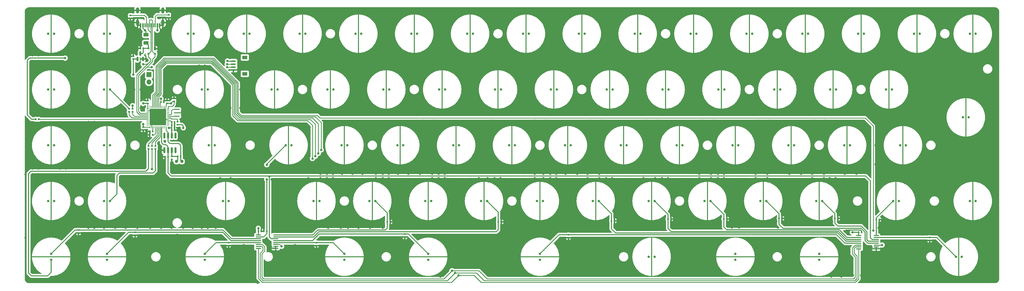
<source format=gbr>
G04 %TF.GenerationSoftware,KiCad,Pcbnew,(6.0.0)@% jlc*
G04 %TF.CreationDate,2022-08-23T10:18:13-07:00@% jlc*
G04 %TF.ProjectId,Faen65XT,4661656e-3635-4585-942e-6b696361645f,rev?@% jlc*
G04 %TF.SameCoordinates,Original@% jlc*
G04 %TF.FileFunction,Copper,L4,Bot@% jlc*
G04 %TF.FilePolarity,Positive@% jlc*
%FSLAX46Y46*%
G04 Gerber Fmt 4.6, Leading zero omitted, Abs format (unit mm)*
G04 Created by KiCad (PCBNEW (6.0.0)) date 2022-08-23 10:18:13*
%MOMM*%
%LPD*%
G01*
G04 APERTURE LIST*
G04 Aperture macros list*
%AMRoundRect*
0 Rectangle with rounded corners*
0 $1 Rounding radius*
0 $2 $3 $4 $5 $6 $7 $8 $9 X,Y pos of 4 corners*
0 Add a 4 corners polygon primitive as box body*
4,1,4,$2,$3,$4,$5,$6,$7,$8,$9,$2,$3,0*
0 Add four circle primitives for the rounded corners*
1,1,$1+$1,$2,$3*
1,1,$1+$1,$4,$5*
1,1,$1+$1,$6,$7*
1,1,$1+$1,$8,$9*
0 Add four rect primitives between the rounded corners*
20,1,$1+$1,$2,$3,$4,$5,0*
20,1,$1+$1,$4,$5,$6,$7,0*
20,1,$1+$1,$6,$7,$8,$9,0*
20,1,$1+$1,$8,$9,$2,$3,0*%
%AMFreePoly0*
4,1,17,0.044650,6.694952,0.124776,6.656304,0.180215,6.586732,0.200000,6.500000,0.200000,-6.500349,0.180064,-6.587046,0.124503,-6.656522,0.044310,-6.695030,-0.044650,-6.694952,-0.124776,-6.656304,-0.180215,-6.586732,-0.200000,-6.500000,-0.200000,6.500349,-0.180064,6.587046,-0.124503,6.656522,-0.044310,6.695030,0.044650,6.694952,0.044650,6.694952,$1*%
G04 Aperture macros list end*
G04 %TA.AperFunction,SMDPad,CuDef@% jlc*
%ADD10FreePoly0,0.000000*%
G04 %TD@% jlc*
G04 %TA.AperFunction,SMDPad,CuDef@% jlc*
%ADD11FreePoly0,180.000000*%
G04 %TD@% jlc*
G04 %TA.AperFunction,SMDPad,CuDef@% jlc*
%ADD12FreePoly0,270.000000*%
G04 %TD@% jlc*
G04 %TA.AperFunction,SMDPad,CuDef@% jlc*
%ADD13RoundRect,0.135000X0.185000X-0.135000X0.185000X0.135000X-0.185000X0.135000X-0.185000X-0.135000X0*%
G04 %TD@% jlc*
G04 %TA.AperFunction,SMDPad,CuDef@% jlc*
%ADD14RoundRect,0.135000X-0.185000X0.135000X-0.185000X-0.135000X0.185000X-0.135000X0.185000X0.135000X0*%
G04 %TD@% jlc*
G04 %TA.AperFunction,SMDPad,CuDef@% jlc*
%ADD15RoundRect,0.135000X0.135000X0.185000X-0.135000X0.185000X-0.135000X-0.185000X0.135000X-0.185000X0*%
G04 %TD@% jlc*
G04 %TA.AperFunction,SMDPad,CuDef@% jlc*
%ADD16R,1.778000X0.419100*%
G04 %TD@% jlc*
G04 %TA.AperFunction,SMDPad,CuDef@% jlc*
%ADD17RoundRect,0.062500X0.375000X0.062500X-0.375000X0.062500X-0.375000X-0.062500X0.375000X-0.062500X0*%
G04 %TD@% jlc*
G04 %TA.AperFunction,SMDPad,CuDef@% jlc*
%ADD18RoundRect,0.062500X0.062500X0.375000X-0.062500X0.375000X-0.062500X-0.375000X0.062500X-0.375000X0*%
G04 %TD@% jlc*
G04 %TA.AperFunction,SMDPad,CuDef@% jlc*
%ADD19R,5.600000X5.600000*%
G04 %TD@% jlc*
G04 %TA.AperFunction,SMDPad,CuDef@% jlc*
%ADD20RoundRect,0.135000X-0.135000X-0.185000X0.135000X-0.185000X0.135000X0.185000X-0.135000X0.185000X0*%
G04 %TD@% jlc*
G04 %TA.AperFunction,SMDPad,CuDef@% jlc*
%ADD21RoundRect,0.140000X-0.140000X-0.170000X0.140000X-0.170000X0.140000X0.170000X-0.140000X0.170000X0*%
G04 %TD@% jlc*
G04 %TA.AperFunction,SMDPad,CuDef@% jlc*
%ADD22R,1.800000X1.200000*%
G04 %TD@% jlc*
G04 %TA.AperFunction,SMDPad,CuDef@% jlc*
%ADD23R,1.550000X0.600000*%
G04 %TD@% jlc*
G04 %TA.AperFunction,SMDPad,CuDef@% jlc*
%ADD24RoundRect,0.140000X0.170000X-0.140000X0.170000X0.140000X-0.170000X0.140000X-0.170000X-0.140000X0*%
G04 %TD@% jlc*
G04 %TA.AperFunction,SMDPad,CuDef@% jlc*
%ADD25RoundRect,0.250000X-0.625000X0.375000X-0.625000X-0.375000X0.625000X-0.375000X0.625000X0.375000X0*%
G04 %TD@% jlc*
G04 %TA.AperFunction,SMDPad,CuDef@% jlc*
%ADD26R,0.600000X1.450000*%
G04 %TD@% jlc*
G04 %TA.AperFunction,SMDPad,CuDef@% jlc*
%ADD27R,0.300000X1.450000*%
G04 %TD@% jlc*
G04 %TA.AperFunction,ComponentPad@% jlc*
%ADD28O,1.050000X2.100000*%
G04 %TD@% jlc*
G04 %TA.AperFunction,SMDPad,CuDef@% jlc*
%ADD29R,0.700000X1.000000*%
G04 %TD@% jlc*
G04 %TA.AperFunction,SMDPad,CuDef@% jlc*
%ADD30R,0.700000X0.600000*%
G04 %TD@% jlc*
G04 %TA.AperFunction,SMDPad,CuDef@% jlc*
%ADD31RoundRect,0.237500X0.250000X0.237500X-0.250000X0.237500X-0.250000X-0.237500X0.250000X-0.237500X0*%
G04 %TD@% jlc*
G04 %TA.AperFunction,SMDPad,CuDef@% jlc*
%ADD32RoundRect,0.150000X0.150000X-0.825000X0.150000X0.825000X-0.150000X0.825000X-0.150000X-0.825000X0*%
G04 %TD@% jlc*
G04 %TA.AperFunction,SMDPad,CuDef@% jlc*
%ADD33RoundRect,0.125000X-0.175000X0.125000X-0.175000X-0.125000X0.175000X-0.125000X0.175000X0.125000X0*%
G04 %TD@% jlc*
G04 %TA.AperFunction,SMDPad,CuDef@% jlc*
%ADD34RoundRect,0.150000X0.150000X-0.587500X0.150000X0.587500X-0.150000X0.587500X-0.150000X-0.587500X0*%
G04 %TD@% jlc*
G04 %TA.AperFunction,SMDPad,CuDef@% jlc*
%ADD35RoundRect,0.140000X0.140000X0.170000X-0.140000X0.170000X-0.140000X-0.170000X0.140000X-0.170000X0*%
G04 %TD@% jlc*
G04 %TA.AperFunction,SMDPad,CuDef@% jlc*
%ADD36RoundRect,0.140000X-0.170000X0.140000X-0.170000X-0.140000X0.170000X-0.140000X0.170000X0.140000X0*%
G04 %TD@% jlc*
G04 %TA.AperFunction,ComponentPad@% jlc*
%ADD37R,1.700000X1.700000*%
G04 %TD@% jlc*
G04 %TA.AperFunction,ComponentPad@% jlc*
%ADD38O,1.700000X1.700000*%
G04 %TD@% jlc*
G04 %TA.AperFunction,SMDPad,CuDef@% jlc*
%ADD39R,1.900000X0.400000*%
G04 %TD@% jlc*
G04 %TA.AperFunction,ViaPad@% jlc*
%ADD40C,0.800000*%
G04 %TD@% jlc*
G04 %TA.AperFunction,Conductor@% jlc*
%ADD41C,0.350000*%
G04 %TD@% jlc*
G04 %TA.AperFunction,Conductor@% jlc*
%ADD42C,0.250000*%
G04 %TD@% jlc*
G04 APERTURE END LIST*
D10*
G04 %TO.P,SW39,3,SG@% jlc*
G04 %TO.N,GND@% jlc*
X176212500Y-38100000D03*
G04 %TD@% jlc*
G04 %TO.P,SW70,3,SG@% jlc*
G04 %TO.N,GND@% jlc*
X311943750Y-28575000D03*
G04 %TD@% jlc*
G04 %TO.P,SW3,3,SG@% jlc*
G04 %TO.N,GND@% jlc*
X0Y-38100000D03*
G04 %TD@% jlc*
G04 %TO.P,SW44,3,SG@% jlc*
G04 %TO.N,GND@% jlc*
X195262500Y-38100000D03*
G04 %TD@% jlc*
D11*
G04 %TO.P,SW22,3,SG@% jlc*
G04 %TO.N,GND@% jlc*
X90487500Y-57150000D03*
G04 %TD@% jlc*
D10*
G04 %TO.P,SW57,3,SG@% jlc*
G04 %TO.N,GND@% jlc*
X247650000Y-19050000D03*
G04 %TD@% jlc*
D11*
G04 %TO.P,SW24,3,SG@% jlc*
G04 %TO.N,GND@% jlc*
X104775000Y0D03*
G04 %TD@% jlc*
G04 %TO.P,SW27,3,SG@% jlc*
G04 %TO.N,GND@% jlc*
X109537500Y-57150000D03*
G04 %TD@% jlc*
G04 %TO.P,SW49,3,SG@% jlc*
G04 %TO.N,GND@% jlc*
X204787500Y-57150000D03*
G04 %TD@% jlc*
G04 %TO.P,SW46,3,SG@% jlc*
G04 %TO.N,GND@% jlc*
X200025000Y0D03*
G04 %TD@% jlc*
G04 %TO.P,SW69,3,SG@% jlc*
G04 %TO.N,GND@% jlc*
X295275000Y0D03*
G04 %TD@% jlc*
G04 %TO.P,SW31,3,SG@% jlc*
G04 %TO.N,GND@% jlc*
X128587500Y-57150000D03*
G04 %TD@% jlc*
D10*
G04 %TO.P,SW6,3,SG@% jlc*
G04 %TO.N,GND@% jlc*
X19050000Y0D03*
G04 %TD@% jlc*
D11*
G04 %TO.P,SW40,3,SG@% jlc*
G04 %TO.N,GND@% jlc*
X166687500Y-57150000D03*
G04 %TD@% jlc*
G04 %TO.P,SW11,3,SG@% jlc*
G04 %TO.N,GND@% jlc*
X47625000Y0D03*
G04 %TD@% jlc*
G04 %TO.P,SW42,3,SG@% jlc*
G04 %TO.N,GND@% jlc*
X180975000Y0D03*
G04 %TD@% jlc*
D12*
G04 %TO.P,SW23,3,SG@% jlc*
G04 %TO.N,GND@% jlc*
X100012500Y-76200000D03*
G04 %TD@% jlc*
G04 %TO.P,SW41,3,SG@% jlc*
G04 %TO.N,GND@% jlc*
X166687500Y-76200000D03*
G04 %TD@% jlc*
G04 %TO.P,SW15,3,SG@% jlc*
G04 %TO.N,GND@% jlc*
X52387500Y-76200000D03*
G04 %TD@% jlc*
D10*
G04 %TO.P,SW8,3,SG@% jlc*
G04 %TO.N,GND@% jlc*
X19050000Y-38100000D03*
G04 %TD@% jlc*
D11*
G04 %TO.P,SW19,3,SG@% jlc*
G04 %TO.N,GND@% jlc*
X85725000Y0D03*
G04 %TD@% jlc*
D10*
G04 %TO.P,SW26,3,SG@% jlc*
G04 %TO.N,GND@% jlc*
X119062500Y-38100000D03*
G04 %TD@% jlc*
G04 %TO.P,SW13,3,SG@% jlc*
G04 %TO.N,GND@% jlc*
X54768750Y-38100000D03*
G04 %TD@% jlc*
G04 %TO.P,SW43,3,SG@% jlc*
G04 %TO.N,GND@% jlc*
X190500000Y-19050000D03*
G04 %TD@% jlc*
G04 %TO.P,SW38,3,SG@% jlc*
G04 %TO.N,GND@% jlc*
X171450000Y-19050000D03*
G04 %TD@% jlc*
G04 %TO.P,SW71,3,SG@% jlc*
G04 %TO.N,GND@% jlc*
X314325000Y-57150000D03*
G04 %TD@% jlc*
G04 %TO.P,SW48,3,SG@% jlc*
G04 %TO.N,GND@% jlc*
X214312500Y-38100000D03*
G04 %TD@% jlc*
D11*
G04 %TO.P,SW28,3,SG@% jlc*
G04 %TO.N,GND@% jlc*
X123825000Y0D03*
G04 %TD@% jlc*
G04 %TO.P,SW56,3,SG@% jlc*
G04 %TO.N,GND@% jlc*
X238125000Y0D03*
G04 %TD@% jlc*
D12*
G04 %TO.P,SW55,3,SG@% jlc*
G04 %TO.N,GND@% jlc*
X233362500Y-76200000D03*
G04 %TD@% jlc*
D10*
G04 %TO.P,SW34,3,SG@% jlc*
G04 %TO.N,GND@% jlc*
X152400000Y-19050000D03*
G04 %TD@% jlc*
D12*
G04 %TO.P,SW5,3,SG@% jlc*
G04 %TO.N,GND@% jlc*
X0Y-76200000D03*
G04 %TD@% jlc*
D11*
G04 %TO.P,SW37,3,SG@% jlc*
G04 %TO.N,GND@% jlc*
X161925000Y0D03*
G04 %TD@% jlc*
D10*
G04 %TO.P,SW20,3,SG@% jlc*
G04 %TO.N,GND@% jlc*
X95250000Y-19050000D03*
G04 %TD@% jlc*
D11*
G04 %TO.P,SW51,3,SG@% jlc*
G04 %TO.N,GND@% jlc*
X219075000Y0D03*
G04 %TD@% jlc*
D10*
G04 %TO.P,SW58,3,SG@% jlc*
G04 %TO.N,GND@% jlc*
X252412500Y-38100000D03*
G04 %TD@% jlc*
D11*
G04 %TO.P,SW33,3,SG@% jlc*
G04 %TO.N,GND@% jlc*
X142875000Y0D03*
G04 %TD@% jlc*
D10*
G04 %TO.P,SW66,3,SG@% jlc*
G04 %TO.N,GND@% jlc*
X285750000Y-19050000D03*
G04 %TD@% jlc*
D11*
G04 %TO.P,SW65,3,SG@% jlc*
G04 %TO.N,GND@% jlc*
X276225000Y0D03*
G04 %TD@% jlc*
D10*
G04 %TO.P,SW67,3,SG@% jlc*
G04 %TO.N,GND@% jlc*
X290512500Y-38100000D03*
G04 %TD@% jlc*
G04 %TO.P,SW29,3,SG@% jlc*
G04 %TO.N,GND@% jlc*
X133350000Y-19050000D03*
G04 %TD@% jlc*
G04 %TO.P,SW30,3,SG@% jlc*
G04 %TO.N,GND@% jlc*
X138112500Y-38100000D03*
G04 %TD@% jlc*
G04 %TO.P,SW21,3,SG@% jlc*
G04 %TO.N,GND@% jlc*
X100012500Y-38100000D03*
G04 %TD@% jlc*
D11*
G04 %TO.P,SW63,3,SG@% jlc*
G04 %TO.N,GND@% jlc*
X261937500Y-57150000D03*
G04 %TD@% jlc*
D10*
G04 %TO.P,SW7,3,SG@% jlc*
G04 %TO.N,GND@% jlc*
X19050000Y-19050000D03*
G04 %TD@% jlc*
G04 %TO.P,SW73,3,SG@% jlc*
G04 %TO.N,GND@% jlc*
X314325000Y0D03*
G04 %TD@% jlc*
G04 %TO.P,SW4,3,SG@% jlc*
G04 %TO.N,GND@% jlc*
X0Y-57150000D03*
G04 %TD@% jlc*
G04 %TO.P,SW25,3,SG@% jlc*
G04 %TO.N,GND@% jlc*
X114300000Y-19050000D03*
G04 %TD@% jlc*
G04 %TO.P,SW61,3,SG@% jlc*
G04 %TO.N,GND@% jlc*
X266700000Y-19050000D03*
G04 %TD@% jlc*
G04 %TO.P,SW68,3,SG@% jlc*
G04 %TO.N,GND@% jlc*
X288131250Y-57150000D03*
G04 %TD@% jlc*
G04 %TO.P,SW1,3,SG@% jlc*
G04 %TO.N,GND@% jlc*
X0Y0D03*
G04 %TD@% jlc*
G04 %TO.P,SW14,3,SG@% jlc*
G04 %TO.N,GND@% jlc*
X59531250Y-57150000D03*
G04 %TD@% jlc*
D12*
G04 %TO.P,SW10,3,SG@% jlc*
G04 %TO.N,GND@% jlc*
X19050000Y-76200000D03*
G04 %TD@% jlc*
D10*
G04 %TO.P,SW9,3,SG@% jlc*
G04 %TO.N,GND@% jlc*
X19050000Y-57150000D03*
G04 %TD@% jlc*
D11*
G04 %TO.P,SW60,3,SG@% jlc*
G04 %TO.N,GND@% jlc*
X257175000Y0D03*
G04 %TD@% jlc*
D10*
G04 %TO.P,SW53,3,SG@% jlc*
G04 %TO.N,GND@% jlc*
X233362500Y-38100000D03*
G04 %TD@% jlc*
D11*
G04 %TO.P,SW50,3,SG@% jlc*
G04 %TO.N,GND@% jlc*
X204787500Y-76200000D03*
G04 %TD@% jlc*
G04 %TO.P,SW16,3,SG@% jlc*
G04 %TO.N,GND@% jlc*
X66675000Y0D03*
G04 %TD@% jlc*
D10*
G04 %TO.P,SW17,3,SG@% jlc*
G04 %TO.N,GND@% jlc*
X76200000Y-19050000D03*
G04 %TD@% jlc*
D12*
G04 %TO.P,SW32,3,SG@% jlc*
G04 %TO.N,GND@% jlc*
X128587500Y-76200000D03*
G04 %TD@% jlc*
D10*
G04 %TO.P,SW52,3,SG@% jlc*
G04 %TO.N,GND@% jlc*
X228600000Y-19050000D03*
G04 %TD@% jlc*
G04 %TO.P,SW18,3,SG@% jlc*
G04 %TO.N,GND@% jlc*
X80962500Y-38100000D03*
G04 %TD@% jlc*
G04 %TO.P,SW47,3,SG@% jlc*
G04 %TO.N,GND@% jlc*
X209550000Y-19050000D03*
G04 %TD@% jlc*
G04 %TO.P,SW35,3,SG@% jlc*
G04 %TO.N,GND@% jlc*
X157162500Y-38100000D03*
G04 %TD@% jlc*
G04 %TO.P,SW62,3,SG@% jlc*
G04 %TO.N,GND@% jlc*
X271462500Y-38100000D03*
G04 %TD@% jlc*
D11*
G04 %TO.P,SW45,3,SG@% jlc*
G04 %TO.N,GND@% jlc*
X185737500Y-57150000D03*
G04 %TD@% jlc*
D10*
G04 %TO.P,SW12,3,SG@% jlc*
G04 %TO.N,GND@% jlc*
X52387500Y-19050000D03*
G04 %TD@% jlc*
D11*
G04 %TO.P,SW59,3,SG@% jlc*
G04 %TO.N,GND@% jlc*
X242887500Y-57150000D03*
G04 %TD@% jlc*
D10*
G04 %TO.P,SW2,3,SG@% jlc*
G04 %TO.N,GND@% jlc*
X0Y-19050000D03*
G04 %TD@% jlc*
D11*
G04 %TO.P,SW54,3,SG@% jlc*
G04 %TO.N,GND@% jlc*
X223837500Y-57150000D03*
G04 %TD@% jlc*
G04 %TO.P,SW36,3,SG@% jlc*
G04 %TO.N,GND@% jlc*
X147637500Y-57150000D03*
G04 %TD@% jlc*
D12*
G04 %TO.P,SW64,3,SG@% jlc*
G04 %TO.N,GND@% jlc*
X261937500Y-76200000D03*
G04 %TD@% jlc*
D10*
G04 %TO.P,SW72,3,SG@% jlc*
G04 %TO.N,GND@% jlc*
X309562500Y-76200000D03*
G04 %TD@% jlc*
D13*
G04 %TO.P,R2,1@% jlc*
G04 %TO.N,ROW2@% jlc*
X34346650Y-39403848D03*
G04 %TO.P,R2,2@% jlc*
G04 %TO.N,Net-(R2-Pad2)@% jlc*
X34346650Y-38383848D03*
G04 %TD@% jlc*
D14*
G04 %TO.P,R5,1@% jlc*
G04 %TO.N,Net-(J2-PadB5)@% jlc*
X40084476Y6463140D03*
G04 %TO.P,R5,2@% jlc*
G04 %TO.N,GND@% jlc*
X40084476Y5443140D03*
G04 %TD@% jlc*
D15*
G04 %TO.P,R29,1@% jlc*
G04 %TO.N,ADC@% jlc*
X44166250Y-41955625D03*
G04 %TO.P,R29,2@% jlc*
G04 %TO.N,Net-(JP2-Pad2)@% jlc*
X43146250Y-41955625D03*
G04 %TD@% jlc*
D16*
G04 %TO.P,U4,1,A4@% jlc*
G04 %TO.N,COL14@% jlc*
X281382854Y-68946572D03*
G04 %TO.P,U4,2,A6@% jlc*
G04 %TO.N,COL15@% jlc*
X281382854Y-69596812D03*
G04 %TO.P,U4,3,A@% jlc*
G04 %TO.N,APLEX_OUT_PIN_0@% jlc*
X281382854Y-70247052D03*
G04 %TO.P,U4,4,A7@% jlc*
G04 %TO.N,COL13@% jlc*
X281382854Y-70897292D03*
G04 %TO.P,U4,5,A5@% jlc*
G04 %TO.N,COL12@% jlc*
X281382854Y-71542452D03*
G04 %TO.P,U4,6,~{E}@% jlc*
G04 %TO.N,APLEX_EN_PIN_1@% jlc*
X281382854Y-72192692D03*
G04 %TO.P,U4,7,VEE@% jlc*
G04 %TO.N,GND@% jlc*
X281382854Y-72842932D03*
G04 %TO.P,U4,8,GND@% jlc*
X281382854Y-73493172D03*
G04 %TO.P,U4,9,S2@% jlc*
G04 %TO.N,AMUX_SEL_2@% jlc*
X275434174Y-73493172D03*
G04 %TO.P,U4,10,S1@% jlc*
G04 %TO.N,AMUX_SEL_1@% jlc*
X275434174Y-72842932D03*
G04 %TO.P,U4,11,S0@% jlc*
G04 %TO.N,AMUX_SEL_0@% jlc*
X275434174Y-72192692D03*
G04 %TO.P,U4,12,A3@% jlc*
G04 %TO.N,COL8@% jlc*
X275434174Y-71542452D03*
G04 %TO.P,U4,13,A0@% jlc*
G04 %TO.N,COL9@% jlc*
X275434174Y-70897292D03*
G04 %TO.P,U4,14,A1@% jlc*
G04 %TO.N,COL10@% jlc*
X275434174Y-70247052D03*
G04 %TO.P,U4,15,A2@% jlc*
G04 %TO.N,COL11@% jlc*
X275434174Y-69596812D03*
G04 %TO.P,U4,16,VCC@% jlc*
G04 %TO.N,VBAT@% jlc*
X275434174Y-68946572D03*
G04 %TD@% jlc*
D17*
G04 %TO.P,U1,1,VBAT@% jlc*
G04 %TO.N,VBAT@% jlc*
X39834472Y-25731320D03*
G04 %TO.P,U1,2,PC13@% jlc*
G04 %TO.N,unconnected-(U1-Pad2)@% jlc*
X39834472Y-26231320D03*
G04 %TO.P,U1,3,PC14@% jlc*
G04 %TO.N,unconnected-(U1-Pad3)@% jlc*
X39834472Y-26731320D03*
G04 %TO.P,U1,4,PC15@% jlc*
G04 %TO.N,unconnected-(U1-Pad4)@% jlc*
X39834472Y-27231320D03*
G04 %TO.P,U1,5,PH0@% jlc*
G04 %TO.N,XTAL0@% jlc*
X39834472Y-27731320D03*
G04 %TO.P,U1,6,PH1@% jlc*
G04 %TO.N,XTAL1@% jlc*
X39834472Y-28231320D03*
G04 %TO.P,U1,7,NRST@% jlc*
G04 %TO.N,NRST@% jlc*
X39834472Y-28731320D03*
G04 %TO.P,U1,8,VSSA@% jlc*
G04 %TO.N,GND@% jlc*
X39834472Y-29231320D03*
G04 %TO.P,U1,9,VREF+@% jlc*
G04 %TO.N,VBAT@% jlc*
X39834472Y-29731320D03*
G04 %TO.P,U1,10,PA0@% jlc*
G04 %TO.N,unconnected-(U1-Pad10)@% jlc*
X39834472Y-30231320D03*
G04 %TO.P,U1,11,PA1@% jlc*
G04 %TO.N,unconnected-(U1-Pad11)@% jlc*
X39834472Y-30731320D03*
G04 %TO.P,U1,12,PA2@% jlc*
G04 %TO.N,unconnected-(U1-Pad12)@% jlc*
X39834472Y-31231320D03*
D18*
G04 %TO.P,U1,13,PA3@% jlc*
G04 %TO.N,ADC@% jlc*
X39146972Y-31918820D03*
G04 %TO.P,U1,14,PA4@% jlc*
G04 %TO.N,unconnected-(U1-Pad14)@% jlc*
X38646972Y-31918820D03*
G04 %TO.P,U1,15,PA5@% jlc*
G04 %TO.N,unconnected-(U1-Pad15)@% jlc*
X38146972Y-31918820D03*
G04 %TO.P,U1,16,PA6@% jlc*
G04 %TO.N,APLEX_OUT_PIN_0@% jlc*
X37646972Y-31918820D03*
G04 %TO.P,U1,17,PA7@% jlc*
G04 %TO.N,Net-(R6-Pad1)@% jlc*
X37146972Y-31918820D03*
G04 %TO.P,U1,18,PB0@% jlc*
G04 %TO.N,Net-(R2-Pad2)@% jlc*
X36646972Y-31918820D03*
G04 %TO.P,U1,19,PB1@% jlc*
G04 %TO.N,Net-(R3-Pad2)@% jlc*
X36146972Y-31918820D03*
G04 %TO.P,U1,20,PB2@% jlc*
G04 %TO.N,BOOT1@% jlc*
X35646972Y-31918820D03*
G04 %TO.P,U1,21,PB10@% jlc*
G04 %TO.N,unconnected-(U1-Pad21)@% jlc*
X35146972Y-31918820D03*
G04 %TO.P,U1,22,VCAP1@% jlc*
G04 %TO.N,Net-(C1-Pad1)@% jlc*
X34646972Y-31918820D03*
G04 %TO.P,U1,23,VSS@% jlc*
G04 %TO.N,GND@% jlc*
X34146972Y-31918820D03*
G04 %TO.P,U1,24,VDD@% jlc*
G04 %TO.N,VBAT@% jlc*
X33646972Y-31918820D03*
D17*
G04 %TO.P,U1,25,PB12@% jlc*
G04 %TO.N,unconnected-(U1-Pad25)@% jlc*
X32959472Y-31231320D03*
G04 %TO.P,U1,26,PB13@% jlc*
G04 %TO.N,unconnected-(U1-Pad26)@% jlc*
X32959472Y-30731320D03*
G04 %TO.P,U1,27,PB14@% jlc*
G04 %TO.N,unconnected-(U1-Pad27)@% jlc*
X32959472Y-30231320D03*
G04 %TO.P,U1,28,PB15@% jlc*
G04 %TO.N,unconnected-(U1-Pad28)@% jlc*
X32959472Y-29731320D03*
G04 %TO.P,U1,29,PA8@% jlc*
G04 %TO.N,Net-(R7-Pad1)@% jlc*
X32959472Y-29231320D03*
G04 %TO.P,U1,30,PA9@% jlc*
G04 %TO.N,Net-(R8-Pad1)@% jlc*
X32959472Y-28731320D03*
G04 %TO.P,U1,31,PA10@% jlc*
G04 %TO.N,Net-(R9-Pad1)@% jlc*
X32959472Y-28231320D03*
G04 %TO.P,U1,32,PA11@% jlc*
G04 %TO.N,D-@% jlc*
X32959472Y-27731320D03*
G04 %TO.P,U1,33,PA12@% jlc*
G04 %TO.N,D+@% jlc*
X32959472Y-27231320D03*
G04 %TO.P,U1,34,PA13@% jlc*
G04 %TO.N,SWDIO@% jlc*
X32959472Y-26731320D03*
G04 %TO.P,U1,35,VSS@% jlc*
G04 %TO.N,GND@% jlc*
X32959472Y-26231320D03*
G04 %TO.P,U1,36,VDD@% jlc*
G04 %TO.N,VBAT@% jlc*
X32959472Y-25731320D03*
D18*
G04 %TO.P,U1,37,PA14@% jlc*
G04 %TO.N,SWCLK@% jlc*
X33646972Y-25043820D03*
G04 %TO.P,U1,38,PA15@% jlc*
G04 %TO.N,unconnected-(U1-Pad38)@% jlc*
X34146972Y-25043820D03*
G04 %TO.P,U1,39,PB3@% jlc*
G04 %TO.N,APLEX_EN_PIN_1@% jlc*
X34646972Y-25043820D03*
G04 %TO.P,U1,40,PB4@% jlc*
G04 %TO.N,AMUX_SEL_2@% jlc*
X35146972Y-25043820D03*
G04 %TO.P,U1,41,PB5@% jlc*
G04 %TO.N,AMUX_SEL_1@% jlc*
X35646972Y-25043820D03*
G04 %TO.P,U1,42,PB6@% jlc*
G04 %TO.N,AMUX_SEL_0@% jlc*
X36146972Y-25043820D03*
G04 %TO.P,U1,43,PB7@% jlc*
G04 %TO.N,APLEX_EN_PIN_0@% jlc*
X36646972Y-25043820D03*
G04 %TO.P,U1,44,BOOT0@% jlc*
G04 %TO.N,BOOT0@% jlc*
X37146972Y-25043820D03*
G04 %TO.P,U1,45,PB8@% jlc*
G04 %TO.N,unconnected-(U1-Pad45)@% jlc*
X37646972Y-25043820D03*
G04 %TO.P,U1,46,PB9@% jlc*
G04 %TO.N,unconnected-(U1-Pad46)@% jlc*
X38146972Y-25043820D03*
G04 %TO.P,U1,47,VSS@% jlc*
G04 %TO.N,GND@% jlc*
X38646972Y-25043820D03*
G04 %TO.P,U1,48,VDD@% jlc*
G04 %TO.N,VBAT@% jlc*
X39146972Y-25043820D03*
D19*
G04 %TO.P,U1,49,VSS@% jlc*
G04 %TO.N,GND@% jlc*
X36396972Y-28481320D03*
G04 %TD@% jlc*
D20*
G04 %TO.P,R23,1@% jlc*
G04 %TO.N,COL12@% jlc*
X248245938Y-63103284D03*
G04 %TO.P,R23,2@% jlc*
G04 %TO.N,GND@% jlc*
X249265938Y-63103284D03*
G04 %TD@% jlc*
D14*
G04 %TO.P,R22,1@% jlc*
G04 %TO.N,COL4@% jlc*
X90487728Y-71363384D03*
G04 %TO.P,R22,2@% jlc*
G04 %TO.N,GND@% jlc*
X90487728Y-72383384D03*
G04 %TD@% jlc*
D21*
G04 %TO.P,C7,1@% jlc*
G04 %TO.N,VBAT@% jlc*
X41091875Y-30162500D03*
G04 %TO.P,C7,2@% jlc*
G04 %TO.N,GND@% jlc*
X42051875Y-30162500D03*
G04 %TD@% jlc*
D15*
G04 %TO.P,R1,1@% jlc*
G04 %TO.N,BOOT1@% jlc*
X34641336Y-34528212D03*
G04 %TO.P,R1,2@% jlc*
G04 %TO.N,GND@% jlc*
X33621336Y-34528212D03*
G04 %TD@% jlc*
D14*
G04 %TO.P,R28,1@% jlc*
G04 %TO.N,Net-(JP2-Pad2)@% jlc*
X41091875Y-41955625D03*
G04 %TO.P,R28,2@% jlc*
G04 %TO.N,GND@% jlc*
X41091875Y-42975625D03*
G04 %TD@% jlc*
D13*
G04 %TO.P,R11,1@% jlc*
G04 %TO.N,VBAT@% jlc*
X43109375Y-31069375D03*
G04 %TO.P,R11,2@% jlc*
G04 %TO.N,NRST@% jlc*
X43109375Y-30049375D03*
G04 %TD@% jlc*
D22*
G04 %TO.P,J1,@% jlc*
G04 %TO.N,@% jlc*
X66043912Y-13714090D03*
X66043912Y-8114090D03*
D23*
G04 %TO.P,J1,1,Pin_1@% jlc*
G04 %TO.N,VBUS@% jlc*
X62168912Y-9414090D03*
G04 %TO.P,J1,2,Pin_2@% jlc*
G04 %TO.N,D-@% jlc*
X62168912Y-10414090D03*
G04 %TO.P,J1,3,Pin_3@% jlc*
G04 %TO.N,D+@% jlc*
X62168912Y-11414090D03*
G04 %TO.P,J1,4,Pin_4@% jlc*
G04 %TO.N,GND@% jlc*
X62168912Y-12414090D03*
G04 %TD@% jlc*
D14*
G04 %TO.P,R14,1@% jlc*
G04 %TO.N,COL0@% jlc*
X9326586Y-67072044D03*
G04 %TO.P,R14,2@% jlc*
G04 %TO.N,GND@% jlc*
X9326586Y-68092044D03*
G04 %TD@% jlc*
D20*
G04 %TO.P,R15,1@% jlc*
G04 %TO.N,COL10@% jlc*
X210344280Y-63301722D03*
G04 %TO.P,R15,2@% jlc*
G04 %TO.N,GND@% jlc*
X211364280Y-63301722D03*
G04 %TD@% jlc*
G04 %TO.P,R10,1@% jlc*
G04 %TO.N,BOOT0@% jlc*
X37443125Y-23415625D03*
G04 %TO.P,R10,2@% jlc*
G04 %TO.N,GND@% jlc*
X38463125Y-23415625D03*
G04 %TD@% jlc*
D24*
G04 %TO.P,C2,1@% jlc*
G04 %TO.N,VBAT@% jlc*
X32959472Y-23812500D03*
G04 %TO.P,C2,2@% jlc*
G04 %TO.N,GND@% jlc*
X32959472Y-22852500D03*
G04 %TD@% jlc*
D25*
G04 %TO.P,F1,1@% jlc*
G04 %TO.N,VBUS@% jlc*
X32345394Y-385942D03*
G04 %TO.P,F1,2@% jlc*
G04 %TO.N,+5V@% jlc*
X32345394Y-3185942D03*
G04 %TD@% jlc*
D20*
G04 %TO.P,R13,1@% jlc*
G04 %TO.N,COL9@% jlc*
X191095794Y-63897036D03*
G04 %TO.P,R13,2@% jlc*
G04 %TO.N,GND@% jlc*
X192115794Y-63897036D03*
G04 %TD@% jlc*
G04 %TO.P,R27,1@% jlc*
G04 %TO.N,COL13@% jlc*
X267295986Y-63103284D03*
G04 %TO.P,R27,2@% jlc*
G04 %TO.N,GND@% jlc*
X268315986Y-63103284D03*
G04 %TD@% jlc*
D26*
G04 %TO.P,J2,A1B12,GND@% jlc*
G04 %TO.N,GND@% jlc*
X30484460Y2842520D03*
G04 %TO.P,J2,A4B9,VBUS@% jlc*
G04 %TO.N,VBUS@% jlc*
X31284460Y2842520D03*
D27*
G04 %TO.P,J2,A5,CC1@% jlc*
G04 %TO.N,Net-(J2-PadA5)@% jlc*
X32484460Y2842520D03*
G04 %TO.P,J2,A6,DP1@% jlc*
G04 %TO.N,D+@% jlc*
X33484460Y2842520D03*
G04 %TO.P,J2,A7,DN1@% jlc*
G04 %TO.N,D-@% jlc*
X33984460Y2842520D03*
G04 %TO.P,J2,A8,SBU1@% jlc*
G04 %TO.N,unconnected-(J2-PadA8)@% jlc*
X34984460Y2842520D03*
D26*
G04 %TO.P,J2,B1A12,GND@% jlc*
G04 %TO.N,GND@% jlc*
X36984460Y2842520D03*
G04 %TO.P,J2,B4A9,VBUS@% jlc*
G04 %TO.N,VBUS@% jlc*
X36184460Y2842520D03*
D27*
G04 %TO.P,J2,B5,CC2@% jlc*
G04 %TO.N,Net-(J2-PadB5)@% jlc*
X35484460Y2842520D03*
G04 %TO.P,J2,B6,DP2@% jlc*
G04 %TO.N,D+@% jlc*
X34484460Y2842520D03*
G04 %TO.P,J2,B7,DN2@% jlc*
G04 %TO.N,D-@% jlc*
X32984460Y2842520D03*
G04 %TO.P,J2,B8,SBU2@% jlc*
G04 %TO.N,unconnected-(J2-PadB8)@% jlc*
X31984460Y2842520D03*
D28*
G04 %TO.P,J2,S1,SHIELD@% jlc*
G04 %TO.N,GND@% jlc*
X29414460Y3757520D03*
G04 %TO.P,J2,S2,SHIELD@% jlc*
X38054460Y3757520D03*
G04 %TO.P,J2,S3,SHIELD@% jlc*
X29414460Y7937520D03*
G04 %TO.P,J2,S4,SHIELD@% jlc*
X38054460Y7937520D03*
G04 %TD@% jlc*
D13*
G04 %TO.P,R4,1@% jlc*
G04 %TO.N,GND@% jlc*
X26987568Y5244702D03*
G04 %TO.P,R4,2@% jlc*
G04 %TO.N,Net-(J2-PadA5)@% jlc*
X26987568Y6264702D03*
G04 %TD@% jlc*
D29*
G04 %TO.P,D1,1,GND@% jlc*
G04 %TO.N,GND@% jlc*
X35334375Y-5183140D03*
D30*
G04 %TO.P,D1,2,I/O1@% jlc*
G04 %TO.N,D+@% jlc*
X35334375Y-6903140D03*
G04 %TO.P,D1,3,I/O2@% jlc*
G04 %TO.N,D-@% jlc*
X33134375Y-6903140D03*
G04 %TO.P,D1,4,VCC@% jlc*
G04 %TO.N,+5V@% jlc*
X33134375Y-5003140D03*
G04 %TD@% jlc*
D31*
G04 %TO.P,JP2,1,A@% jlc*
G04 %TO.N,ADC@% jlc*
X44568860Y-43656360D03*
G04 %TO.P,JP2,2,B@% jlc*
G04 %TO.N,Net-(JP2-Pad2)@% jlc*
X42743860Y-43656360D03*
G04 %TD@% jlc*
D13*
G04 %TO.P,R8,1@% jlc*
G04 %TO.N,Net-(R8-Pad1)@% jlc*
X26590692Y-26703816D03*
G04 %TO.P,R8,2@% jlc*
G04 %TO.N,ROW1@% jlc*
X26590692Y-25683816D03*
G04 %TD@% jlc*
D14*
G04 %TO.P,R26,1@% jlc*
G04 %TO.N,COL6@% jlc*
X120650304Y-68461110D03*
G04 %TO.P,R26,2@% jlc*
G04 %TO.N,GND@% jlc*
X120650304Y-69481110D03*
G04 %TD@% jlc*
D24*
G04 %TO.P,C9,1@% jlc*
G04 %TO.N,VBAT@% jlc*
X27979758Y-8676582D03*
G04 %TO.P,C9,2@% jlc*
G04 %TO.N,GND@% jlc*
X27979758Y-7716582D03*
G04 %TD@% jlc*
D32*
G04 %TO.P,U5,1@% jlc*
G04 %TO.N,N/C@% jlc*
X42361875Y-39781250D03*
G04 %TO.P,U5,2,IN-@% jlc*
G04 %TO.N,Net-(JP2-Pad2)@% jlc*
X41091875Y-39781250D03*
G04 %TO.P,U5,3,IN+@% jlc*
G04 %TO.N,APLEX_OUT_PIN_0@% jlc*
X39821875Y-39781250D03*
G04 %TO.P,U5,4,V-@% jlc*
G04 %TO.N,GND@% jlc*
X38551875Y-39781250D03*
G04 %TO.P,U5,5@% jlc*
G04 %TO.N,N/C@% jlc*
X38551875Y-34831250D03*
G04 %TO.P,U5,6,OUT@% jlc*
G04 %TO.N,ADC@% jlc*
X39821875Y-34831250D03*
G04 %TO.P,U5,7,V+@% jlc*
G04 %TO.N,VBAT@% jlc*
X41091875Y-34831250D03*
G04 %TO.P,U5,8@% jlc*
G04 %TO.N,N/C@% jlc*
X42361875Y-34831250D03*
G04 %TD@% jlc*
D14*
G04 %TO.P,R25,1@% jlc*
G04 %TO.N,COL15@% jlc*
X299641380Y-69596812D03*
G04 %TO.P,R25,2@% jlc*
G04 %TO.N,GND@% jlc*
X299641380Y-70616812D03*
G04 %TD@% jlc*
G04 %TO.P,R6,1@% jlc*
G04 %TO.N,Net-(R6-Pad1)@% jlc*
X35537278Y-38383848D03*
G04 %TO.P,R6,2@% jlc*
G04 %TO.N,ROW3@% jlc*
X35537278Y-39403848D03*
G04 %TD@% jlc*
D13*
G04 %TO.P,R9,1@% jlc*
G04 %TO.N,Net-(R9-Pad1)@% jlc*
X27781250Y-26703750D03*
G04 %TO.P,R9,2@% jlc*
G04 %TO.N,VBAT@% jlc*
X27781250Y-25683750D03*
G04 %TD@% jlc*
D33*
G04 %TO.P,R18,1@% jlc*
G04 %TO.N,COL2@% jlc*
X60523590Y-71363384D03*
D14*
G04 %TO.P,R18,2@% jlc*
G04 %TO.N,GND@% jlc*
X60523590Y-72383384D03*
G04 %TD@% jlc*
D15*
G04 %TO.P,R16,1@% jlc*
G04 %TO.N,COL3@% jlc*
X73535184Y-67468920D03*
G04 %TO.P,R16,2@% jlc*
G04 %TO.N,GND@% jlc*
X72515184Y-67468920D03*
G04 %TD@% jlc*
D20*
G04 %TO.P,R21,1@% jlc*
G04 %TO.N,COL14@% jlc*
X281382854Y-63500160D03*
G04 %TO.P,R21,2@% jlc*
G04 %TO.N,GND@% jlc*
X282402854Y-63500160D03*
G04 %TD@% jlc*
D24*
G04 %TO.P,C3,1@% jlc*
G04 %TO.N,VBAT@% jlc*
X39540625Y-23812500D03*
G04 %TO.P,C3,2@% jlc*
G04 %TO.N,GND@% jlc*
X39540625Y-22852500D03*
G04 %TD@% jlc*
D34*
G04 %TO.P,U2,1,GND@% jlc*
G04 %TO.N,GND@% jlc*
X31311014Y-8676582D03*
G04 %TO.P,U2,2,VO@% jlc*
G04 %TO.N,VBAT@% jlc*
X29411014Y-8676582D03*
G04 %TO.P,U2,3,VI@% jlc*
G04 %TO.N,+5V@% jlc*
X30361014Y-6801582D03*
G04 %TD@% jlc*
D35*
G04 %TO.P,C1,1@% jlc*
G04 %TO.N,Net-(C1-Pad1)@% jlc*
X34646972Y-33337500D03*
G04 %TO.P,C1,2@% jlc*
G04 %TO.N,GND@% jlc*
X33686972Y-33337500D03*
G04 %TD@% jlc*
D20*
G04 %TO.P,R20,1@% jlc*
G04 %TO.N,COL5@% jlc*
X114584040Y-64293912D03*
G04 %TO.P,R20,2@% jlc*
G04 %TO.N,GND@% jlc*
X115604040Y-64293912D03*
G04 %TD@% jlc*
D14*
G04 %TO.P,R19,1@% jlc*
G04 %TO.N,COL8@% jlc*
X176411382Y-68659548D03*
G04 %TO.P,R19,2@% jlc*
G04 %TO.N,GND@% jlc*
X176411382Y-69679548D03*
G04 %TD@% jlc*
D35*
G04 %TO.P,C12,1@% jlc*
G04 %TO.N,APLEX_OUT_PIN_0@% jlc*
X39821875Y-42068750D03*
G04 %TO.P,C12,2@% jlc*
G04 %TO.N,GND@% jlc*
X38861875Y-42068750D03*
G04 %TD@% jlc*
D36*
G04 %TO.P,C5,1@% jlc*
G04 %TO.N,VBAT@% jlc*
X31353125Y-31918820D03*
G04 %TO.P,C5,2@% jlc*
G04 %TO.N,GND@% jlc*
X31353125Y-32878820D03*
G04 %TD@% jlc*
D20*
G04 %TO.P,R17,1@% jlc*
G04 %TO.N,COL11@% jlc*
X229394328Y-63301722D03*
G04 %TO.P,R17,2@% jlc*
G04 %TO.N,GND@% jlc*
X230414328Y-63301722D03*
G04 %TD@% jlc*
D35*
G04 %TO.P,C8,1@% jlc*
G04 %TO.N,+5V@% jlc*
X31436328Y-5003140D03*
G04 %TO.P,C8,2@% jlc*
G04 %TO.N,GND@% jlc*
X30476328Y-5003140D03*
G04 %TD@% jlc*
D15*
G04 %TO.P,R7,1@% jlc*
G04 %TO.N,Net-(R7-Pad1)@% jlc*
X-4252512Y-29231320D03*
G04 %TO.P,R7,2@% jlc*
G04 %TO.N,ROW0@% jlc*
X-5272512Y-29231320D03*
G04 %TD@% jlc*
D13*
G04 %TO.P,R3,1@% jlc*
G04 %TO.N,ROW4@% jlc*
X33156022Y-39403848D03*
G04 %TO.P,R3,2@% jlc*
G04 %TO.N,Net-(R3-Pad2)@% jlc*
X33156022Y-38383848D03*
G04 %TD@% jlc*
D21*
G04 %TO.P,C11,2@% jlc*
G04 %TO.N,GND@% jlc*
X276394174Y-67846426D03*
G04 %TO.P,C11,1@% jlc*
G04 %TO.N,VBAT@% jlc*
X275434174Y-67846426D03*
G04 %TD@% jlc*
G04 %TO.P,C10,1@% jlc*
G04 %TO.N,VBAT@% jlc*
X70646158Y-67468920D03*
G04 %TO.P,C10,2@% jlc*
G04 %TO.N,GND@% jlc*
X71606158Y-67468920D03*
G04 %TD@% jlc*
D35*
G04 %TO.P,C13,1@% jlc*
G04 %TO.N,GND@% jlc*
X42051875Y-32940708D03*
G04 %TO.P,C13,2@% jlc*
G04 %TO.N,VBAT@% jlc*
X41091875Y-32940708D03*
G04 %TD@% jlc*
D21*
G04 %TO.P,C6,1@% jlc*
G04 %TO.N,VBAT@% jlc*
X41091875Y-31253125D03*
G04 %TO.P,C6,2@% jlc*
G04 %TO.N,GND@% jlc*
X42051875Y-31253125D03*
G04 %TD@% jlc*
D20*
G04 %TO.P,R24,1@% jlc*
G04 %TO.N,COL7@% jlc*
X152485698Y-64293912D03*
G04 %TO.P,R24,2@% jlc*
G04 %TO.N,GND@% jlc*
X153505698Y-64293912D03*
G04 %TD@% jlc*
D24*
G04 %TO.P,C4,1@% jlc*
G04 %TO.N,VBAT@% jlc*
X41870418Y-23101932D03*
G04 %TO.P,C4,2@% jlc*
G04 %TO.N,GND@% jlc*
X41870418Y-22141932D03*
G04 %TD@% jlc*
D33*
G04 %TO.P,R12,1@% jlc*
G04 %TO.N,COL1@% jlc*
X28575072Y-67865796D03*
D14*
G04 %TO.P,R12,2@% jlc*
G04 %TO.N,GND@% jlc*
X28575072Y-68885796D03*
G04 %TD@% jlc*
D37*
G04 %TO.P,JP1,1,A@% jlc*
G04 %TO.N,VBAT@% jlc*
X33337584Y-14004726D03*
D38*
G04 %TO.P,JP1,2,B@% jlc*
G04 %TO.N,BOOT0@% jlc*
X33337584Y-16544726D03*
G04 %TD@% jlc*
D16*
G04 %TO.P,U3,1,A4@% jlc*
G04 %TO.N,COL5@% jlc*
X76594838Y-68767504D03*
G04 %TO.P,U3,2,A6@% jlc*
G04 %TO.N,COL7@% jlc*
X76594838Y-69417744D03*
G04 %TO.P,U3,3,A@% jlc*
G04 %TO.N,APLEX_OUT_PIN_0@% jlc*
X76594838Y-70067984D03*
G04 %TO.P,U3,4,A7@% jlc*
G04 %TO.N,COL6@% jlc*
X76594838Y-70718224D03*
G04 %TO.P,U3,5,A5@% jlc*
G04 %TO.N,COL4@% jlc*
X76594838Y-71363384D03*
G04 %TO.P,U3,6,~{E}@% jlc*
G04 %TO.N,APLEX_EN_PIN_0@% jlc*
X76594838Y-72013624D03*
G04 %TO.P,U3,7,VEE@% jlc*
G04 %TO.N,GND@% jlc*
X76594838Y-72663864D03*
G04 %TO.P,U3,8,GND@% jlc*
X76594838Y-73314104D03*
G04 %TO.P,U3,9,S2@% jlc*
G04 %TO.N,AMUX_SEL_2@% jlc*
X70646158Y-73314104D03*
G04 %TO.P,U3,10,S1@% jlc*
G04 %TO.N,AMUX_SEL_1@% jlc*
X70646158Y-72663864D03*
G04 %TO.P,U3,11,S0@% jlc*
G04 %TO.N,AMUX_SEL_0@% jlc*
X70646158Y-72013624D03*
G04 %TO.P,U3,12,A3@% jlc*
G04 %TO.N,COL2@% jlc*
X70646158Y-71363384D03*
G04 %TO.P,U3,13,A0@% jlc*
G04 %TO.N,COL1@% jlc*
X70646158Y-70718224D03*
G04 %TO.P,U3,14,A1@% jlc*
G04 %TO.N,COL0@% jlc*
X70646158Y-70067984D03*
G04 %TO.P,U3,15,A2@% jlc*
G04 %TO.N,COL3@% jlc*
X70646158Y-69417744D03*
G04 %TO.P,U3,16,VCC@% jlc*
G04 %TO.N,VBAT@% jlc*
X70646158Y-68767504D03*
G04 %TD@% jlc*
D39*
G04 %TO.P,Y1,1,1@% jlc*
G04 %TO.N,XTAL1@% jlc*
X42862500Y-28231320D03*
G04 %TO.P,Y1,2,2@% jlc*
G04 %TO.N,GND@% jlc*
X42862500Y-27031320D03*
G04 %TO.P,Y1,3,3@% jlc*
G04 %TO.N,XTAL0@% jlc*
X42862500Y-25831320D03*
G04 %TD@% jlc*
D40*
G04 %TO.N,GND@% jlc*
X124817502Y-44846988D03*
G04 %TO.N,COL3@% jlc*
X73535184Y-44761674D03*
G04 %TO.N,GND@% jlc*
X47823558Y-27979758D03*
X45839178Y-27979758D03*
G04 %TO.N,COL10@% jlc*
X213320850Y-38100096D03*
G04 %TO.N,ROW2@% jlc*
X291505422Y-38100096D03*
G04 %TO.N,COL14@% jlc*
X289521042Y-38100096D03*
G04 %TO.N,ROW2@% jlc*
X272455374Y-38100096D03*
G04 %TO.N,COL13@% jlc*
X270470994Y-38100096D03*
G04 %TO.N,ROW2@% jlc*
X253405326Y-38100096D03*
G04 %TO.N,COL12@% jlc*
X251420946Y-38100096D03*
G04 %TO.N,ROW2@% jlc*
X234355278Y-38100096D03*
G04 %TO.N,COL11@% jlc*
X232370898Y-38100096D03*
G04 %TO.N,ROW2@% jlc*
X215305230Y-38100096D03*
X196255182Y-38100096D03*
G04 %TO.N,COL9@% jlc*
X194270802Y-38100096D03*
G04 %TO.N,ROW2@% jlc*
X177205134Y-38100096D03*
G04 %TO.N,COL8@% jlc*
X175220754Y-38100096D03*
G04 %TO.N,ROW2@% jlc*
X158155086Y-38100096D03*
G04 %TO.N,COL7@% jlc*
X156170706Y-38100096D03*
G04 %TO.N,ROW2@% jlc*
X139105038Y-38100096D03*
G04 %TO.N,COL6@% jlc*
X137120658Y-38100096D03*
G04 %TO.N,ROW2@% jlc*
X120054990Y-38100096D03*
G04 %TO.N,COL5@% jlc*
X118070610Y-38100096D03*
G04 %TO.N,ROW2@% jlc*
X101004942Y-38100096D03*
G04 %TO.N,COL4@% jlc*
X99020562Y-38100096D03*
G04 %TO.N,GND@% jlc*
X71040804Y-9326586D03*
X73025184Y-9326586D03*
X71040804Y-7342206D03*
X73025184Y-7342206D03*
X242887500Y-38100000D03*
X301228884Y-61912656D03*
X35917278Y-3175008D03*
X151209756Y-64293912D03*
X166687500Y-33337500D03*
X61118904Y-25400064D03*
X205978644Y-66278292D03*
X228600576Y0D03*
X-4365636Y-7342206D03*
X113109660Y-45045426D03*
X101203380Y-66278292D03*
X12700032Y-66278292D03*
X275035068Y-61912656D03*
X41076666Y-66271272D03*
X87312720Y-45243864D03*
X314722668Y-37504782D03*
X74017374Y-80565828D03*
X119062800Y-57150144D03*
X161131656Y-49609500D03*
X72032994Y-64095474D03*
X255786582Y-47823558D03*
X143669112Y-66285312D03*
X170259804Y-45243864D03*
X148828500Y-49411062D03*
X110728404Y-47823558D03*
X281385084Y-25995378D03*
X28376634Y-19050048D03*
X270669432Y-67468920D03*
X53379822Y-66278292D03*
X172244184Y-45243864D03*
X266105358Y-82947084D03*
X232172460Y-66200000D03*
X-6350016Y-9326586D03*
X91876794Y-49411062D03*
X186928596Y-47823558D03*
X242491236Y-9326586D03*
X145851930Y-49411062D03*
X153194136Y-47625120D03*
X164901978Y-49409471D03*
X194667678Y-49619825D03*
X53379822Y-64293912D03*
X43061046Y-23812560D03*
X90090852Y-7342206D03*
X261938160Y-42862608D03*
X151209756Y-45243864D03*
X211534908Y-66278292D03*
X77787696Y-64095474D03*
X31154766Y8334396D03*
X205978644Y-47625120D03*
X319088304Y-76200192D03*
X279400704Y-27979758D03*
X182166084Y-76200000D03*
X25400064Y-49014186D03*
X83145522Y-80565828D03*
X69453300Y-25995378D03*
X-8731272Y-69651738D03*
X171450432Y0D03*
X139898790Y-49609500D03*
X102790884Y-47823558D03*
X208359900Y-45243864D03*
X291306984Y-28971948D03*
X260152218Y-29765700D03*
X167878548Y-47823558D03*
X64803252Y-47426682D03*
X282575712Y-7342206D03*
X209550528Y4762512D03*
X114300000Y-71040804D03*
X94059612Y-45045426D03*
X307578900Y-66278292D03*
X145851930Y-47625120D03*
X166291044Y-7342206D03*
X295077306Y-19050048D03*
X261541284Y-7342206D03*
X164901978Y-47821967D03*
X247650624Y4762512D03*
X75604878Y-64095474D03*
X64293912Y-12414090D03*
X305594520Y-47228244D03*
X38496972Y-27979758D03*
X198636438Y-49619825D03*
X42987000Y-60523590D03*
X244475616Y-7342206D03*
X9525024Y-19050048D03*
X9525024Y-61912656D03*
X229394328Y-49411062D03*
X92075232Y-69651738D03*
X14684412Y-64293912D03*
X79967189Y-47426682D03*
X150018750Y-29765625D03*
X134540964Y-81756456D03*
X96043992Y-45045426D03*
X41275104Y-45243864D03*
X300038256Y-71636118D03*
X142875360Y-49609500D03*
X57603252Y-47426682D03*
X219670866Y-66278292D03*
X139700352Y-62706408D03*
X309563280Y-66278292D03*
X96043992Y-47823558D03*
X83127599Y-76200192D03*
X45839178Y-25995378D03*
X229394328Y-47823558D03*
X268486614Y-64293912D03*
X195461430Y-80962704D03*
X151209756Y-47625120D03*
X152400384Y-4762512D03*
X9525024Y-4762512D03*
X276225696Y-82550208D03*
X4960950Y-48021996D03*
X50403252Y-47426682D03*
X29765700Y-11112528D03*
X248444376Y-45243864D03*
X51395442Y-66278292D03*
X240308418Y-47833883D03*
X173236374Y-66278292D03*
X128587500Y-38100000D03*
X45839178Y-29964138D03*
X194667678Y-47635445D03*
X189309852Y-49411062D03*
X318691428Y-22026618D03*
X198636438Y-47625120D03*
X121444056Y-66278292D03*
X48021996Y-45243864D03*
X202009884Y-47635445D03*
X109537776Y-33337584D03*
X301228884Y-52387632D03*
X44875104Y-49807938D03*
X182959836Y-49411062D03*
X-8731272Y-48021996D03*
X110728404Y-49411062D03*
X227409948Y-49411062D03*
X121840932Y-49609500D03*
X75208002Y-45045426D03*
X135136278Y-64293912D03*
X96043992Y-49411062D03*
X307578900Y-47228244D03*
X9525024Y4960950D03*
X37504782Y-66278292D03*
X35718840Y-71239242D03*
X279400704Y-25995378D03*
X259556904Y-49411062D03*
X190500480Y0D03*
X106136214Y-47823558D03*
X307975776Y-9921900D03*
X74017374Y-30757890D03*
X149225376Y-9326586D03*
X83145522Y-66278292D03*
X92075232Y-9326586D03*
X286544472Y-47228244D03*
X274638192Y-49609500D03*
X130572204Y-29765700D03*
X132755022Y-64293912D03*
X91876794Y-47823558D03*
X123825312Y-14287536D03*
X129976890Y-49411062D03*
X88304910Y-25995378D03*
X75208002Y-47426682D03*
X278408514Y-64293912D03*
X227409948Y-45243864D03*
X234553716Y-66200000D03*
X313730478Y-43854798D03*
X175419192Y-49818263D03*
X307578900Y-45243864D03*
X195262992Y-57150144D03*
X147836310Y-71239242D03*
X102790884Y-49609500D03*
X281186646Y-38100096D03*
X191294232Y-49411062D03*
X113109660Y-49411062D03*
X244277178Y-49411062D03*
X173236374Y-64293912D03*
X114300000Y-81359580D03*
X-4365636Y-48021996D03*
X172244184Y-47823558D03*
X247650624Y-4762512D03*
X30559452Y-19050048D03*
X52387632Y-10914090D03*
X195461430Y-71437680D03*
X29368824Y-66278292D03*
X304800768Y-4762512D03*
X50403252Y-7342206D03*
X183952026Y-29765700D03*
X113109660Y-64293912D03*
X261541284Y-9326586D03*
X319088304Y-65682978D03*
X109537776Y-42862608D03*
X142875360Y-19050048D03*
X9525024Y-38100096D03*
X36314154Y8135958D03*
X-4365636Y-27781320D03*
X67468920Y-66278292D03*
X147637500Y-38100000D03*
X113109660Y-47823558D03*
X319392000Y-16271916D03*
X90090852Y-9326586D03*
X64803252Y-49807938D03*
X38695410Y-36711030D03*
X125809692Y-47823558D03*
X135136278Y-66278292D03*
X77787696Y-66278292D03*
X185737500Y-38100000D03*
X12700032Y-68064234D03*
X132159708Y-45045426D03*
X222052122Y-25995378D03*
X227608386Y-64293912D03*
X85725216Y-23812560D03*
X189905166Y-66278292D03*
X236736534Y-49619825D03*
X281186646Y-44648550D03*
X115094040Y-49411062D03*
X272058498Y-73025184D03*
X221059932Y-47833883D03*
X36711030Y-45243864D03*
X214313040Y-52387632D03*
X147240996Y-7342206D03*
X83740836Y-49807938D03*
X31750080Y-45243864D03*
X157162896Y-49609500D03*
X148233186Y-25995378D03*
X61203252Y-49411062D03*
X210344280Y-49411062D03*
X284560092Y-47228244D03*
X109140900Y-9326586D03*
X225028692Y-49411062D03*
X74017374Y-72032994D03*
X202009884Y-49411062D03*
X25400064Y-66271272D03*
X280591332Y-7342206D03*
X9525024Y-52387632D03*
X63500160Y-66271272D03*
X38496972Y-30559452D03*
X309960156Y-7937520D03*
X79970514Y-49807938D03*
X276225696Y-23812560D03*
X53181384Y-49807938D03*
X187325472Y-7342206D03*
X300236694Y-42862608D03*
X143073798Y-45243864D03*
X278408514Y-50601690D03*
X307975776Y-17660982D03*
X-6350016Y-48021996D03*
X210344280Y-47625120D03*
X208359900Y-49411062D03*
X166687500Y-42862608D03*
X246459996Y-49609500D03*
X185341092Y-9326586D03*
X-6350016Y-46037616D03*
X72032994Y-49807938D03*
X129183138Y-25995378D03*
X167283234Y-25995378D03*
X218877114Y-71239434D03*
X244475616Y-9326586D03*
X189309852Y-45243864D03*
X109140900Y-7342206D03*
X307975776Y-7937520D03*
X12700032Y-30162576D03*
X9525024Y-71239242D03*
X14684412Y-48021996D03*
X275035068Y-52387632D03*
X157162896Y-52387632D03*
X56157954Y-66278292D03*
X211534908Y-64293912D03*
X267494424Y-47426682D03*
X28376634Y-33337584D03*
X204787500Y-38100096D03*
X95250240Y-4762512D03*
X185341092Y-66278292D03*
X282178836Y-66278292D03*
X72032994Y-45045426D03*
X12700032Y-25995378D03*
X257175648Y-19050048D03*
X205780206Y-25995378D03*
X198636438Y-64293912D03*
X180975456Y-14287536D03*
X111125280Y-7342206D03*
X260152218Y-25995378D03*
X70445490Y-85129902D03*
X198636438Y-66278292D03*
X225028692Y-47823558D03*
X-6350016Y-30559452D03*
X12700032Y-9326586D03*
X134144088Y-49411062D03*
X300038256Y-80565828D03*
X170259804Y-47823558D03*
X72032994Y-47426682D03*
X278408514Y-66278292D03*
X229394328Y-45243864D03*
X182959836Y-47833883D03*
X14684412Y-68064234D03*
X61118904Y-29567262D03*
X261938160Y-33337584D03*
X87706271Y-47426682D03*
X223838064Y-66278292D03*
X270669432Y-47823558D03*
X33932898Y6945330D03*
X53181384Y-47426682D03*
X189309852Y-47625120D03*
X218877114Y-76200192D03*
X93265860Y-29964138D03*
X210344280Y-45243864D03*
X99190884Y-47823558D03*
X94059612Y-49411062D03*
X194469240Y-66278292D03*
X30559452Y-25400064D03*
X114300288Y0D03*
X97036182Y-64293912D03*
X67865796Y-33337584D03*
X64690788Y-45243864D03*
X91281480Y-25995378D03*
X309563280Y-64293912D03*
X12700032Y-64293912D03*
X41275104Y-47426682D03*
X218877114Y-81161334D03*
X29170386Y-49014186D03*
X-6548454Y-62904846D03*
X182166084Y-71239242D03*
X41275104Y-49807938D03*
X318492990Y-38893848D03*
X61203252Y-47426682D03*
X263922540Y-29765700D03*
X191294232Y-47625120D03*
X187325472Y-9326586D03*
X83737511Y-47426682D03*
X247650624Y-81161142D03*
X18057858Y-66278292D03*
X265510044Y-45243864D03*
X42987000Y-68659548D03*
X43061046Y-14287536D03*
X133350336Y0D03*
X4960950Y-46037616D03*
X49609500Y-49807938D03*
X2976570Y-48021996D03*
X5556264Y-64293912D03*
X204391140Y-7342206D03*
X161925408Y-19050048D03*
X108744024Y-66271272D03*
X64492350Y-19050048D03*
X255786582Y-49818263D03*
X12700032Y-45243864D03*
X34329774Y-30559452D03*
X67865796Y-42862608D03*
X232767774Y-49619825D03*
X139898790Y-47625120D03*
X244277178Y-47823558D03*
X147836310Y-81161142D03*
X130175328Y-7342206D03*
X278011638Y-45045426D03*
X14684412Y-9326586D03*
X213717726Y-49619825D03*
X-6350016Y-27781320D03*
X61090788Y-45243864D03*
X233363088Y-64095474D03*
X249436566Y-64095474D03*
X282575712Y-9326586D03*
X241102170Y-25995378D03*
X48021996Y-47426682D03*
X251817822Y-47833883D03*
X265510044Y-47426682D03*
X240308418Y-49411062D03*
X285750720Y0D03*
X47823558Y-29964138D03*
X265510044Y-49411062D03*
X76200192Y0D03*
X-4365636Y-9326586D03*
X305594520Y-51593880D03*
X93464298Y-82748646D03*
X2976570Y-46037616D03*
X-4365636Y-30559452D03*
X110133090Y-25995378D03*
X266303796Y-64293912D03*
X281385084Y-27979758D03*
X206375520Y-7342206D03*
X100012752Y-52387632D03*
X155575392Y-66278292D03*
X-6350016Y-7342206D03*
X157162896Y-61912656D03*
X147836310Y-76200000D03*
X50403252Y-45243864D03*
X214313040Y-61912656D03*
X33734460Y-66278292D03*
X307578900Y-64293912D03*
X279202266Y-47228244D03*
X104775264Y-19050048D03*
X65682978Y-80565828D03*
X215503668Y-66278292D03*
X95250240Y4762512D03*
X305594520Y-45243864D03*
X5556264Y-67468920D03*
X200025504Y-19050048D03*
X36711030Y-39886038D03*
X59928276Y-66278292D03*
X85725216Y-14287536D03*
X87511158Y-31353204D03*
X25400064Y-45243864D03*
X209153652Y-66278292D03*
X246459996Y-47426682D03*
X41473542Y-7143768D03*
X263525664Y-7342206D03*
X38496972Y-45243133D03*
X145851930Y-25995378D03*
X270669432Y-49609500D03*
X134144088Y-45045426D03*
X209550528Y-4762512D03*
X309960156Y-9921900D03*
X44875104Y-47426682D03*
X14684412Y-25995378D03*
X167878548Y-49411062D03*
X263525664Y-47823558D03*
X284560092Y-45243864D03*
X205978644Y-49411062D03*
X175419192Y-47833883D03*
X129976890Y-47823558D03*
X168275424Y-7342206D03*
X209153652Y-64293912D03*
X139898790Y-66285312D03*
X75208002Y-49807938D03*
X319392000Y-8135958D03*
X281583522Y-47228244D03*
X172244184Y-49411062D03*
X302816388Y-25598502D03*
X182166084Y-81161142D03*
X79375200Y-66278292D03*
X112117470Y-29964138D03*
X46037616Y-38100096D03*
X243483426Y-25995378D03*
X79375200Y-64095474D03*
X157162896Y-47625120D03*
X179387952Y-47823558D03*
X106136214Y-45045426D03*
X267494424Y-49411062D03*
X-6945330Y-84137712D03*
X159345714Y-66278292D03*
X248444376Y-49609500D03*
X191294232Y-45243864D03*
X12700032Y-48021996D03*
X118240932Y-47823558D03*
X28376634Y-57150144D03*
X204391140Y-9326586D03*
X127000320Y-29765700D03*
X31750080Y-49014186D03*
X130175328Y-9326586D03*
X98822124Y-66278292D03*
X149225376Y-7342206D03*
X65665055Y-76200192D03*
X47823558Y-25995378D03*
X238125600Y-14287536D03*
X194469240Y-64293912D03*
X75604878Y-66278292D03*
X263525664Y-49411062D03*
X221059932Y-49411062D03*
X141089418Y-64293912D03*
X148828500Y-47625120D03*
X28376634Y-42862608D03*
X99190884Y-49609500D03*
X168275424Y-9326586D03*
X152400384Y4762512D03*
X320874246Y6548454D03*
X236736534Y-47625120D03*
X123626874Y-68659548D03*
X248444376Y-47426682D03*
X252413136Y-57150144D03*
X128190948Y-7342206D03*
X217686486Y-47625120D03*
X227608386Y-66278292D03*
X38496972Y-47823558D03*
X117673734Y-66278292D03*
X48220434Y-66278292D03*
X115094040Y-45045426D03*
X14684412Y-66278292D03*
X92075232Y-7342206D03*
X65682978Y-72231432D03*
X208359900Y-47625120D03*
X286544472Y-45243864D03*
X128190948Y-9326586D03*
X14684412Y-7342206D03*
X262533474Y-25995378D03*
X30361014Y-3373446D03*
X267494424Y-45243864D03*
X222250560Y-29765700D03*
X125015940Y-66271272D03*
X113109660Y-66278292D03*
X126801882Y-25995378D03*
X246459996Y-45243864D03*
X132159708Y-49411062D03*
X247253748Y-64095474D03*
X36396972Y-28481320D03*
X132755022Y-82947084D03*
X134144088Y-47823558D03*
X90487728Y-66271272D03*
X227409948Y-47823558D03*
X280591332Y-9326586D03*
X135334716Y-68857986D03*
X35917278Y-198438D03*
X233363088Y-57150144D03*
X206375520Y-9326586D03*
X187920786Y-29765700D03*
X224433378Y-25995378D03*
X-6548454Y6350016D03*
X269478804Y-82947084D03*
X170259804Y-49411062D03*
X266700672Y0D03*
X281583522Y-50601690D03*
X300832008Y-9921900D03*
X300236694Y-33337584D03*
X12700032Y-7342206D03*
X35718750Y-81161142D03*
X41473542Y-11112528D03*
X147240996Y-9326586D03*
X45045426Y-66278292D03*
X225822444Y-29765700D03*
X223441188Y-9326586D03*
X100012752Y-61912656D03*
X316310172Y-82550208D03*
X86915844Y-66278292D03*
X259556904Y-47833883D03*
X57150144Y4762512D03*
X51395442Y-64293912D03*
X168672300Y-29765700D03*
X142875360Y-47614795D03*
X22820370Y-45243864D03*
X68403252Y-47426682D03*
X147240996Y-66278292D03*
X179387952Y-49818263D03*
X72231432Y-25995378D03*
X83145522Y-72231432D03*
X223837500Y-33337500D03*
X125809692Y-49609500D03*
X242491236Y-7342206D03*
X176411382Y-66278292D03*
X52387632Y-7342206D03*
X70643928Y-30757890D03*
X165100416Y-29765700D03*
X274638192Y-47813233D03*
X94059612Y-47823558D03*
X247650000Y-71239242D03*
X106136214Y-49609500D03*
X232767774Y-47635445D03*
X14684412Y-45243864D03*
X183753588Y-25995378D03*
X225425568Y-9326586D03*
X30956328Y5357826D03*
X128984700Y-66278292D03*
X170855118Y-66278292D03*
X273447564Y-82550208D03*
X57150144Y-4762512D03*
X-6548454Y-69651738D03*
X123825312Y-23812560D03*
X241102170Y-29765700D03*
X238125600Y-23812560D03*
X34329774Y-27979758D03*
X21828180Y-66278292D03*
X180975456Y-23812560D03*
X50403252Y-10914090D03*
X219075552Y-19050048D03*
X164901978Y-25995378D03*
X68403252Y-49807938D03*
X121840932Y-47823558D03*
X303014826Y-68659548D03*
X104775264Y-66278292D03*
X202803636Y-29765700D03*
X132755022Y-66278292D03*
X115094040Y-47823558D03*
X107751834Y-30162576D03*
X146248806Y-30162576D03*
X263525664Y-9326586D03*
X57603252Y-49411062D03*
X32940708Y-20240676D03*
X186928596Y-49411062D03*
X230584956Y-64293912D03*
X223441188Y-7342206D03*
X69254862Y-64095474D03*
X304800768Y4762512D03*
X311944536Y-42068856D03*
X36711030Y-37107906D03*
X283369464Y-64095474D03*
X153194136Y-49411062D03*
X151209756Y-49411062D03*
X29170386Y-45243864D03*
X111125280Y-9326586D03*
X36711030Y-42862608D03*
X185341092Y-7342206D03*
X153194136Y-45243864D03*
X151209756Y-66285312D03*
X64492350Y-25400064D03*
X202803636Y-66278292D03*
X107553396Y-25995378D03*
X180975456Y-66267562D03*
X94456488Y-66278292D03*
X225425568Y-7342206D03*
X313928916Y-84534588D03*
X163512912Y-66278292D03*
X300236694Y-24209436D03*
X251817822Y-49818263D03*
X309960156Y-17660982D03*
X102989322Y-64293912D03*
X161131656Y-47614795D03*
X303213264Y-11906280D03*
X87709596Y-49411062D03*
X299641380Y-28971948D03*
X36711030Y5357826D03*
X176212944Y-57150144D03*
X166291044Y-9326586D03*
X-4365636Y-46037616D03*
X203002074Y-25995378D03*
X223837500Y-42862500D03*
X14684412Y-30162576D03*
X206772396Y-29765700D03*
X217686486Y-49619825D03*
X167481672Y-66278292D03*
X247849062Y-66200000D03*
X245268750Y-29765625D03*
X186134844Y-25995378D03*
X118240932Y-49609500D03*
X9525024Y-81161142D03*
X189508290Y-64293912D03*
X170855118Y-64293912D03*
X213717726Y-47635445D03*
X276225696Y-14287536D03*
X132159708Y-47823558D03*
G04 %TO.N,VBAT@% jlc*
X45045426Y-32146956D03*
X27781320Y-24606312D03*
X31353204Y-30956328D03*
X27979758Y-14004726D03*
X31353125Y-23812500D03*
X70643928Y-66476730D03*
X40084476Y-32146956D03*
X40878228Y-23812560D03*
X273249126Y-67846426D03*
G04 %TO.N,D+@% jlc*
X60023590Y-11414090D03*
X34234460Y-11414090D03*
G04 %TO.N,D-@% jlc*
X31353204Y-10414090D03*
X60023590Y-10414090D03*
G04 %TO.N,VBUS@% jlc*
X31948518Y1190628D03*
X60126714Y-9326586D03*
X36184375Y1190628D03*
G04 %TO.N,BOOT0@% jlc*
X37443125Y-22225056D03*
G04 %TO.N,APLEX_EN_PIN_0@% jlc*
X78581448Y-72628308D03*
X89098662Y-42664170D03*
G04 %TO.N,COL0@% jlc*
X-992190Y-57150144D03*
X0Y-75208002D03*
X-992190Y-38100096D03*
X-992190Y-19050048D03*
X-992190Y0D03*
G04 %TO.N,ROW0@% jlc*
X992190Y0D03*
X199033314Y0D03*
X179983266Y0D03*
X275233506Y0D03*
X46632930Y0D03*
X20042238Y0D03*
X237133410Y0D03*
X141883170Y0D03*
X103783074Y0D03*
X4762512Y-8334396D03*
X160933218Y0D03*
X294283554Y0D03*
X256183458Y0D03*
X218083362Y0D03*
X122833122Y0D03*
X84733026Y0D03*
X65682978Y0D03*
G04 %TO.N,ROW1@% jlc*
X53379822Y-19050048D03*
X229592766Y-19050048D03*
X267692862Y-19050048D03*
X315317982Y0D03*
X172442622Y-19050048D03*
X20042238Y-19050048D03*
X134342526Y-19050048D03*
X96242430Y-19050048D03*
X248642814Y-19050048D03*
X191492670Y-19050048D03*
X77192382Y-19050048D03*
X992190Y-19050048D03*
X115292478Y-19050048D03*
X153392574Y-19050048D03*
X286742910Y-19050048D03*
X210542718Y-19050048D03*
G04 %TO.N,ROW2@% jlc*
X34346650Y-46236054D03*
X992190Y-38100096D03*
X312936726Y-28575072D03*
X81954894Y-38100096D03*
X55761078Y-38100096D03*
X20042238Y-38100096D03*
G04 %TO.N,ROW3@% jlc*
X992190Y-57150144D03*
X260945970Y-57150144D03*
X108545586Y-57150144D03*
X146645682Y-57150144D03*
X127595634Y-57150144D03*
X60523590Y-57150144D03*
X89495538Y-57150144D03*
X222845874Y-57150144D03*
X241895922Y-57150144D03*
X289124166Y-57150144D03*
X165695730Y-57150144D03*
X20042238Y-57150144D03*
X315317982Y-57150144D03*
X184745778Y-57150144D03*
X203795826Y-57150144D03*
G04 %TO.N,ROW4@% jlc*
X203795826Y-76200192D03*
X233363088Y-77192382D03*
X261938160Y-77192382D03*
X128587824Y-77192382D03*
X100012752Y-77192382D03*
X52387632Y-77192382D03*
X310555470Y-76200192D03*
X19050048Y-77192382D03*
X0Y-77192382D03*
X166687920Y-77192382D03*
G04 %TO.N,COL1@% jlc*
X18057858Y-19050048D03*
X18057858Y-57150144D03*
X19050048Y-75208002D03*
X18057858Y0D03*
X18057858Y-38100096D03*
G04 %TO.N,COL2@% jlc*
X51395442Y-19050048D03*
X58539210Y-57150144D03*
X48617310Y0D03*
X52387632Y-75208002D03*
X53776698Y-38100096D03*
G04 %TO.N,COL3@% jlc*
X79970514Y-38100096D03*
X67667358Y0D03*
X75208002Y-19050048D03*
X73535184Y-49807938D03*
G04 %TO.N,COL4@% jlc*
X86717406Y0D03*
X94258050Y-19050048D03*
X91479918Y-57150144D03*
X100012752Y-75208002D03*
G04 %TO.N,COL5@% jlc*
X105767454Y0D03*
X110529966Y-57150144D03*
X113308098Y-19050048D03*
G04 %TO.N,COL6@% jlc*
X129580014Y-57150144D03*
X132358146Y-19050048D03*
X124817502Y0D03*
X128587824Y-75208002D03*
G04 %TO.N,COL7@% jlc*
X143867550Y0D03*
X148630062Y-57150144D03*
X151408194Y-19050048D03*
G04 %TO.N,COL8@% jlc*
X167680110Y-57150144D03*
X170458242Y-19050048D03*
X166687920Y-75208002D03*
X162917598Y0D03*
G04 %TO.N,COL9@% jlc*
X189508290Y-19050048D03*
X186730158Y-57150144D03*
X181967646Y0D03*
G04 %TO.N,COL10@% jlc*
X201017694Y0D03*
X205780206Y-76200192D03*
X208558338Y-19050048D03*
X205780206Y-57150144D03*
G04 %TO.N,COL11@% jlc*
X224830254Y-57150144D03*
X233363088Y-75208002D03*
X227608386Y-19050048D03*
X220067742Y0D03*
G04 %TO.N,COL12@% jlc*
X239117790Y0D03*
X243880302Y-57150144D03*
X246658434Y-19050048D03*
G04 %TO.N,COL13@% jlc*
X258167838Y0D03*
X262930350Y-57150144D03*
X261938160Y-75208002D03*
X265708482Y-19050048D03*
G04 %TO.N,COL14@% jlc*
X277217886Y0D03*
X284758530Y-19050048D03*
X287139786Y-57150144D03*
G04 %TO.N,COL15@% jlc*
X308571090Y-76200192D03*
X313333602Y0D03*
X310952346Y-28575072D03*
X296267934Y0D03*
X313333602Y-57150144D03*
G04 %TO.N,APLEX_EN_PIN_1@% jlc*
X280392894Y-67270482D03*
X283369464Y-72192692D03*
G04 %TO.N,AMUX_SEL_2@% jlc*
X138906600Y-82550208D03*
X92075232Y-39687600D03*
G04 %TO.N,AMUX_SEL_1@% jlc*
X137715972Y-81756456D03*
X91083042Y-40878228D03*
G04 %TO.N,AMUX_SEL_0@% jlc*
X90090852Y-41870418D03*
X136723782Y-80962704D03*
G04 %TD@% jlc*
D41*
G04 %TO.N,COL3@% jlc*
X73535184Y-44535426D02*
X73535184Y-44761674D01*
X79970514Y-38100096D02*
X73535184Y-44535426D01*
X73535184Y-67468920D02*
X73535184Y-49807938D01*
D42*
G04 %TO.N,D-@% jlc*
X33984460Y345314D02*
X32984460Y1345314D01*
X32984460Y1345314D02*
X32984460Y2842520D01*
X33984460Y146876D02*
X33984460Y-6053055D01*
X33984460Y2842520D02*
X33984460Y146876D01*
D41*
G04 %TO.N,VBAT@% jlc*
X70643928Y-67466690D02*
X70646158Y-67468920D01*
X70643928Y-66476730D02*
X70643928Y-67466690D01*
D42*
G04 %TO.N,Net-(C1-Pad1)@% jlc*
X34646972Y-33337500D02*
X34646972Y-31918820D01*
D41*
G04 %TO.N,GND@% jlc*
X40084476Y5443140D02*
X40084476Y2579694D01*
X38893848Y1389066D02*
X37504782Y1389066D01*
X36984460Y1909388D02*
X36984460Y2842520D01*
X30476328Y-3488760D02*
X30361014Y-3373446D01*
X38463125Y-23052655D02*
X38663280Y-22852500D01*
X40084476Y5443140D02*
X36796344Y5443140D01*
X40084476Y2579694D02*
X38893848Y1389066D01*
D42*
X38646972Y-27631320D02*
X38496972Y-27781320D01*
X34146972Y-31918820D02*
X34146972Y-30742254D01*
X38646972Y-25043820D02*
X38646972Y-27631320D01*
D41*
X30476328Y-5003140D02*
X30476328Y-3488760D01*
D42*
X33515011Y-26231320D02*
X32959472Y-26231320D01*
D41*
X276027129Y-67071915D02*
X276394174Y-67438960D01*
X30843204Y5244702D02*
X30956328Y5357826D01*
X27979758Y-5953140D02*
X28929758Y-5003140D01*
X26987568Y5244702D02*
X26987568Y2579694D01*
X28929758Y-5003140D02*
X30476328Y-5003140D01*
X276394174Y-67438960D02*
X276394174Y-67846426D01*
X26987568Y2579694D02*
X28178196Y1389066D01*
X38463125Y-23415625D02*
X38463125Y-23052655D01*
D42*
X34329774Y-27781320D02*
X34329774Y-27046083D01*
D41*
X62168912Y-12414090D02*
X64293912Y-12414090D01*
X26987568Y5244702D02*
X30843204Y5244702D01*
D42*
X38496972Y-30013281D02*
X38496972Y-30559452D01*
D41*
X38663280Y-22852500D02*
X39540625Y-22852500D01*
X28178196Y1389066D02*
X29765700Y1389066D01*
X271066437Y-67071915D02*
X276027129Y-67071915D01*
X30484460Y2107826D02*
X30484460Y2842520D01*
D42*
X34146972Y-30742254D02*
X34329774Y-30559452D01*
D41*
X37504782Y1389066D02*
X36984460Y1909388D01*
X270669432Y-67468920D02*
X271066437Y-67071915D01*
D42*
X39834472Y-29231320D02*
X39278933Y-29231320D01*
X39278933Y-29231320D02*
X38496972Y-30013281D01*
D41*
X29765700Y1389066D02*
X30484460Y2107826D01*
X27979758Y-7716582D02*
X27979758Y-5953140D01*
D42*
X34329774Y-27046083D02*
X33515011Y-26231320D01*
D41*
X36796344Y5443140D02*
X36711030Y5357826D01*
G04 %TO.N,VBAT@% jlc*
X275434174Y-67846426D02*
X273249126Y-67846426D01*
X27979758Y-8676582D02*
X27979758Y-14089098D01*
X40084476Y-32146956D02*
X40878228Y-32146956D01*
X41870418Y-23101932D02*
X41588856Y-23101932D01*
X41091875Y-31253125D02*
X41091875Y-30162500D01*
D42*
X41091875Y-31933309D02*
X41091875Y-31253125D01*
X39834472Y-25731320D02*
X39834472Y-25054754D01*
D41*
X40878228Y-32146956D02*
X41091875Y-32360603D01*
D42*
X39834472Y-29731320D02*
X40660695Y-29731320D01*
D41*
X41091875Y-34831250D02*
X41091875Y-32940708D01*
X45045426Y-31551642D02*
X44563159Y-31069375D01*
X31353125Y-30956407D02*
X31353125Y-31918820D01*
X27781320Y-24606312D02*
X27781320Y-25683680D01*
D42*
X40660695Y-29731320D02*
X41091875Y-30162500D01*
D41*
X275434174Y-67846426D02*
X275434174Y-68946572D01*
X45045426Y-32146956D02*
X45045426Y-31551642D01*
X44563159Y-31069375D02*
X43109375Y-31069375D01*
D42*
X40084476Y-24804750D02*
X41275104Y-24804750D01*
D41*
X31353125Y-23812500D02*
X32959472Y-23812500D01*
D42*
X41275104Y-24804750D02*
X41870418Y-24209436D01*
D41*
X40878228Y-32146956D02*
X41091875Y-31933309D01*
D42*
X39146972Y-25043820D02*
X39146972Y-24206153D01*
D41*
X39540685Y-23812560D02*
X39540625Y-23812500D01*
X41091875Y-32940708D02*
X41091875Y-31253125D01*
X41588856Y-23101932D02*
X40878228Y-23812560D01*
D42*
X39834472Y-25054754D02*
X40084476Y-24804750D01*
D41*
X40878228Y-23812560D02*
X39540685Y-23812560D01*
D42*
X41870418Y-24209436D02*
X41870418Y-23101932D01*
X32959472Y-25731320D02*
X32959472Y-23812500D01*
D41*
X27781320Y-25683680D02*
X27781250Y-25683750D01*
D42*
X33646972Y-31918820D02*
X31353125Y-31918820D01*
D41*
X27979758Y-8676582D02*
X29411014Y-8676582D01*
X70646158Y-67468920D02*
X70646158Y-68767504D01*
D42*
X39146972Y-24206153D02*
X39540625Y-23812500D01*
D41*
G04 %TO.N,+5V@% jlc*
X31100076Y-6801582D02*
X30361014Y-6801582D01*
X33134375Y-5003140D02*
X31436328Y-5003140D01*
X33134375Y-5003140D02*
X33134375Y-3974923D01*
X33134375Y-3974923D02*
X32345394Y-3185942D01*
X31436328Y-6465330D02*
X31100076Y-6801582D01*
X31436328Y-5003140D02*
X31436328Y-6465330D01*
G04 %TO.N,APLEX_OUT_PIN_0@% jlc*
X75058962Y-70067984D02*
X76594838Y-70067984D01*
X279996018Y-70247052D02*
X281382854Y-70247052D01*
X74414250Y-69423272D02*
X74414250Y-49014186D01*
X277813200Y-48617310D02*
X40878228Y-48617310D01*
D42*
X38646972Y-37901658D02*
X38821875Y-37901658D01*
D41*
X39821875Y-47560957D02*
X39821875Y-42068750D01*
X279400704Y-50204814D02*
X279400704Y-69651738D01*
X74414250Y-49014186D02*
X74017374Y-48617310D01*
X39821875Y-38901658D02*
X39821875Y-39781250D01*
X277813200Y-48617310D02*
X279400704Y-50204814D01*
X37646972Y-31918820D02*
X37646972Y-36901658D01*
X279400704Y-69651738D02*
X279996018Y-70247052D01*
X39821875Y-42068750D02*
X39821875Y-39781250D01*
X40878228Y-48617310D02*
X39821875Y-47560957D01*
X74414250Y-69423272D02*
X75058962Y-70067984D01*
X74414250Y-49014186D02*
X74811126Y-48617310D01*
X39821875Y-38901658D02*
G75*
G03*
X38821875Y-37901658I-999999J1D01*
G01*
X37646972Y-36901658D02*
G75*
G03*
X38646972Y-37901658I999999J-1D01*
G01*
D42*
G04 %TO.N,D+@% jlc*
X29765700Y-26590692D02*
X29765700Y-14287536D01*
X33734460Y4762512D02*
X34234460Y4762512D01*
X30406328Y-27231320D02*
X29765700Y-26590692D01*
X33053360Y-11414090D02*
X34234460Y-11414090D01*
X34528212Y-8731272D02*
X35334375Y-7925109D01*
X62168912Y-11414090D02*
X60023590Y-11414090D01*
X29765700Y-14287536D02*
X34528212Y-9525024D01*
X34484460Y4512512D02*
X34484460Y2842520D01*
X34528212Y-9525024D02*
X34528212Y-8731272D01*
X35334375Y-7925109D02*
X35334375Y-6903140D01*
X34484375Y2895000D02*
X34484375Y-6053140D01*
X32959472Y-27231320D02*
X30406328Y-27231320D01*
X34484375Y-6053140D02*
X35334375Y-6903140D01*
X33484460Y2842520D02*
X33484460Y4512512D01*
X34234460Y4762512D02*
G75*
G02*
X34484460Y4512512I1J-249999D01*
G01*
X33484460Y4512512D02*
G75*
G02*
X33734460Y4762512I249999J1D01*
G01*
X32346253Y-11706983D02*
G75*
G02*
X33053360Y-11414090I707106J-707106D01*
G01*
G04 %TO.N,D-@% jlc*
X33984460Y-6053055D02*
X33134375Y-6903140D01*
X32431180Y-10414090D02*
X31250080Y-10414090D01*
X30112576Y-27731320D02*
X29170386Y-26789130D01*
X29170386Y-26789130D02*
X29170386Y-14089098D01*
X33932898Y-8731272D02*
X33134375Y-7932749D01*
X33932898Y-9326586D02*
X33932898Y-8731272D01*
X62168912Y-10414090D02*
X60023590Y-10414090D01*
X33134375Y-7932749D02*
X33134375Y-6903140D01*
X29170386Y-14089098D02*
X33932898Y-9326586D01*
X32959472Y-27731320D02*
X30112576Y-27731320D01*
X33138287Y-10121197D02*
G75*
G02*
X32431180Y-10414090I-707106J707106D01*
G01*
D41*
G04 %TO.N,VBUS@% jlc*
X31284375Y1854771D02*
X31948518Y1190628D01*
X31284375Y1854771D02*
X31284375Y2842435D01*
X60214218Y-9414090D02*
X60126714Y-9326586D01*
X62168912Y-9414090D02*
X60214218Y-9414090D01*
X36184375Y2842435D02*
X36184460Y2842520D01*
X32345394Y-385942D02*
X32345394Y793752D01*
X32345394Y793752D02*
X31948518Y1190628D01*
X31284375Y2842435D02*
X31284460Y2842520D01*
X36184375Y1190628D02*
X36184375Y2842435D01*
D42*
G04 %TO.N,BOOT0@% jlc*
X37146972Y-25043820D02*
X37146972Y-23711778D01*
X37146972Y-23711778D02*
X37443125Y-23415625D01*
X37443125Y-23415625D02*
X37443125Y-22225056D01*
D41*
G04 %TO.N,ADC@% jlc*
X39821875Y-36504782D02*
X39821875Y-34831250D01*
D42*
X39146972Y-32995394D02*
X39146972Y-31918820D01*
D41*
X44166250Y-43253750D02*
X44568750Y-43656250D01*
X44166250Y-41955625D02*
X44166250Y-38504782D01*
D42*
X39821875Y-34831250D02*
X39821875Y-33670297D01*
D41*
X44166250Y-41955625D02*
X44166250Y-43253750D01*
X43166250Y-37504782D02*
X40821875Y-37504782D01*
D42*
X39821875Y-33670297D02*
X39146972Y-32995394D01*
D41*
X43166250Y-37504782D02*
G75*
G02*
X44166250Y-38504782I1J-999999D01*
G01*
X40821875Y-37504782D02*
G75*
G02*
X39821875Y-36504782I-1J999999D01*
G01*
G04 %TO.N,Net-(JP2-Pad2)@% jlc*
X41091875Y-41955625D02*
X41091875Y-39781250D01*
X43146250Y-43253750D02*
X42743750Y-43656250D01*
X43146250Y-41955625D02*
X43146250Y-43253750D01*
X43146250Y-41955625D02*
X41091875Y-41955625D01*
D42*
G04 %TO.N,BOOT1@% jlc*
X35123526Y-34528212D02*
X35646972Y-34004766D01*
X35646972Y-34004766D02*
X35646972Y-31918820D01*
X34641336Y-34528212D02*
X35123526Y-34528212D01*
G04 %TO.N,Net-(R6-Pad1)@% jlc*
X35537278Y-38383848D02*
X35537278Y-36892592D01*
X35537278Y-36892592D02*
X37146972Y-35282898D01*
X37146972Y-35282898D02*
X37146972Y-31918820D01*
G04 %TO.N,Net-(R7-Pad1)@% jlc*
X32959472Y-29231320D02*
X-4252512Y-29231320D01*
G04 %TO.N,Net-(R8-Pad1)@% jlc*
X27540692Y-28731320D02*
X26590692Y-27781320D01*
X26590692Y-27781320D02*
X26590692Y-26703816D01*
X32959472Y-28731320D02*
X27540692Y-28731320D01*
G04 %TO.N,Net-(R9-Pad1)@% jlc*
X28429758Y-28231320D02*
X27781250Y-27582812D01*
X32959472Y-28231320D02*
X28429758Y-28231320D01*
X27781250Y-27582812D02*
X27781250Y-26703750D01*
G04 %TO.N,NRST@% jlc*
X42862608Y-29170386D02*
X43109375Y-29417153D01*
X43109375Y-29417153D02*
X43109375Y-30049375D01*
X39834472Y-28731320D02*
X40637600Y-28731320D01*
X40637600Y-28731320D02*
X41076666Y-29170386D01*
X41076666Y-29170386D02*
X42862608Y-29170386D01*
G04 %TO.N,APLEX_EN_PIN_0@% jlc*
X61912656Y-27979758D02*
X63658092Y-29725194D01*
X61912656Y-17462544D02*
X61912656Y-27979758D01*
X63658092Y-29725194D02*
X87470652Y-29725194D01*
X89098662Y-31353204D02*
X89098662Y-42664170D01*
X54570450Y-10120338D02*
X61912656Y-17462544D01*
X36646972Y-25043820D02*
X36646972Y-21495362D01*
X36646972Y-21495362D02*
X37504782Y-20637552D01*
X39290724Y-10120338D02*
X54570450Y-10120338D01*
X37504782Y-20637552D02*
X37504782Y-11906280D01*
X87470652Y-29725194D02*
X89098662Y-31353204D01*
X37504782Y-11906280D02*
X39290724Y-10120338D01*
X76594838Y-72013624D02*
X77966764Y-72013624D01*
X77966764Y-72013624D02*
X78581448Y-72628308D01*
D41*
G04 %TO.N,COL0@% jlc*
X8135958Y-67072044D02*
X9326586Y-67072044D01*
X58539210Y-67072044D02*
X61535150Y-70067984D01*
X0Y-75208002D02*
X8135958Y-67072044D01*
X61535150Y-70067984D02*
X70646158Y-70067984D01*
X9326586Y-67072044D02*
X58539210Y-67072044D01*
G04 %TO.N,ROW0@% jlc*
X-8135958Y-27781320D02*
X-6685958Y-29231320D01*
X-7342206Y-8334396D02*
X-8135958Y-9128148D01*
X-8135958Y-9128148D02*
X-8135958Y-27781320D01*
X-6685958Y-29231320D02*
X-5272512Y-29231320D01*
X4762512Y-8334396D02*
X-7342206Y-8334396D01*
D42*
G04 %TO.N,ROW1@% jlc*
X26590692Y-25598502D02*
X26590692Y-25683816D01*
X20042238Y-19050048D02*
X26590692Y-25598502D01*
G04 %TO.N,ROW2@% jlc*
X34346650Y-46236054D02*
X34346650Y-39403848D01*
D41*
G04 %TO.N,ROW3@% jlc*
X23263040Y-47579326D02*
X34772444Y-47579326D01*
X34772444Y-47579326D02*
X35537278Y-46814492D01*
X20042238Y-57150144D02*
X22423494Y-54768888D01*
X22423494Y-54768888D02*
X22423494Y-48418872D01*
X22423494Y-48418872D02*
X23263040Y-47579326D01*
X35537278Y-46814492D02*
X35537278Y-39403848D01*
G04 %TO.N,ROW4@% jlc*
X-6746892Y-82748646D02*
X-7739082Y-81756456D01*
X-7739082Y-81756456D02*
X-7739082Y-47823558D01*
X0Y-81558018D02*
X-1190628Y-82748646D01*
X-6945330Y-47029806D02*
X32246175Y-47029806D01*
X0Y-77192382D02*
X0Y-81558018D01*
X-7739082Y-47823558D02*
X-6945330Y-47029806D01*
X33156022Y-46119959D02*
X33156022Y-39403848D01*
X-1190628Y-82748646D02*
X-6746892Y-82748646D01*
X32246175Y-47029806D02*
X33156022Y-46119959D01*
G04 %TO.N,COL1@% jlc*
X26392254Y-67865796D02*
X28575072Y-67865796D01*
X28575072Y-67865796D02*
X58539210Y-67865796D01*
X61391638Y-70718224D02*
X58539210Y-67865796D01*
X70646158Y-70718224D02*
X61391638Y-70718224D01*
X26392254Y-67865796D02*
X19050048Y-75208002D01*
G04 %TO.N,COL2@% jlc*
X56232250Y-71363384D02*
X70646158Y-71363384D01*
X56232250Y-71363384D02*
X52387632Y-75208002D01*
G04 %TO.N,COL3@% jlc*
X72465426Y-69417744D02*
X73535184Y-68347986D01*
X73535184Y-68347986D02*
X73535184Y-67468920D01*
X70646158Y-69417744D02*
X72465426Y-69417744D01*
G04 %TO.N,COL4@% jlc*
X96168134Y-71363384D02*
X100012752Y-75208002D01*
X90487728Y-71363384D02*
X96168134Y-71363384D01*
X76594838Y-71363384D02*
X90487728Y-71363384D01*
G04 %TO.N,COL5@% jlc*
X89189144Y-68767504D02*
X76594838Y-68767504D01*
X90884604Y-67072044D02*
X89189144Y-68767504D01*
X110529966Y-57150144D02*
X114584040Y-61204218D01*
X114584040Y-61204218D02*
X114584040Y-64293912D01*
X113903412Y-67072044D02*
X90884604Y-67072044D01*
X114584040Y-64293912D02*
X114584040Y-66391416D01*
X114584040Y-66391416D02*
X113903412Y-67072044D01*
G04 %TO.N,COL6@% jlc*
X91376416Y-68461110D02*
X89119302Y-70718224D01*
X89119302Y-70718224D02*
X76594838Y-70718224D01*
X128587824Y-75208002D02*
X121840932Y-68461110D01*
X121840932Y-68461110D02*
X91376416Y-68461110D01*
G04 %TO.N,COL7@% jlc*
X152485698Y-61005780D02*
X152485698Y-64293912D01*
X148630062Y-57150144D02*
X152485698Y-61005780D01*
X152485698Y-64293912D02*
X152485698Y-66986730D01*
X89531094Y-69417744D02*
X76594838Y-69417744D01*
X152485698Y-66986730D02*
X151805070Y-67667358D01*
X91281480Y-67667358D02*
X89531094Y-69417744D01*
X151805070Y-67667358D02*
X91281480Y-67667358D01*
G04 %TO.N,COL8@% jlc*
X275434174Y-71542452D02*
X270774204Y-71542452D01*
X173236374Y-68659548D02*
X166687920Y-75208002D01*
X267891300Y-68659548D02*
X173236374Y-68659548D01*
X270774204Y-71542452D02*
X267891300Y-68659548D01*
G04 %TO.N,COL9@% jlc*
X192530654Y-68110028D02*
X268317357Y-68110029D01*
X191095794Y-61515780D02*
X191095794Y-66675168D01*
X268317357Y-68110029D02*
X271104620Y-70897292D01*
X186730158Y-57150144D02*
X191095794Y-61515780D01*
X271104620Y-70897292D02*
X275434174Y-70897292D01*
X191095794Y-66675168D02*
X192530654Y-68110028D01*
G04 %TO.N,COL10@% jlc*
X268544976Y-67560510D02*
X271231518Y-70247052D01*
X210344280Y-66476730D02*
X211428058Y-67560508D01*
X205780206Y-57150144D02*
X210344280Y-61714218D01*
X271231518Y-70247052D02*
X275434174Y-70247052D01*
X210344280Y-61714218D02*
X210344280Y-66476730D01*
X211428058Y-67560508D02*
X268544976Y-67560510D01*
G04 %TO.N,COL11@% jlc*
X268772595Y-67010991D02*
X271358416Y-69596812D01*
X230386518Y-67010989D02*
X268772595Y-67010991D01*
X229394328Y-66079854D02*
X230325463Y-67010989D01*
X271358416Y-69596812D02*
X275434174Y-69596812D01*
X224830254Y-57150144D02*
X229394328Y-61714218D01*
X229394328Y-61714218D02*
X229394328Y-66079854D01*
G04 %TO.N,COL12@% jlc*
X277614762Y-70643928D02*
X278513286Y-71542452D01*
X243880302Y-57150144D02*
X248245938Y-61515780D01*
X276210436Y-66461470D02*
X277614762Y-67865796D01*
X248245938Y-61515780D02*
X248245938Y-65087664D01*
X278513286Y-71542452D02*
X281382854Y-71542452D01*
X248245938Y-65087664D02*
X249619744Y-66461470D01*
X277614762Y-67865796D02*
X277614762Y-70643928D01*
X249619744Y-66461470D02*
X276210436Y-66461470D01*
G04 %TO.N,COL13@% jlc*
X268318710Y-65713512D02*
X276256230Y-65713512D01*
X267295986Y-61515780D02*
X267295986Y-64690788D01*
X276256230Y-65713512D02*
X278164282Y-67621564D01*
X278164282Y-67621564D02*
X278164282Y-70399696D01*
X262930350Y-57150144D02*
X267295986Y-61515780D01*
X267295986Y-64690788D02*
X268318710Y-65713512D01*
X278661878Y-70897292D02*
X281382854Y-70897292D01*
X278164282Y-70399696D02*
X278661878Y-70897292D01*
G04 %TO.N,COL14@% jlc*
X281382854Y-68946572D02*
X281382854Y-62907076D01*
X281382854Y-62907076D02*
X287139786Y-57150144D01*
G04 %TO.N,COL15@% jlc*
X281382854Y-69596812D02*
X301967710Y-69596812D01*
X301967710Y-69596812D02*
X308571090Y-76200192D01*
D42*
G04 %TO.N,XTAL0@% jlc*
X41076666Y-26193816D02*
X41439162Y-25831320D01*
X39834472Y-27731320D02*
X40729790Y-27731320D01*
X41076666Y-27384444D02*
X41076666Y-26193816D01*
X40729790Y-27731320D02*
X41076666Y-27384444D01*
X41439162Y-25831320D02*
X42862500Y-25831320D01*
G04 %TO.N,XTAL1@% jlc*
X39834472Y-28231320D02*
X42862500Y-28231320D01*
G04 %TO.N,APLEX_EN_PIN_1@% jlc*
X34646972Y-25043820D02*
X34646972Y-20952490D01*
X34646972Y-20952490D02*
X35706702Y-19892761D01*
X63751242Y-16758258D02*
X63751242Y-26801370D01*
X63751242Y-26801370D02*
X64876986Y-27927114D01*
X281382854Y-72192692D02*
X283369464Y-72192692D01*
X38545932Y-8322258D02*
X55315242Y-8322258D01*
X35706702Y-19892761D02*
X35706702Y-11161488D01*
X280392894Y-31551642D02*
X280392894Y-67270482D01*
X35706702Y-11161488D02*
X38545932Y-8322258D01*
X91678356Y-28773510D02*
X277614762Y-28773510D01*
X277614762Y-28773510D02*
X280392894Y-31551642D01*
X90831960Y-27927114D02*
X91678356Y-28773510D01*
X64876986Y-27927114D02*
X90831960Y-27927114D01*
X55315242Y-8322258D02*
X63751242Y-16758258D01*
G04 %TO.N,Net-(R2-Pad2)@% jlc*
X34346650Y-37289468D02*
X36646972Y-34989146D01*
X36646972Y-34989146D02*
X36646972Y-31918820D01*
X34346650Y-38383848D02*
X34346650Y-37289468D01*
G04 %TO.N,Net-(R3-Pad2)@% jlc*
X33156022Y-37686344D02*
X36146972Y-34695394D01*
X33156022Y-38383848D02*
X33156022Y-37686344D01*
X36146972Y-34695394D02*
X36146972Y-31918820D01*
G04 %TO.N,Net-(J2-PadA5)@% jlc*
X31835394Y6264702D02*
X32484460Y5615636D01*
X32484460Y5615636D02*
X32484460Y2842520D01*
X26987568Y6264702D02*
X31835394Y6264702D01*
G04 %TO.N,AMUX_SEL_2@% jlc*
X92075232Y-30361014D02*
X92075232Y-39687600D01*
X55129044Y-8771778D02*
X63301722Y-16944456D01*
X38732130Y-8771778D02*
X55129044Y-8771778D01*
X70646158Y-83544628D02*
X70646158Y-73314104D01*
X144264426Y-82550208D02*
X146645682Y-84931464D01*
X35146972Y-21088208D02*
X36156222Y-20078958D01*
X36156222Y-20078958D02*
X36156222Y-11347686D01*
X90090852Y-28376634D02*
X92075232Y-30361014D01*
X36156222Y-11347686D02*
X38732130Y-8771778D01*
X72032994Y-84931464D02*
X70646158Y-83544628D01*
X274241316Y-84931464D02*
X275434174Y-83738606D01*
X35146972Y-25043820D02*
X35146972Y-21088208D01*
X64690788Y-28376634D02*
X90090852Y-28376634D01*
X138906600Y-82550208D02*
X144264426Y-82550208D01*
X138906600Y-82550208D02*
X136525344Y-84931464D01*
X63301722Y-26987568D02*
X64690788Y-28376634D01*
X146645682Y-84931464D02*
X274241316Y-84931464D01*
X136525344Y-84931464D02*
X72032994Y-84931464D01*
X63301722Y-16944456D02*
X63301722Y-26987568D01*
X275434174Y-83738606D02*
X275434174Y-73493172D01*
G04 %TO.N,AMUX_SEL_1@% jlc*
X71239242Y-75009564D02*
X71239242Y-83343960D01*
X35646972Y-25043820D02*
X35646972Y-21223926D01*
X147637872Y-84336150D02*
X274042878Y-84336150D01*
X274836630Y-83542398D02*
X274836630Y-75982384D01*
X36605742Y-20265156D02*
X36605742Y-11533884D01*
X274336842Y-72842932D02*
X275434174Y-72842932D01*
X145058178Y-81756456D02*
X147637872Y-84336150D01*
X64346556Y-28826154D02*
X89151306Y-28826154D01*
X72231432Y-84336150D02*
X135136278Y-84336150D01*
X71870112Y-72663864D02*
X72231432Y-73025184D01*
X274836630Y-75982384D02*
X273844440Y-74990194D01*
X35646972Y-21223926D02*
X36605742Y-20265156D01*
X70646158Y-72663864D02*
X71870112Y-72663864D01*
X72231432Y-74017374D02*
X71239242Y-75009564D01*
X36605742Y-11533884D02*
X38918328Y-9221298D01*
X137715972Y-81756456D02*
X145058178Y-81756456D01*
X273844440Y-73335334D02*
X274336842Y-72842932D01*
X38918328Y-9221298D02*
X54942846Y-9221298D01*
X91083042Y-30757890D02*
X91083042Y-40878228D01*
X62811696Y-27291294D02*
X64346556Y-28826154D01*
X71239242Y-83343960D02*
X72231432Y-84336150D01*
X89151306Y-28826154D02*
X91083042Y-30757890D01*
X62811696Y-17090148D02*
X62811696Y-27291294D01*
X135136278Y-84336150D02*
X137715972Y-81756456D01*
X274042878Y-84336150D02*
X274836630Y-83542398D01*
X72231432Y-73025184D02*
X72231432Y-74017374D01*
X273844440Y-74990194D02*
X273844440Y-73335334D01*
X54942846Y-9221298D02*
X62811696Y-17090148D01*
G04 %TO.N,AMUX_SEL_0@% jlc*
X64002324Y-29275674D02*
X88410198Y-29275674D01*
X274241316Y-83145522D02*
X274241316Y-76180822D01*
X148630062Y-83740836D02*
X273646002Y-83740836D01*
X36146972Y-25043820D02*
X36146972Y-21359644D01*
X133945650Y-83740836D02*
X72429870Y-83740836D01*
X88410198Y-29275674D02*
X90090852Y-30956328D01*
X37055262Y-11720082D02*
X39104526Y-9670818D01*
X37055262Y-20451354D02*
X37055262Y-11720082D01*
X62362176Y-27635526D02*
X64002324Y-29275674D01*
X133945650Y-83740836D02*
X136723782Y-80962704D01*
X90090852Y-30956328D02*
X90090852Y-41870418D01*
X72826746Y-72826746D02*
X72826746Y-74215812D01*
X273646002Y-83740836D02*
X274241316Y-83145522D01*
X273249126Y-75188632D02*
X273249126Y-73204252D01*
X71834556Y-75208002D02*
X71834556Y-83145522D01*
X72826746Y-74215812D02*
X71834556Y-75208002D01*
X54756648Y-9670818D02*
X62362176Y-17276346D01*
X72013624Y-72013624D02*
X72826746Y-72826746D01*
X274241316Y-76180822D02*
X273249126Y-75188632D01*
X145851930Y-80962704D02*
X148630062Y-83740836D01*
X274260686Y-72192692D02*
X275434174Y-72192692D01*
X62362176Y-17276346D02*
X62362176Y-27635526D01*
X71834556Y-83145522D02*
X72429870Y-83740836D01*
X36146972Y-21359644D02*
X37055262Y-20451354D01*
X273249126Y-73204252D02*
X274260686Y-72192692D01*
X39104526Y-9670818D02*
X54756648Y-9670818D01*
X136723782Y-80962704D02*
X145851930Y-80962704D01*
X70646158Y-72013624D02*
X72013624Y-72013624D01*
G04 %TO.N,Net-(J2-PadB5)@% jlc*
X35484460Y5917198D02*
X35484460Y2842520D01*
X40084476Y6463140D02*
X36030402Y6463140D01*
X36030402Y6463140D02*
X35484460Y5917198D01*
G04 %TD@% jlc*
G04 %TA.AperFunction,Conductor@% jlc*
G04 %TO.N,GND@% jlc*
G36*
X-8808488Y-27980090D02*
G01*
X-8775624Y-28024674D01*
X-8770361Y-28036665D01*
X-8767872Y-28042766D01*
X-8748813Y-28093202D01*
X-8746127Y-28100309D01*
X-8741827Y-28106566D01*
X-8739491Y-28111034D01*
X-8734233Y-28120480D01*
X-8731651Y-28124846D01*
X-8728596Y-28131805D01*
X-8691135Y-28180624D01*
X-8687272Y-28185943D01*
X-8661471Y-28223483D01*
X-8652424Y-28236646D01*
X-8646755Y-28241697D01*
X-8607635Y-28276552D01*
X-8602360Y-28281533D01*
X-7189114Y-29694779D01*
X-7183260Y-29701044D01*
X-7146668Y-29742990D01*
X-7096306Y-29778386D01*
X-7091046Y-29782292D01*
X-7042629Y-29820255D01*
X-7035704Y-29823382D01*
X-7031376Y-29826003D01*
X-7021975Y-29831366D01*
X-7017533Y-29833748D01*
X-7011319Y-29838115D01*
X-7004244Y-29840874D01*
X-7004241Y-29840875D01*
X-6954002Y-29860462D01*
X-6947921Y-29863018D01*
X-6891853Y-29888334D01*
X-6884381Y-29889719D01*
X-6879580Y-29891223D01*
X-6869140Y-29894198D01*
X-6864260Y-29895451D01*
X-6857186Y-29898209D01*
X-6849655Y-29899201D01*
X-6849653Y-29899201D01*
X-6796181Y-29906241D01*
X-6789668Y-29907273D01*
X-6736659Y-29917097D01*
X-6736657Y-29917097D01*
X-6729190Y-29918481D01*
X-6721609Y-29918044D01*
X-6721608Y-29918044D01*
X-6669315Y-29915029D01*
X-6662063Y-29914820D01*
X-5863206Y-29914820D01*
X-5799067Y-29932366D01*
X-5741554Y-29966379D01*
X-5698197Y-29992020D01*
X-5665108Y-30011589D01*
X-5657497Y-30013800D01*
X-5657495Y-30013801D01*
X-5608807Y-30027946D01*
X-5508978Y-30056949D01*
X-5502571Y-30057453D01*
X-5502567Y-30057454D01*
X-5474956Y-30059627D01*
X-5474950Y-30059627D01*
X-5472501Y-30059820D01*
X-5272634Y-30059820D01*
X-5072524Y-30059819D01*
X-5036046Y-30056949D01*
X-4936217Y-30027946D01*
X-4887529Y-30013801D01*
X-4887527Y-30013800D01*
X-4879916Y-30011589D01*
X-4873091Y-30007553D01*
X-4873087Y-30007551D01*
X-4826651Y-29980089D01*
X-4757835Y-29962629D01*
X-4698373Y-29980089D01*
X-4651937Y-30007551D01*
X-4651933Y-30007553D01*
X-4645108Y-30011589D01*
X-4637497Y-30013800D01*
X-4637495Y-30013801D01*
X-4588807Y-30027946D01*
X-4488978Y-30056949D01*
X-4482571Y-30057453D01*
X-4482567Y-30057454D01*
X-4454956Y-30059627D01*
X-4454950Y-30059627D01*
X-4452501Y-30059820D01*
X-4252634Y-30059820D01*
X-4052524Y-30059819D01*
X-4016046Y-30056949D01*
X-3916217Y-30027946D01*
X-3867529Y-30013801D01*
X-3867527Y-30013800D01*
X-3859916Y-30011589D01*
X-3826826Y-29992020D01*
X-3726792Y-29932860D01*
X-3719971Y-29928826D01*
X-3692870Y-29901725D01*
X-3630558Y-29867699D01*
X-3603775Y-29864820D01*
X30978355Y-29864820D01*
X31046476Y-29884822D01*
X31092969Y-29938478D01*
X31103073Y-30008752D01*
X31073579Y-30073332D01*
X31029604Y-30105927D01*
X30902482Y-30162525D01*
X30902480Y-30162526D01*
X30896452Y-30165210D01*
X30891111Y-30169090D01*
X30891110Y-30169091D01*
X30860603Y-30191256D01*
X30741951Y-30277462D01*
X30737530Y-30282372D01*
X30737529Y-30282373D01*
X30620488Y-30412361D01*
X30614164Y-30419384D01*
X30518677Y-30584772D01*
X30459662Y-30766400D01*
X30458972Y-30772961D01*
X30458972Y-30772963D01*
X30452672Y-30832909D01*
X30439700Y-30956328D01*
X30440390Y-30962893D01*
X30458894Y-31138945D01*
X30459662Y-31146256D01*
X30518677Y-31327884D01*
X30567783Y-31412937D01*
X30571835Y-31419956D01*
X30588573Y-31488951D01*
X30581656Y-31518765D01*
X30583231Y-31519223D01*
X30537519Y-31676566D01*
X30534625Y-31713336D01*
X30534625Y-32124304D01*
X30534818Y-32126752D01*
X30534818Y-32126760D01*
X30536925Y-32153521D01*
X30537519Y-32161074D01*
X30583231Y-32318417D01*
X30587268Y-32325243D01*
X30593140Y-32335173D01*
X30610599Y-32403990D01*
X30593141Y-32463448D01*
X30587730Y-32472598D01*
X30581482Y-32487036D01*
X30546506Y-32607425D01*
X30546546Y-32621525D01*
X30553816Y-32624820D01*
X30831746Y-32624820D01*
X30895885Y-32642366D01*
X30923528Y-32658714D01*
X30931139Y-32660925D01*
X30931141Y-32660926D01*
X30957532Y-32668593D01*
X31080871Y-32704426D01*
X31087276Y-32704930D01*
X31087281Y-32704931D01*
X31115185Y-32707127D01*
X31115193Y-32707127D01*
X31117641Y-32707320D01*
X31588609Y-32707320D01*
X31591057Y-32707127D01*
X31591065Y-32707127D01*
X31618969Y-32704931D01*
X31618974Y-32704930D01*
X31625379Y-32704426D01*
X31748718Y-32668593D01*
X31775109Y-32660926D01*
X31775111Y-32660925D01*
X31782722Y-32658714D01*
X31810365Y-32642366D01*
X31874504Y-32624820D01*
X32146683Y-32624820D01*
X32161922Y-32620345D01*
X32183185Y-32595807D01*
X32242911Y-32557424D01*
X32278409Y-32552320D01*
X32941605Y-32552320D01*
X33009726Y-32572322D01*
X33056219Y-32625978D01*
X33066323Y-32696252D01*
X33041162Y-32755550D01*
X33026846Y-32774005D01*
X32951576Y-32901280D01*
X32945329Y-32915716D01*
X32903660Y-33059141D01*
X32902204Y-33067109D01*
X32905024Y-33080531D01*
X32916485Y-33083500D01*
X33732472Y-33083500D01*
X33800593Y-33103502D01*
X33847086Y-33157158D01*
X33858472Y-33209500D01*
X33858472Y-33572984D01*
X33858665Y-33575432D01*
X33858665Y-33575440D01*
X33860156Y-33594376D01*
X33861366Y-33609754D01*
X33907078Y-33767097D01*
X33911113Y-33773919D01*
X33911113Y-33773920D01*
X33923426Y-33794740D01*
X33940972Y-33858879D01*
X33940972Y-34000579D01*
X33923426Y-34064718D01*
X33911067Y-34085616D01*
X33908856Y-34093227D01*
X33908855Y-34093229D01*
X33885356Y-34174113D01*
X33881322Y-34181527D01*
X33876637Y-34203062D01*
X33874514Y-34211430D01*
X33867502Y-34235565D01*
X33867501Y-34235572D01*
X33865707Y-34241746D01*
X33865203Y-34248153D01*
X33865202Y-34248157D01*
X33863029Y-34275768D01*
X33862836Y-34278223D01*
X33862837Y-34778200D01*
X33865707Y-34814678D01*
X33867503Y-34820860D01*
X33867504Y-34820865D01*
X33870333Y-34830602D01*
X33875336Y-34865754D01*
X33875336Y-35330112D01*
X33879309Y-35343643D01*
X33887207Y-35344778D01*
X34006119Y-35310231D01*
X34020556Y-35303983D01*
X34066706Y-35276690D01*
X34135523Y-35259230D01*
X34194982Y-35276689D01*
X34248740Y-35308481D01*
X34256351Y-35310692D01*
X34256353Y-35310693D01*
X34345760Y-35336668D01*
X34405595Y-35374881D01*
X34435273Y-35439377D01*
X34425370Y-35509680D01*
X34399702Y-35546760D01*
X33573832Y-36372629D01*
X32763769Y-37182692D01*
X32755483Y-37190232D01*
X32749004Y-37194344D01*
X32743579Y-37200121D01*
X32702379Y-37243995D01*
X32699624Y-37246837D01*
X32679887Y-37266574D01*
X32677407Y-37269771D01*
X32669704Y-37278791D01*
X32639436Y-37311023D01*
X32635617Y-37317969D01*
X32635615Y-37317972D01*
X32629674Y-37328778D01*
X32618823Y-37345297D01*
X32606408Y-37361303D01*
X32603263Y-37368572D01*
X32603260Y-37368576D01*
X32588848Y-37401881D01*
X32583631Y-37412531D01*
X32562327Y-37451284D01*
X32560356Y-37458959D01*
X32560356Y-37458960D01*
X32557289Y-37470906D01*
X32550885Y-37489610D01*
X32542841Y-37508199D01*
X32541602Y-37516022D01*
X32541599Y-37516032D01*
X32535923Y-37551868D01*
X32533517Y-37563488D01*
X32522522Y-37606314D01*
X32522522Y-37626568D01*
X32520971Y-37646278D01*
X32517802Y-37666287D01*
X32518548Y-37674179D01*
X32521963Y-37710305D01*
X32522522Y-37722163D01*
X32522522Y-37735111D01*
X32502520Y-37803232D01*
X32485617Y-37824206D01*
X32458516Y-37851307D01*
X32375753Y-37991252D01*
X32373542Y-37998863D01*
X32373541Y-37998865D01*
X32363431Y-38033663D01*
X32330393Y-38147382D01*
X32329889Y-38153789D01*
X32329888Y-38153793D01*
X32327715Y-38181404D01*
X32327522Y-38183859D01*
X32327523Y-38583836D01*
X32330393Y-38620314D01*
X32375753Y-38776444D01*
X32379789Y-38783269D01*
X32379791Y-38783273D01*
X32407253Y-38829709D01*
X32424713Y-38898525D01*
X32407253Y-38957987D01*
X32379791Y-39004423D01*
X32379789Y-39004427D01*
X32375753Y-39011252D01*
X32330393Y-39167382D01*
X32329889Y-39173789D01*
X32329888Y-39173793D01*
X32327715Y-39201404D01*
X32327522Y-39203859D01*
X32327523Y-39603836D01*
X32330393Y-39640314D01*
X32375753Y-39796444D01*
X32379788Y-39803266D01*
X32379788Y-39803267D01*
X32454976Y-39930403D01*
X32472522Y-39994542D01*
X32472522Y-45784654D01*
X32452520Y-45852775D01*
X32435617Y-45873749D01*
X31999965Y-46309401D01*
X31937653Y-46343427D01*
X31910870Y-46346306D01*
X-6917274Y-46346306D01*
X-6925844Y-46346014D01*
X-6926887Y-46345943D01*
X-6981364Y-46342229D01*
X-6988841Y-46343534D01*
X-6988844Y-46343534D01*
X-7041988Y-46352809D01*
X-7048511Y-46353772D01*
X-7102022Y-46360248D01*
X-7102023Y-46360248D01*
X-7109565Y-46361161D01*
X-7116675Y-46363847D01*
X-7121578Y-46365052D01*
X-7132064Y-46367920D01*
X-7136856Y-46369367D01*
X-7144334Y-46370672D01*
X-7151286Y-46373724D01*
X-7151287Y-46373724D01*
X-7200671Y-46395401D01*
X-7206776Y-46397892D01*
X-7257212Y-46416951D01*
X-7257215Y-46416953D01*
X-7264319Y-46419637D01*
X-7270576Y-46423937D01*
X-7275044Y-46426273D01*
X-7284490Y-46431531D01*
X-7288856Y-46434113D01*
X-7295815Y-46437168D01*
X-7344634Y-46474629D01*
X-7349953Y-46478492D01*
X-7388651Y-46505089D01*
X-7400656Y-46513340D01*
X-7405707Y-46519009D01*
X-7440562Y-46558129D01*
X-7445543Y-46563404D01*
X-8202541Y-47320402D01*
X-8208806Y-47326256D01*
X-8250752Y-47362848D01*
X-8286148Y-47413213D01*
X-8290060Y-47418478D01*
X-8328017Y-47466886D01*
X-8331143Y-47473810D01*
X-8333753Y-47478119D01*
X-8339124Y-47487534D01*
X-8341509Y-47491982D01*
X-8345877Y-47498197D01*
X-8368224Y-47555515D01*
X-8370776Y-47561587D01*
X-8396096Y-47617663D01*
X-8397482Y-47625140D01*
X-8398992Y-47629960D01*
X-8401964Y-47640393D01*
X-8403212Y-47645254D01*
X-8405971Y-47652330D01*
X-8406962Y-47659860D01*
X-8414000Y-47713320D01*
X-8415032Y-47719836D01*
X-8426243Y-47780325D01*
X-8425806Y-47787905D01*
X-8425806Y-47787906D01*
X-8422791Y-47840200D01*
X-8422582Y-47847452D01*
X-8422582Y-81728411D01*
X-8422874Y-81736979D01*
X-8426658Y-81792490D01*
X-8425353Y-81799967D01*
X-8425353Y-81799970D01*
X-8416080Y-81853103D01*
X-8415117Y-81859627D01*
X-8407727Y-81920691D01*
X-8405040Y-81927801D01*
X-8403836Y-81932704D01*
X-8400968Y-81943190D01*
X-8399521Y-81947982D01*
X-8398216Y-81955460D01*
X-8395164Y-81962412D01*
X-8395164Y-81962413D01*
X-8373487Y-82011797D01*
X-8370996Y-82017902D01*
X-8353143Y-82065146D01*
X-8349251Y-82075445D01*
X-8344951Y-82081702D01*
X-8342615Y-82086170D01*
X-8337357Y-82095616D01*
X-8334775Y-82099982D01*
X-8331720Y-82106941D01*
X-8294259Y-82155760D01*
X-8290396Y-82161079D01*
X-8263799Y-82199777D01*
X-8255548Y-82211782D01*
X-8249879Y-82216833D01*
X-8210759Y-82251688D01*
X-8205484Y-82256669D01*
X-7250048Y-83212105D01*
X-7244194Y-83218370D01*
X-7207602Y-83260316D01*
X-7157240Y-83295712D01*
X-7151980Y-83299618D01*
X-7103563Y-83337581D01*
X-7096638Y-83340708D01*
X-7092310Y-83343329D01*
X-7082909Y-83348692D01*
X-7078467Y-83351074D01*
X-7072253Y-83355441D01*
X-7065178Y-83358200D01*
X-7065175Y-83358201D01*
X-7014936Y-83377788D01*
X-7008855Y-83380344D01*
X-7005794Y-83381726D01*
X-6952787Y-83405660D01*
X-6945315Y-83407045D01*
X-6940514Y-83408549D01*
X-6930074Y-83411524D01*
X-6925194Y-83412777D01*
X-6918120Y-83415535D01*
X-6910589Y-83416527D01*
X-6910587Y-83416527D01*
X-6857115Y-83423567D01*
X-6850602Y-83424599D01*
X-6797593Y-83434423D01*
X-6797591Y-83434423D01*
X-6790124Y-83435807D01*
X-6782543Y-83435370D01*
X-6782542Y-83435370D01*
X-6730249Y-83432355D01*
X-6722997Y-83432146D01*
X-1218673Y-83432146D01*
X-1210104Y-83432438D01*
X-1162170Y-83435706D01*
X-1162166Y-83435706D01*
X-1154594Y-83436222D01*
X-1147117Y-83434917D01*
X-1147114Y-83434917D01*
X-1093981Y-83425644D01*
X-1087457Y-83424681D01*
X-1033937Y-83418204D01*
X-1026393Y-83417291D01*
X-1019283Y-83414604D01*
X-1014380Y-83413400D01*
X-1003894Y-83410532D01*
X-999102Y-83409085D01*
X-991624Y-83407780D01*
X-979675Y-83402535D01*
X-935287Y-83383051D01*
X-929182Y-83380560D01*
X-878746Y-83361501D01*
X-878743Y-83361499D01*
X-871639Y-83358815D01*
X-865382Y-83354515D01*
X-860914Y-83352179D01*
X-851468Y-83346921D01*
X-847102Y-83344339D01*
X-840143Y-83341284D01*
X-791324Y-83303823D01*
X-786005Y-83299960D01*
X-741563Y-83269415D01*
X-735302Y-83265112D01*
X-695395Y-83220322D01*
X-690415Y-83215048D01*
X-263763Y-82788396D01*
X-201451Y-82754370D01*
X-169722Y-82751588D01*
X-2470Y-82758159D01*
X-2469Y-82758159D01*
X0Y-82758256D01*
X514555Y-82738039D01*
X517000Y-82737750D01*
X517008Y-82737749D01*
X825288Y-82701261D01*
X1025937Y-82677513D01*
X1530994Y-82577051D01*
X1533369Y-82576381D01*
X1533374Y-82576380D01*
X1690839Y-82531970D01*
X2026613Y-82437272D01*
X2509736Y-82259038D01*
X2525680Y-82251688D01*
X2826596Y-82112964D01*
X2977386Y-82043449D01*
X3426679Y-81791832D01*
X3854846Y-81505741D01*
X4259247Y-81186937D01*
X4637387Y-80837387D01*
X4892256Y-80561672D01*
X4985255Y-80461067D01*
X4985260Y-80461061D01*
X4986937Y-80459247D01*
X5000300Y-80442297D01*
X5210651Y-80175467D01*
X5305741Y-80054846D01*
X5591832Y-79626679D01*
X5843449Y-79177386D01*
X6059038Y-78709736D01*
X6237272Y-78226613D01*
X6377051Y-77730994D01*
X6477513Y-77225937D01*
X6512652Y-76929051D01*
X6537749Y-76717008D01*
X6537750Y-76717000D01*
X6538039Y-76714555D01*
X6558256Y-76200000D01*
X6538039Y-75685445D01*
X6534757Y-75657709D01*
X6486828Y-75252768D01*
X6477513Y-75174063D01*
X6377051Y-74669006D01*
X6357503Y-74599692D01*
X6271808Y-74295842D01*
X6237272Y-74173387D01*
X6064695Y-73705598D01*
X6059891Y-73692576D01*
X6059890Y-73692575D01*
X6059038Y-73690264D01*
X5843449Y-73222614D01*
X5609759Y-72805332D01*
X5593044Y-72775485D01*
X5593043Y-72775483D01*
X5591832Y-72773321D01*
X5346413Y-72406024D01*
X5307121Y-72347219D01*
X5307118Y-72347215D01*
X5305741Y-72345154D01*
X5143093Y-72138836D01*
X4988473Y-71942701D01*
X4988469Y-71942696D01*
X4986937Y-71940753D01*
X4985255Y-71938933D01*
X4985243Y-71938919D01*
X4707429Y-71638383D01*
X4675876Y-71574783D01*
X4683717Y-71504221D01*
X4710858Y-71463759D01*
X7816702Y-68357915D01*
X8510020Y-68357915D01*
X8544567Y-68476827D01*
X8550816Y-68491266D01*
X8625440Y-68617449D01*
X8635087Y-68629885D01*
X8738745Y-68733543D01*
X8751181Y-68743190D01*
X8877364Y-68817814D01*
X8891803Y-68824063D01*
X9034022Y-68865382D01*
X9046609Y-68867681D01*
X9054529Y-68868304D01*
X9069616Y-68865134D01*
X9072586Y-68853670D01*
X9072586Y-68851610D01*
X9580586Y-68851610D01*
X9584930Y-68866405D01*
X9596589Y-68868465D01*
X9606563Y-68867681D01*
X9619150Y-68865382D01*
X9761369Y-68824063D01*
X9775808Y-68817814D01*
X9901991Y-68743190D01*
X9914427Y-68733543D01*
X10018085Y-68629885D01*
X10027732Y-68617449D01*
X10102356Y-68491266D01*
X10108605Y-68476827D01*
X10141547Y-68363439D01*
X10141507Y-68349339D01*
X10134237Y-68346044D01*
X9598701Y-68346044D01*
X9583462Y-68350519D01*
X9582257Y-68351909D01*
X9580586Y-68359592D01*
X9580586Y-68851610D01*
X9072586Y-68851610D01*
X9072586Y-68364159D01*
X9068111Y-68348920D01*
X9066721Y-68347715D01*
X9059038Y-68346044D01*
X8524686Y-68346044D01*
X8511155Y-68350017D01*
X8510020Y-68357915D01*
X7816702Y-68357915D01*
X8333261Y-67841356D01*
X8395573Y-67807330D01*
X8466388Y-67812395D01*
X8475970Y-67819568D01*
X8476345Y-67818741D01*
X8518934Y-67838044D01*
X8989044Y-67838044D01*
X9024196Y-67843047D01*
X9033939Y-67845878D01*
X9033946Y-67845879D01*
X9040120Y-67847673D01*
X9046527Y-67848177D01*
X9046531Y-67848178D01*
X9074142Y-67850351D01*
X9074148Y-67850351D01*
X9076597Y-67850544D01*
X9326434Y-67850544D01*
X9576574Y-67850543D01*
X9613052Y-67847673D01*
X9619234Y-67845877D01*
X9619239Y-67845876D01*
X9628976Y-67843047D01*
X9664128Y-67838044D01*
X10128486Y-67838044D01*
X10143725Y-67833569D01*
X10160139Y-67814626D01*
X10167259Y-67799035D01*
X10226984Y-67760649D01*
X10262486Y-67755544D01*
X25231701Y-67755544D01*
X25299822Y-67775546D01*
X25346315Y-67829202D01*
X25356419Y-67899476D01*
X25326925Y-67964056D01*
X25320796Y-67970639D01*
X22673639Y-70617796D01*
X22611327Y-70651822D01*
X22540512Y-70646757D01*
X22514544Y-70633467D01*
X22478747Y-70609549D01*
X22478733Y-70609540D01*
X22476679Y-70608168D01*
X22027386Y-70356551D01*
X21698544Y-70204953D01*
X21561975Y-70141994D01*
X21561971Y-70141992D01*
X21559736Y-70140962D01*
X21536138Y-70132256D01*
X21452076Y-70101244D01*
X21076613Y-69962728D01*
X20692851Y-69854496D01*
X20583374Y-69823620D01*
X20583369Y-69823619D01*
X20580994Y-69822949D01*
X20075937Y-69722487D01*
X19875288Y-69698739D01*
X19567008Y-69662251D01*
X19567000Y-69662250D01*
X19564555Y-69661961D01*
X19050000Y-69641744D01*
X18535445Y-69661961D01*
X18533000Y-69662250D01*
X18532992Y-69662251D01*
X18224712Y-69698739D01*
X18024063Y-69722487D01*
X17519006Y-69822949D01*
X17516631Y-69823619D01*
X17516626Y-69823620D01*
X17407149Y-69854496D01*
X17023387Y-69962728D01*
X16647924Y-70101244D01*
X16563863Y-70132256D01*
X16540264Y-70140962D01*
X16538029Y-70141992D01*
X16538025Y-70141994D01*
X16401456Y-70204953D01*
X16072614Y-70356551D01*
X15623321Y-70608168D01*
X15404009Y-70754707D01*
X15212479Y-70882683D01*
X15195154Y-70894259D01*
X15012705Y-71038090D01*
X14799379Y-71206263D01*
X14790753Y-71213063D01*
X14788939Y-71214740D01*
X14788933Y-71214745D01*
X14475781Y-71504221D01*
X14412613Y-71562613D01*
X14410950Y-71564412D01*
X14068374Y-71935008D01*
X14063063Y-71940753D01*
X14061531Y-71942696D01*
X14061527Y-71942701D01*
X13906907Y-72138836D01*
X13744259Y-72345154D01*
X13742882Y-72347215D01*
X13742879Y-72347219D01*
X13703587Y-72406024D01*
X13458168Y-72773321D01*
X13456957Y-72775483D01*
X13456956Y-72775485D01*
X13440241Y-72805332D01*
X13206551Y-73222614D01*
X12990962Y-73690264D01*
X12990110Y-73692575D01*
X12990109Y-73692576D01*
X12985305Y-73705598D01*
X12812728Y-74173387D01*
X12778192Y-74295842D01*
X12692498Y-74599692D01*
X12672949Y-74669006D01*
X12572487Y-75174063D01*
X12563172Y-75252768D01*
X12515244Y-75657709D01*
X12511961Y-75685445D01*
X12491744Y-76200000D01*
X12511961Y-76714555D01*
X12512250Y-76717000D01*
X12512251Y-76717008D01*
X12537348Y-76929051D01*
X12572487Y-77225937D01*
X12672949Y-77730994D01*
X12812728Y-78226613D01*
X12990962Y-78709736D01*
X13206551Y-79177386D01*
X13458168Y-79626679D01*
X13744259Y-80054846D01*
X13839349Y-80175467D01*
X14049701Y-80442297D01*
X14063063Y-80459247D01*
X14064740Y-80461061D01*
X14064745Y-80461067D01*
X14157744Y-80561672D01*
X14412613Y-80837387D01*
X14790753Y-81186937D01*
X15195154Y-81505741D01*
X15623321Y-81791832D01*
X16072614Y-82043449D01*
X16223404Y-82112964D01*
X16524321Y-82251688D01*
X16540264Y-82259038D01*
X17023387Y-82437272D01*
X17359161Y-82531970D01*
X17516626Y-82576380D01*
X17516631Y-82576381D01*
X17519006Y-82577051D01*
X18024063Y-82677513D01*
X18224712Y-82701261D01*
X18532992Y-82737749D01*
X18533000Y-82737750D01*
X18535445Y-82738039D01*
X19050000Y-82758256D01*
X19564555Y-82738039D01*
X19567000Y-82737750D01*
X19567008Y-82737749D01*
X19875288Y-82701261D01*
X20075937Y-82677513D01*
X20580994Y-82577051D01*
X20583369Y-82576381D01*
X20583374Y-82576380D01*
X20740839Y-82531970D01*
X21076613Y-82437272D01*
X21559736Y-82259038D01*
X21575680Y-82251688D01*
X21876596Y-82112964D01*
X22027386Y-82043449D01*
X22476679Y-81791832D01*
X22904846Y-81505741D01*
X23309247Y-81186937D01*
X23687387Y-80837387D01*
X23942256Y-80561672D01*
X24035255Y-80461067D01*
X24035260Y-80461061D01*
X24036937Y-80459247D01*
X24050300Y-80442297D01*
X24260651Y-80175467D01*
X24355741Y-80054846D01*
X24641832Y-79626679D01*
X24893449Y-79177386D01*
X25109038Y-78709736D01*
X25287272Y-78226613D01*
X25427051Y-77730994D01*
X25527513Y-77225937D01*
X25562652Y-76929051D01*
X25587749Y-76717008D01*
X25587750Y-76717000D01*
X25588039Y-76714555D01*
X25608256Y-76200000D01*
X34113301Y-76200000D01*
X34133067Y-76451148D01*
X34134221Y-76455955D01*
X34134222Y-76455961D01*
X34169432Y-76602620D01*
X34191877Y-76696111D01*
X34288284Y-76928859D01*
X34419914Y-77143659D01*
X34423126Y-77147419D01*
X34423129Y-77147424D01*
X34452381Y-77181673D01*
X34583526Y-77335224D01*
X34587288Y-77338437D01*
X34771326Y-77495621D01*
X34771331Y-77495624D01*
X34775091Y-77498836D01*
X34989891Y-77630466D01*
X34994461Y-77632359D01*
X34994465Y-77632361D01*
X34994929Y-77632553D01*
X35222639Y-77726873D01*
X35307039Y-77747135D01*
X35462789Y-77784528D01*
X35462795Y-77784529D01*
X35467602Y-77785683D01*
X35555899Y-77792632D01*
X35653411Y-77800307D01*
X35653420Y-77800307D01*
X35655868Y-77800500D01*
X35781632Y-77800500D01*
X35784080Y-77800307D01*
X35784089Y-77800307D01*
X35881601Y-77792632D01*
X35969898Y-77785683D01*
X35974705Y-77784529D01*
X35974711Y-77784528D01*
X36130461Y-77747135D01*
X36214861Y-77726873D01*
X36442571Y-77632553D01*
X36443035Y-77632361D01*
X36443039Y-77632359D01*
X36447609Y-77630466D01*
X36662409Y-77498836D01*
X36666169Y-77495624D01*
X36666174Y-77495621D01*
X36850212Y-77338437D01*
X36853974Y-77335224D01*
X36985119Y-77181673D01*
X37014371Y-77147424D01*
X37014374Y-77147419D01*
X37017586Y-77143659D01*
X37149216Y-76928859D01*
X37245623Y-76696111D01*
X37268068Y-76602620D01*
X37303278Y-76455961D01*
X37303279Y-76455955D01*
X37304433Y-76451148D01*
X37324199Y-76200000D01*
X37304433Y-75948852D01*
X37245623Y-75703889D01*
X37226495Y-75657709D01*
X37151111Y-75475715D01*
X37151109Y-75475711D01*
X37149216Y-75471141D01*
X37017586Y-75256341D01*
X37014374Y-75252581D01*
X37014371Y-75252576D01*
X36857187Y-75068538D01*
X36853974Y-75064776D01*
X36835802Y-75049256D01*
X36666174Y-74904379D01*
X36666169Y-74904376D01*
X36662409Y-74901164D01*
X36447609Y-74769534D01*
X36443039Y-74767641D01*
X36443035Y-74767639D01*
X36219434Y-74675021D01*
X36219432Y-74675020D01*
X36214861Y-74673127D01*
X36130461Y-74652865D01*
X35974711Y-74615472D01*
X35974705Y-74615471D01*
X35969898Y-74614317D01*
X35881601Y-74607368D01*
X35784089Y-74599693D01*
X35784080Y-74599693D01*
X35781632Y-74599500D01*
X35655868Y-74599500D01*
X35653420Y-74599693D01*
X35653411Y-74599693D01*
X35555899Y-74607368D01*
X35467602Y-74614317D01*
X35462795Y-74615471D01*
X35462789Y-74615472D01*
X35307039Y-74652865D01*
X35222639Y-74673127D01*
X35218068Y-74675020D01*
X35218066Y-74675021D01*
X34994465Y-74767639D01*
X34994461Y-74767641D01*
X34989891Y-74769534D01*
X34775091Y-74901164D01*
X34771331Y-74904376D01*
X34771326Y-74904379D01*
X34601698Y-75049256D01*
X34583526Y-75064776D01*
X34580313Y-75068538D01*
X34423129Y-75252576D01*
X34423126Y-75252581D01*
X34419914Y-75256341D01*
X34288284Y-75471141D01*
X34286391Y-75475711D01*
X34286389Y-75475715D01*
X34211005Y-75657709D01*
X34191877Y-75703889D01*
X34133067Y-75948852D01*
X34113301Y-76200000D01*
X25608256Y-76200000D01*
X25588039Y-75685445D01*
X25584757Y-75657709D01*
X25536828Y-75252768D01*
X25527513Y-75174063D01*
X25427051Y-74669006D01*
X25407503Y-74599692D01*
X25321808Y-74295842D01*
X25287272Y-74173387D01*
X25114695Y-73705598D01*
X25109891Y-73692576D01*
X25109890Y-73692575D01*
X25109038Y-73690264D01*
X24893449Y-73222614D01*
X24659759Y-72805332D01*
X24643044Y-72775485D01*
X24643043Y-72775483D01*
X24641832Y-72773321D01*
X24396413Y-72406024D01*
X24357121Y-72347219D01*
X24357118Y-72347215D01*
X24355741Y-72345154D01*
X24193093Y-72138836D01*
X24038473Y-71942701D01*
X24038469Y-71942696D01*
X24036937Y-71940753D01*
X24035255Y-71938933D01*
X24035243Y-71938919D01*
X23757452Y-71638408D01*
X23725899Y-71574808D01*
X23733740Y-71504246D01*
X23760881Y-71463784D01*
X26072997Y-69151667D01*
X27758506Y-69151667D01*
X27793053Y-69270579D01*
X27799302Y-69285018D01*
X27873926Y-69411201D01*
X27883573Y-69423637D01*
X27987231Y-69527295D01*
X27999667Y-69536942D01*
X28125850Y-69611566D01*
X28140289Y-69617815D01*
X28282508Y-69659134D01*
X28295095Y-69661433D01*
X28303015Y-69662056D01*
X28318102Y-69658886D01*
X28321072Y-69647422D01*
X28321072Y-69645362D01*
X28829072Y-69645362D01*
X28833416Y-69660157D01*
X28845075Y-69662217D01*
X28855049Y-69661433D01*
X28867636Y-69659134D01*
X29009855Y-69617815D01*
X29024294Y-69611566D01*
X29150477Y-69536942D01*
X29162913Y-69527295D01*
X29266571Y-69423637D01*
X29276218Y-69411201D01*
X29350842Y-69285018D01*
X29357091Y-69270579D01*
X29390033Y-69157191D01*
X29389993Y-69143091D01*
X29382723Y-69139796D01*
X28847187Y-69139796D01*
X28831948Y-69144271D01*
X28830743Y-69145661D01*
X28829072Y-69153344D01*
X28829072Y-69645362D01*
X28321072Y-69645362D01*
X28321072Y-69157911D01*
X28316597Y-69142672D01*
X28315207Y-69141467D01*
X28307524Y-69139796D01*
X27773172Y-69139796D01*
X27759641Y-69143769D01*
X27758506Y-69151667D01*
X26072997Y-69151667D01*
X26638463Y-68586201D01*
X26700775Y-68552175D01*
X26727558Y-68549296D01*
X27639215Y-68549296D01*
X27707336Y-68569298D01*
X27745019Y-68606874D01*
X27758530Y-68627767D01*
X27767420Y-68631796D01*
X29376972Y-68631796D01*
X29392211Y-68627321D01*
X29408625Y-68608378D01*
X29415745Y-68592787D01*
X29475470Y-68554401D01*
X29510972Y-68549296D01*
X58203905Y-68549296D01*
X58272026Y-68569298D01*
X58293000Y-68586201D01*
X60149043Y-70442244D01*
X60183069Y-70504556D01*
X60178004Y-70575371D01*
X60135457Y-70632207D01*
X60109131Y-70645265D01*
X60109884Y-70647006D01*
X60102608Y-70650155D01*
X60094997Y-70652366D01*
X60088174Y-70656401D01*
X60088172Y-70656402D01*
X60078134Y-70662338D01*
X60013996Y-70679884D01*
X56260306Y-70679884D01*
X56251736Y-70679592D01*
X56250693Y-70679521D01*
X56196216Y-70675807D01*
X56188739Y-70677112D01*
X56188736Y-70677112D01*
X56135592Y-70686387D01*
X56129069Y-70687350D01*
X56075558Y-70693826D01*
X56075557Y-70693826D01*
X56068015Y-70694739D01*
X56060905Y-70697425D01*
X56056002Y-70698630D01*
X56045525Y-70701495D01*
X56040726Y-70702945D01*
X56038288Y-70703370D01*
X56038284Y-70703370D01*
X56033249Y-70704249D01*
X56033103Y-70703410D01*
X55968350Y-70703907D01*
X55932918Y-70687507D01*
X55931242Y-70686387D01*
X55814179Y-70608168D01*
X55364886Y-70356551D01*
X55036044Y-70204953D01*
X54899475Y-70141994D01*
X54899471Y-70141992D01*
X54897236Y-70140962D01*
X54873638Y-70132256D01*
X54789576Y-70101244D01*
X54414113Y-69962728D01*
X54030351Y-69854496D01*
X53920874Y-69823620D01*
X53920869Y-69823619D01*
X53918494Y-69822949D01*
X53413437Y-69722487D01*
X53212788Y-69698739D01*
X52904508Y-69662251D01*
X52904500Y-69662250D01*
X52902055Y-69661961D01*
X52387500Y-69641744D01*
X51872945Y-69661961D01*
X51870500Y-69662250D01*
X51870492Y-69662251D01*
X51562212Y-69698739D01*
X51361563Y-69722487D01*
X50856506Y-69822949D01*
X50854131Y-69823619D01*
X50854126Y-69823620D01*
X50744649Y-69854496D01*
X50360887Y-69962728D01*
X49985424Y-70101244D01*
X49901363Y-70132256D01*
X49877764Y-70140962D01*
X49875529Y-70141992D01*
X49875525Y-70141994D01*
X49738956Y-70204953D01*
X49410114Y-70356551D01*
X48960821Y-70608168D01*
X48741509Y-70754707D01*
X48549979Y-70882683D01*
X48532654Y-70894259D01*
X48350205Y-71038090D01*
X48136879Y-71206263D01*
X48128253Y-71213063D01*
X48126439Y-71214740D01*
X48126433Y-71214745D01*
X47813281Y-71504221D01*
X47750113Y-71562613D01*
X47748450Y-71564412D01*
X47405874Y-71935008D01*
X47400563Y-71940753D01*
X47399031Y-71942696D01*
X47399027Y-71942701D01*
X47244407Y-72138836D01*
X47081759Y-72345154D01*
X47080382Y-72347215D01*
X47080379Y-72347219D01*
X47041087Y-72406024D01*
X46795668Y-72773321D01*
X46794457Y-72775483D01*
X46794456Y-72775485D01*
X46777741Y-72805332D01*
X46544051Y-73222614D01*
X46328462Y-73690264D01*
X46327610Y-73692575D01*
X46327609Y-73692576D01*
X46322805Y-73705598D01*
X46150228Y-74173387D01*
X46115692Y-74295842D01*
X46029998Y-74599692D01*
X46010449Y-74669006D01*
X45909987Y-75174063D01*
X45900672Y-75252768D01*
X45852744Y-75657709D01*
X45849461Y-75685445D01*
X45829244Y-76200000D01*
X45849461Y-76714555D01*
X45849750Y-76717000D01*
X45849751Y-76717008D01*
X45874848Y-76929051D01*
X45909987Y-77225937D01*
X46010449Y-77730994D01*
X46150228Y-78226613D01*
X46328462Y-78709736D01*
X46544051Y-79177386D01*
X46795668Y-79626679D01*
X47081759Y-80054846D01*
X47176849Y-80175467D01*
X47387201Y-80442297D01*
X47400563Y-80459247D01*
X47402240Y-80461061D01*
X47402245Y-80461067D01*
X47495244Y-80561672D01*
X47750113Y-80837387D01*
X48128253Y-81186937D01*
X48532654Y-81505741D01*
X48960821Y-81791832D01*
X49410114Y-82043449D01*
X49560904Y-82112964D01*
X49861821Y-82251688D01*
X49877764Y-82259038D01*
X50360887Y-82437272D01*
X50696661Y-82531970D01*
X50854126Y-82576380D01*
X50854131Y-82576381D01*
X50856506Y-82577051D01*
X51361563Y-82677513D01*
X51562212Y-82701261D01*
X51870492Y-82737749D01*
X51870500Y-82737750D01*
X51872945Y-82738039D01*
X52387500Y-82758256D01*
X52902055Y-82738039D01*
X52904500Y-82737750D01*
X52904508Y-82737749D01*
X53212788Y-82701261D01*
X53413437Y-82677513D01*
X53918494Y-82577051D01*
X53920869Y-82576381D01*
X53920874Y-82576380D01*
X54078339Y-82531970D01*
X54414113Y-82437272D01*
X54897236Y-82259038D01*
X54913180Y-82251688D01*
X55214096Y-82112964D01*
X55364886Y-82043449D01*
X55814179Y-81791832D01*
X56242346Y-81505741D01*
X56646747Y-81186937D01*
X57024887Y-80837387D01*
X57279756Y-80561672D01*
X57372755Y-80461067D01*
X57372760Y-80461061D01*
X57374437Y-80459247D01*
X57387800Y-80442297D01*
X57598151Y-80175467D01*
X57693241Y-80054846D01*
X57979332Y-79626679D01*
X58230949Y-79177386D01*
X58446538Y-78709736D01*
X58624772Y-78226613D01*
X58764551Y-77730994D01*
X58865013Y-77225937D01*
X58900152Y-76929051D01*
X58925249Y-76717008D01*
X58925250Y-76717000D01*
X58925539Y-76714555D01*
X58945756Y-76200000D01*
X58925539Y-75685445D01*
X58922257Y-75657709D01*
X58874328Y-75252768D01*
X58865013Y-75174063D01*
X58764551Y-74669006D01*
X58745003Y-74599692D01*
X58659308Y-74295842D01*
X58624772Y-74173387D01*
X58452195Y-73705598D01*
X58447391Y-73692576D01*
X58447390Y-73692575D01*
X58446538Y-73690264D01*
X58230949Y-73222614D01*
X57997259Y-72805332D01*
X57980544Y-72775485D01*
X57980543Y-72775483D01*
X57979332Y-72773321D01*
X57896434Y-72649255D01*
X59707024Y-72649255D01*
X59741571Y-72768167D01*
X59747820Y-72782606D01*
X59822444Y-72908789D01*
X59832091Y-72921225D01*
X59935749Y-73024883D01*
X59948185Y-73034530D01*
X60074368Y-73109154D01*
X60088807Y-73115403D01*
X60231026Y-73156722D01*
X60243613Y-73159021D01*
X60251533Y-73159644D01*
X60266620Y-73156474D01*
X60269590Y-73145010D01*
X60269590Y-73142950D01*
X60777590Y-73142950D01*
X60781934Y-73157745D01*
X60793593Y-73159805D01*
X60803567Y-73159021D01*
X60816154Y-73156722D01*
X60958373Y-73115403D01*
X60972812Y-73109154D01*
X61098995Y-73034530D01*
X61111431Y-73024883D01*
X61215089Y-72921225D01*
X61224736Y-72908789D01*
X61299360Y-72782606D01*
X61305609Y-72768167D01*
X61338551Y-72654779D01*
X61338511Y-72640679D01*
X61331241Y-72637384D01*
X60795705Y-72637384D01*
X60780466Y-72641859D01*
X60779261Y-72643249D01*
X60777590Y-72650932D01*
X60777590Y-73142950D01*
X60269590Y-73142950D01*
X60269590Y-72655499D01*
X60265115Y-72640260D01*
X60263725Y-72639055D01*
X60256042Y-72637384D01*
X59721690Y-72637384D01*
X59708159Y-72641357D01*
X59707024Y-72649255D01*
X57896434Y-72649255D01*
X57733913Y-72406024D01*
X57694621Y-72347219D01*
X57694618Y-72347215D01*
X57693241Y-72345154D01*
X57618929Y-72250889D01*
X57592464Y-72185011D01*
X57605817Y-72115281D01*
X57654749Y-72063840D01*
X57717879Y-72046884D01*
X59587733Y-72046884D01*
X59655854Y-72066886D01*
X59693537Y-72104462D01*
X59707048Y-72125355D01*
X59715938Y-72129384D01*
X61325490Y-72129384D01*
X61340729Y-72124909D01*
X61357143Y-72105966D01*
X61364263Y-72090375D01*
X61423988Y-72051989D01*
X61459490Y-72046884D01*
X69122658Y-72046884D01*
X69190779Y-72066886D01*
X69237272Y-72120542D01*
X69248658Y-72172884D01*
X69248658Y-72271308D01*
X69249027Y-72274703D01*
X69249027Y-72274707D01*
X69254505Y-72325137D01*
X69254505Y-72352351D01*
X69250535Y-72388898D01*
X69248658Y-72406180D01*
X69248658Y-72921548D01*
X69249027Y-72924943D01*
X69249027Y-72924947D01*
X69254505Y-72975377D01*
X69254505Y-73002591D01*
X69250551Y-73038990D01*
X69248658Y-73056420D01*
X69248658Y-73571788D01*
X69255413Y-73633970D01*
X69306543Y-73770359D01*
X69393897Y-73886915D01*
X69510453Y-73974269D01*
X69646842Y-74025399D01*
X69709024Y-74032154D01*
X69886658Y-74032154D01*
X69954779Y-74052156D01*
X70001272Y-74105812D01*
X70012658Y-74158154D01*
X70012658Y-83465861D01*
X70012131Y-83477044D01*
X70010456Y-83484537D01*
X70010705Y-83492463D01*
X70010705Y-83492464D01*
X70012596Y-83552614D01*
X70012658Y-83556573D01*
X70012658Y-83584484D01*
X70013155Y-83588418D01*
X70013155Y-83588419D01*
X70013163Y-83588484D01*
X70014096Y-83600321D01*
X70015485Y-83644517D01*
X70021136Y-83663967D01*
X70025145Y-83683328D01*
X70026642Y-83695174D01*
X70027684Y-83703425D01*
X70030603Y-83710796D01*
X70030603Y-83710798D01*
X70043962Y-83744540D01*
X70047807Y-83755770D01*
X70049678Y-83762209D01*
X70060140Y-83798221D01*
X70064173Y-83805040D01*
X70064175Y-83805045D01*
X70070451Y-83815656D01*
X70079146Y-83833404D01*
X70086606Y-83852245D01*
X70091268Y-83858661D01*
X70091268Y-83858662D01*
X70112594Y-83888015D01*
X70119110Y-83897935D01*
X70141616Y-83935990D01*
X70155937Y-83950311D01*
X70168777Y-83965344D01*
X70180686Y-83981735D01*
X70186792Y-83986786D01*
X70214763Y-84009926D01*
X70223542Y-84017916D01*
X71207531Y-85001905D01*
X71241557Y-85064217D01*
X71236492Y-85135032D01*
X71193945Y-85191868D01*
X71127425Y-85216679D01*
X71118436Y-85217000D01*
X-7491297Y-85217000D01*
X-7510682Y-85215500D01*
X-7510964Y-85215456D01*
X-7513508Y-85215060D01*
X-7525484Y-85213195D01*
X-7525486Y-85213195D01*
X-7534355Y-85211814D01*
X-7543257Y-85212978D01*
X-7543259Y-85212978D01*
X-7549584Y-85213805D01*
X-7574907Y-85214548D01*
X-7741752Y-85202615D01*
X-7759540Y-85200058D01*
X-7947759Y-85159112D01*
X-7965008Y-85154048D01*
X-7993712Y-85143342D01*
X-8145496Y-85086730D01*
X-8161835Y-85079268D01*
X-8330905Y-84986949D01*
X-8346030Y-84977229D01*
X-8500234Y-84861793D01*
X-8513820Y-84850020D01*
X-8650020Y-84713820D01*
X-8661793Y-84700234D01*
X-8777229Y-84546030D01*
X-8786949Y-84530906D01*
X-8795968Y-84514389D01*
X-8879268Y-84361835D01*
X-8886730Y-84345496D01*
X-8954048Y-84165008D01*
X-8959112Y-84147760D01*
X-8970335Y-84096172D01*
X-9000058Y-83959540D01*
X-9002616Y-83941748D01*
X-9002626Y-83941601D01*
X-9013783Y-83785605D01*
X-9012698Y-83762854D01*
X-9013171Y-83762812D01*
X-9012736Y-83757961D01*
X-9011929Y-83753164D01*
X-9011776Y-83740625D01*
X-9015727Y-83713037D01*
X-9017000Y-83695174D01*
X-9017000Y-38100000D01*
X-6558256Y-38100000D01*
X-6538039Y-38614555D01*
X-6537750Y-38617000D01*
X-6537749Y-38617008D01*
X-6505754Y-38887334D01*
X-6477513Y-39125937D01*
X-6377051Y-39630994D01*
X-6376381Y-39633369D01*
X-6376380Y-39633374D01*
X-6359235Y-39694165D01*
X-6237272Y-40126613D01*
X-6059038Y-40609736D01*
X-6058008Y-40611971D01*
X-6058006Y-40611975D01*
X-6009966Y-40716181D01*
X-5843449Y-41077386D01*
X-5591832Y-41526679D01*
X-5305741Y-41954846D01*
X-5217622Y-42066624D01*
X-5004061Y-42337525D01*
X-4986937Y-42359247D01*
X-4985260Y-42361061D01*
X-4985255Y-42361067D01*
X-4712895Y-42655703D01*
X-4637387Y-42737387D01*
X-4635588Y-42739050D01*
X-4321442Y-43029444D01*
X-4259247Y-43086937D01*
X-4257304Y-43088469D01*
X-4257299Y-43088473D01*
X-4114414Y-43201114D01*
X-3854846Y-43405741D01*
X-3852785Y-43407118D01*
X-3852781Y-43407121D01*
X-3776675Y-43457973D01*
X-3426679Y-43691832D01*
X-2977386Y-43943449D01*
X-2509736Y-44159038D01*
X-2026613Y-44337272D01*
X-1816950Y-44396403D01*
X-1533374Y-44476380D01*
X-1533369Y-44476381D01*
X-1530994Y-44477051D01*
X-1025937Y-44577513D01*
X-878739Y-44594935D01*
X-517008Y-44637749D01*
X-517000Y-44637750D01*
X-514555Y-44638039D01*
X0Y-44658256D01*
X514555Y-44638039D01*
X517000Y-44637750D01*
X517008Y-44637749D01*
X878739Y-44594935D01*
X1025937Y-44577513D01*
X1530994Y-44477051D01*
X1533369Y-44476381D01*
X1533374Y-44476380D01*
X1816950Y-44396403D01*
X2026613Y-44337272D01*
X2509736Y-44159038D01*
X2977386Y-43943449D01*
X3426679Y-43691832D01*
X3776675Y-43457973D01*
X3852781Y-43407121D01*
X3852785Y-43407118D01*
X3854846Y-43405741D01*
X4114414Y-43201114D01*
X4257299Y-43088473D01*
X4257304Y-43088469D01*
X4259247Y-43086937D01*
X4321443Y-43029444D01*
X4635588Y-42739050D01*
X4637387Y-42737387D01*
X4712895Y-42655703D01*
X4985255Y-42361067D01*
X4985260Y-42361061D01*
X4986937Y-42359247D01*
X5004062Y-42337525D01*
X5217622Y-42066624D01*
X5305741Y-41954846D01*
X5591832Y-41526679D01*
X5843449Y-41077386D01*
X6009966Y-40716181D01*
X6058006Y-40611975D01*
X6058008Y-40611971D01*
X6059038Y-40609736D01*
X6237272Y-40126613D01*
X6359235Y-39694165D01*
X6376380Y-39633374D01*
X6376381Y-39633369D01*
X6377051Y-39630994D01*
X6477513Y-39125937D01*
X6505754Y-38887334D01*
X6537749Y-38617008D01*
X6537750Y-38617000D01*
X6538039Y-38614555D01*
X6558256Y-38100000D01*
X12491744Y-38100000D01*
X12511961Y-38614555D01*
X12512250Y-38617000D01*
X12512251Y-38617008D01*
X12544246Y-38887334D01*
X12572487Y-39125937D01*
X12672949Y-39630994D01*
X12673619Y-39633369D01*
X12673620Y-39633374D01*
X12690765Y-39694165D01*
X12812728Y-40126613D01*
X12990962Y-40609736D01*
X12991992Y-40611971D01*
X12991994Y-40611975D01*
X13040034Y-40716181D01*
X13206551Y-41077386D01*
X13458168Y-41526679D01*
X13744259Y-41954846D01*
X13832378Y-42066624D01*
X14045939Y-42337525D01*
X14063063Y-42359247D01*
X14064740Y-42361061D01*
X14064745Y-42361067D01*
X14337105Y-42655703D01*
X14412613Y-42737387D01*
X14414412Y-42739050D01*
X14728558Y-43029444D01*
X14790753Y-43086937D01*
X14792696Y-43088469D01*
X14792701Y-43088473D01*
X14935586Y-43201114D01*
X15195154Y-43405741D01*
X15197215Y-43407118D01*
X15197219Y-43407121D01*
X15273325Y-43457973D01*
X15623321Y-43691832D01*
X16072614Y-43943449D01*
X16540264Y-44159038D01*
X17023387Y-44337272D01*
X17233050Y-44396403D01*
X17516626Y-44476380D01*
X17516631Y-44476381D01*
X17519006Y-44477051D01*
X18024063Y-44577513D01*
X18171261Y-44594935D01*
X18532992Y-44637749D01*
X18533000Y-44637750D01*
X18535445Y-44638039D01*
X19050000Y-44658256D01*
X19564555Y-44638039D01*
X19567000Y-44637750D01*
X19567008Y-44637749D01*
X19928739Y-44594935D01*
X20075937Y-44577513D01*
X20580994Y-44477051D01*
X20583369Y-44476381D01*
X20583374Y-44476380D01*
X20866950Y-44396403D01*
X21076613Y-44337272D01*
X21559736Y-44159038D01*
X22027386Y-43943449D01*
X22476679Y-43691832D01*
X22826675Y-43457973D01*
X22902781Y-43407121D01*
X22902785Y-43407118D01*
X22904846Y-43405741D01*
X23164414Y-43201114D01*
X23307299Y-43088473D01*
X23307304Y-43088469D01*
X23309247Y-43086937D01*
X23371443Y-43029444D01*
X23685588Y-42739050D01*
X23687387Y-42737387D01*
X23762895Y-42655703D01*
X24035255Y-42361067D01*
X24035260Y-42361061D01*
X24036937Y-42359247D01*
X24054062Y-42337525D01*
X24267622Y-42066624D01*
X24355741Y-41954846D01*
X24641832Y-41526679D01*
X24893449Y-41077386D01*
X25059966Y-40716181D01*
X25108006Y-40611975D01*
X25108008Y-40611971D01*
X25109038Y-40609736D01*
X25287272Y-40126613D01*
X25409235Y-39694165D01*
X25426380Y-39633374D01*
X25426381Y-39633369D01*
X25427051Y-39630994D01*
X25527513Y-39125937D01*
X25555754Y-38887334D01*
X25587749Y-38617008D01*
X25587750Y-38617000D01*
X25588039Y-38614555D01*
X25608252Y-38100096D01*
X26969623Y-38100096D01*
X26989389Y-38351244D01*
X26990543Y-38356051D01*
X26990544Y-38356057D01*
X27012102Y-38445850D01*
X27048199Y-38596207D01*
X27050092Y-38600778D01*
X27050093Y-38600780D01*
X27142672Y-38824285D01*
X27144606Y-38828955D01*
X27276236Y-39043755D01*
X27279448Y-39047515D01*
X27279451Y-39047520D01*
X27367538Y-39150656D01*
X27439848Y-39235320D01*
X27443610Y-39238533D01*
X27627648Y-39395717D01*
X27627653Y-39395720D01*
X27631413Y-39398932D01*
X27635630Y-39401516D01*
X27838082Y-39525579D01*
X27846213Y-39530562D01*
X27850783Y-39532455D01*
X27850787Y-39532457D01*
X28074388Y-39625075D01*
X28078961Y-39626969D01*
X28160281Y-39646492D01*
X28319111Y-39684624D01*
X28319117Y-39684625D01*
X28323924Y-39685779D01*
X28412221Y-39692728D01*
X28509733Y-39700403D01*
X28509742Y-39700403D01*
X28512190Y-39700596D01*
X28637954Y-39700596D01*
X28640402Y-39700403D01*
X28640411Y-39700403D01*
X28737923Y-39692728D01*
X28826220Y-39685779D01*
X28831027Y-39684625D01*
X28831033Y-39684624D01*
X28989863Y-39646492D01*
X29071183Y-39626969D01*
X29075756Y-39625075D01*
X29299357Y-39532457D01*
X29299361Y-39532455D01*
X29303931Y-39530562D01*
X29312063Y-39525579D01*
X29514514Y-39401516D01*
X29518731Y-39398932D01*
X29522491Y-39395720D01*
X29522496Y-39395717D01*
X29706534Y-39238533D01*
X29710296Y-39235320D01*
X29782606Y-39150656D01*
X29870693Y-39047520D01*
X29870696Y-39047515D01*
X29873908Y-39043755D01*
X30005538Y-38828955D01*
X30007473Y-38824285D01*
X30100051Y-38600780D01*
X30100052Y-38600778D01*
X30101945Y-38596207D01*
X30138042Y-38445850D01*
X30159600Y-38356057D01*
X30159601Y-38356051D01*
X30160755Y-38351244D01*
X30180521Y-38100096D01*
X30160755Y-37848948D01*
X30159577Y-37844039D01*
X30109748Y-37636486D01*
X30101945Y-37603985D01*
X30099728Y-37598633D01*
X30007433Y-37375811D01*
X30007431Y-37375807D01*
X30005538Y-37371237D01*
X29873908Y-37156437D01*
X29870696Y-37152677D01*
X29870693Y-37152672D01*
X29719716Y-36975901D01*
X29710296Y-36964872D01*
X29652633Y-36915623D01*
X29522496Y-36804475D01*
X29522491Y-36804472D01*
X29518731Y-36801260D01*
X29303931Y-36669630D01*
X29299361Y-36667737D01*
X29299357Y-36667735D01*
X29075756Y-36575117D01*
X29075754Y-36575116D01*
X29071183Y-36573223D01*
X28986783Y-36552961D01*
X28831033Y-36515568D01*
X28831027Y-36515567D01*
X28826220Y-36514413D01*
X28737923Y-36507464D01*
X28640411Y-36499789D01*
X28640402Y-36499789D01*
X28637954Y-36499596D01*
X28512190Y-36499596D01*
X28509742Y-36499789D01*
X28509733Y-36499789D01*
X28412221Y-36507464D01*
X28323924Y-36514413D01*
X28319117Y-36515567D01*
X28319111Y-36515568D01*
X28163361Y-36552961D01*
X28078961Y-36573223D01*
X28074390Y-36575116D01*
X28074388Y-36575117D01*
X27850787Y-36667735D01*
X27850783Y-36667737D01*
X27846213Y-36669630D01*
X27631413Y-36801260D01*
X27627653Y-36804472D01*
X27627648Y-36804475D01*
X27497511Y-36915623D01*
X27439848Y-36964872D01*
X27430428Y-36975901D01*
X27279451Y-37152672D01*
X27279448Y-37152677D01*
X27276236Y-37156437D01*
X27144606Y-37371237D01*
X27142713Y-37375807D01*
X27142711Y-37375811D01*
X27050416Y-37598633D01*
X27048199Y-37603985D01*
X27040396Y-37636486D01*
X26990568Y-37844039D01*
X26989389Y-37848948D01*
X26969623Y-38100096D01*
X25608252Y-38100096D01*
X25608256Y-38100000D01*
X25588039Y-37585445D01*
X25585441Y-37563488D01*
X25544981Y-37221653D01*
X25527513Y-37074063D01*
X25427051Y-36569006D01*
X25413041Y-36519328D01*
X25364787Y-36348234D01*
X25287272Y-36073387D01*
X25109038Y-35590264D01*
X25088983Y-35546760D01*
X24979941Y-35310231D01*
X24893449Y-35122614D01*
X24711776Y-34798215D01*
X32844915Y-34798215D01*
X32845699Y-34808189D01*
X32847998Y-34820776D01*
X32889317Y-34962995D01*
X32895566Y-34977434D01*
X32970190Y-35103617D01*
X32979837Y-35116053D01*
X33083495Y-35219711D01*
X33095931Y-35229358D01*
X33222114Y-35303982D01*
X33236553Y-35310231D01*
X33349941Y-35343173D01*
X33364041Y-35343133D01*
X33367336Y-35335863D01*
X33367336Y-34800327D01*
X33362861Y-34785088D01*
X33361471Y-34783883D01*
X33353788Y-34782212D01*
X32861770Y-34782212D01*
X32846975Y-34786556D01*
X32844915Y-34798215D01*
X24711776Y-34798215D01*
X24641832Y-34673321D01*
X24375157Y-34274212D01*
X24363092Y-34256155D01*
X32845076Y-34256155D01*
X32848246Y-34271242D01*
X32859710Y-34274212D01*
X33349221Y-34274212D01*
X33364460Y-34269737D01*
X33365665Y-34268347D01*
X33367336Y-34260664D01*
X33367336Y-33768488D01*
X33387338Y-33700367D01*
X33406222Y-33684004D01*
X33405868Y-33683698D01*
X33431301Y-33654347D01*
X33432972Y-33646664D01*
X33432972Y-33609615D01*
X33428497Y-33594376D01*
X33427107Y-33593171D01*
X33419424Y-33591500D01*
X32918548Y-33591500D01*
X32903753Y-33595844D01*
X32901909Y-33606275D01*
X32903660Y-33615859D01*
X32945329Y-33759284D01*
X32951578Y-33773724D01*
X32976134Y-33815247D01*
X32993593Y-33884063D01*
X32971655Y-33944458D01*
X32974228Y-33945980D01*
X32895566Y-34078990D01*
X32889317Y-34093429D01*
X32847998Y-34235648D01*
X32845699Y-34248235D01*
X32845076Y-34256155D01*
X24363092Y-34256155D01*
X24357121Y-34247219D01*
X24357118Y-34247215D01*
X24355741Y-34245154D01*
X24119648Y-33945671D01*
X24038473Y-33842701D01*
X24038469Y-33842696D01*
X24036937Y-33840753D01*
X24013360Y-33815247D01*
X23689050Y-33464412D01*
X23687387Y-33462613D01*
X23558625Y-33343586D01*
X23343462Y-33144691D01*
X30544901Y-33144691D01*
X30581482Y-33270604D01*
X30587729Y-33285040D01*
X30663001Y-33412319D01*
X30672641Y-33424746D01*
X30777199Y-33529304D01*
X30789626Y-33538944D01*
X30916905Y-33614216D01*
X30931341Y-33620463D01*
X31074766Y-33662132D01*
X31082734Y-33663588D01*
X31096156Y-33660768D01*
X31099125Y-33649307D01*
X31099125Y-33647244D01*
X31607125Y-33647244D01*
X31611469Y-33662039D01*
X31621900Y-33663883D01*
X31631484Y-33662132D01*
X31774909Y-33620463D01*
X31789345Y-33614216D01*
X31916624Y-33538944D01*
X31929051Y-33529304D01*
X32033609Y-33424746D01*
X32043249Y-33412319D01*
X32118521Y-33285040D01*
X32124768Y-33270604D01*
X32159744Y-33150215D01*
X32159704Y-33136115D01*
X32152434Y-33132820D01*
X31625240Y-33132820D01*
X31610001Y-33137295D01*
X31608796Y-33138685D01*
X31607125Y-33146368D01*
X31607125Y-33647244D01*
X31099125Y-33647244D01*
X31099125Y-33150935D01*
X31094650Y-33135696D01*
X31093260Y-33134491D01*
X31085577Y-33132820D01*
X30559567Y-33132820D01*
X30546036Y-33136793D01*
X30544901Y-33144691D01*
X23343462Y-33144691D01*
X23311067Y-33114745D01*
X23311061Y-33114740D01*
X23309247Y-33113063D01*
X23286694Y-33095283D01*
X23082351Y-32934193D01*
X22904846Y-32794259D01*
X22476679Y-32508168D01*
X22027386Y-32256551D01*
X21608779Y-32063571D01*
X21561975Y-32041994D01*
X21561971Y-32041992D01*
X21559736Y-32040962D01*
X21076613Y-31862728D01*
X20687104Y-31752875D01*
X20583374Y-31723620D01*
X20583369Y-31723619D01*
X20580994Y-31722949D01*
X20075937Y-31622487D01*
X19875288Y-31598739D01*
X19567008Y-31562251D01*
X19567000Y-31562250D01*
X19564555Y-31561961D01*
X19050000Y-31541744D01*
X18535445Y-31561961D01*
X18533000Y-31562250D01*
X18532992Y-31562251D01*
X18224712Y-31598739D01*
X18024063Y-31622487D01*
X17519006Y-31722949D01*
X17516631Y-31723619D01*
X17516626Y-31723620D01*
X17412896Y-31752875D01*
X17023387Y-31862728D01*
X16540264Y-32040962D01*
X16538029Y-32041992D01*
X16538025Y-32041994D01*
X16491221Y-32063571D01*
X16072614Y-32256551D01*
X15623321Y-32508168D01*
X15195154Y-32794259D01*
X15017649Y-32934193D01*
X14813307Y-33095283D01*
X14790753Y-33113063D01*
X14788939Y-33114740D01*
X14788933Y-33114745D01*
X14541375Y-33343586D01*
X14412613Y-33462613D01*
X14410950Y-33464412D01*
X14086641Y-33815247D01*
X14063063Y-33840753D01*
X14061531Y-33842696D01*
X14061527Y-33842701D01*
X13980352Y-33945671D01*
X13744259Y-34245154D01*
X13742882Y-34247215D01*
X13742879Y-34247219D01*
X13724843Y-34274212D01*
X13458168Y-34673321D01*
X13206551Y-35122614D01*
X13120059Y-35310231D01*
X13011018Y-35546760D01*
X12990962Y-35590264D01*
X12812728Y-36073387D01*
X12735213Y-36348234D01*
X12686960Y-36519328D01*
X12672949Y-36569006D01*
X12572487Y-37074063D01*
X12555019Y-37221653D01*
X12514560Y-37563488D01*
X12511961Y-37585445D01*
X12491744Y-38100000D01*
X6558256Y-38100000D01*
X6538039Y-37585445D01*
X6535441Y-37563488D01*
X6494981Y-37221653D01*
X6477513Y-37074063D01*
X6377051Y-36569006D01*
X6363041Y-36519328D01*
X6314787Y-36348234D01*
X6237272Y-36073387D01*
X6059038Y-35590264D01*
X6038983Y-35546760D01*
X5929941Y-35310231D01*
X5843449Y-35122614D01*
X5591832Y-34673321D01*
X5325157Y-34274212D01*
X5307121Y-34247219D01*
X5307118Y-34247215D01*
X5305741Y-34245154D01*
X5069648Y-33945671D01*
X4988473Y-33842701D01*
X4988469Y-33842696D01*
X4986937Y-33840753D01*
X4963360Y-33815247D01*
X4639050Y-33464412D01*
X4637387Y-33462613D01*
X4508625Y-33343586D01*
X4261067Y-33114745D01*
X4261061Y-33114740D01*
X4259247Y-33113063D01*
X4236694Y-33095283D01*
X4032351Y-32934193D01*
X3854846Y-32794259D01*
X3426679Y-32508168D01*
X2977386Y-32256551D01*
X2558779Y-32063571D01*
X2511975Y-32041994D01*
X2511971Y-32041992D01*
X2509736Y-32040962D01*
X2026613Y-31862728D01*
X1637104Y-31752875D01*
X1533374Y-31723620D01*
X1533369Y-31723619D01*
X1530994Y-31722949D01*
X1025937Y-31622487D01*
X825288Y-31598739D01*
X517008Y-31562251D01*
X517000Y-31562250D01*
X514555Y-31561961D01*
X0Y-31541744D01*
X-514555Y-31561961D01*
X-517000Y-31562250D01*
X-517008Y-31562251D01*
X-825288Y-31598739D01*
X-1025937Y-31622487D01*
X-1530994Y-31722949D01*
X-1533369Y-31723619D01*
X-1533374Y-31723620D01*
X-1637104Y-31752875D01*
X-2026613Y-31862728D01*
X-2509736Y-32040962D01*
X-2511971Y-32041992D01*
X-2511975Y-32041994D01*
X-2558779Y-32063571D01*
X-2977386Y-32256551D01*
X-3426679Y-32508168D01*
X-3854846Y-32794259D01*
X-4032351Y-32934193D01*
X-4236693Y-33095283D01*
X-4259247Y-33113063D01*
X-4261061Y-33114740D01*
X-4261067Y-33114745D01*
X-4508625Y-33343586D01*
X-4637387Y-33462613D01*
X-4639050Y-33464412D01*
X-4963359Y-33815247D01*
X-4986937Y-33840753D01*
X-4988469Y-33842696D01*
X-4988473Y-33842701D01*
X-5069648Y-33945671D01*
X-5305741Y-34245154D01*
X-5307118Y-34247215D01*
X-5307121Y-34247219D01*
X-5325157Y-34274212D01*
X-5591832Y-34673321D01*
X-5843449Y-35122614D01*
X-5929941Y-35310231D01*
X-6038982Y-35546760D01*
X-6059038Y-35590264D01*
X-6237272Y-36073387D01*
X-6314787Y-36348234D01*
X-6363040Y-36519328D01*
X-6377051Y-36569006D01*
X-6477513Y-37074063D01*
X-6494981Y-37221653D01*
X-6535440Y-37563488D01*
X-6538039Y-37585445D01*
X-6558256Y-38100000D01*
X-9017000Y-38100000D01*
X-9017000Y-28075314D01*
X-8996998Y-28007193D01*
X-8943342Y-27960700D01*
X-8873068Y-27950596D01*
X-8808488Y-27980090D01*
G37*
G04 %TD.AperFunction@% jlc*
G04 %TA.AperFunction,Conductor@% jlc*
G36*
X28402540Y8996998D02*
G01*
X28449033Y8943342D01*
X28459137Y8873068D01*
X28454521Y8852902D01*
X28401008Y8684205D01*
X28398458Y8672211D01*
X28381853Y8524170D01*
X28381460Y8517146D01*
X28381460Y8209635D01*
X28385935Y8194396D01*
X28387325Y8193191D01*
X28395008Y8191520D01*
X30429345Y8191520D01*
X30444584Y8195995D01*
X30445789Y8197385D01*
X30447460Y8205068D01*
X30447460Y8510410D01*
X30447160Y8516555D01*
X30433290Y8658001D01*
X30430907Y8670039D01*
X30375190Y8854582D01*
X30374649Y8925577D01*
X30412577Y8985593D01*
X30476931Y9015577D01*
X30495812Y9017000D01*
X36974419Y9017000D01*
X37042540Y8996998D01*
X37089033Y8943342D01*
X37099137Y8873068D01*
X37094521Y8852902D01*
X37041008Y8684205D01*
X37038458Y8672211D01*
X37021853Y8524170D01*
X37021460Y8517146D01*
X37021460Y8209635D01*
X37025935Y8194396D01*
X37027325Y8193191D01*
X37035008Y8191520D01*
X39069345Y8191520D01*
X39084584Y8195995D01*
X39085789Y8197385D01*
X39087460Y8205068D01*
X39087460Y8510410D01*
X39087160Y8516555D01*
X39073290Y8658001D01*
X39070907Y8670039D01*
X39015190Y8854582D01*
X39014649Y8925577D01*
X39052577Y8985593D01*
X39116931Y9015577D01*
X39135812Y9017000D01*
X321816297Y9017000D01*
X321835681Y9015500D01*
X321837909Y9015153D01*
X321850484Y9013195D01*
X321850486Y9013195D01*
X321859355Y9011814D01*
X321868257Y9012978D01*
X321868259Y9012978D01*
X321874584Y9013805D01*
X321899907Y9014548D01*
X322066752Y9002615D01*
X322084540Y9000058D01*
X322228607Y8968717D01*
X322272760Y8959112D01*
X322290009Y8954048D01*
X322470496Y8886730D01*
X322486835Y8879268D01*
X322639389Y8795968D01*
X322655906Y8786949D01*
X322671030Y8777229D01*
X322825234Y8661793D01*
X322838820Y8650020D01*
X322975020Y8513820D01*
X322986793Y8500234D01*
X323102229Y8346030D01*
X323111949Y8330906D01*
X323204268Y8161835D01*
X323211730Y8145496D01*
X323214459Y8138180D01*
X323279048Y7965008D01*
X323284112Y7947760D01*
X323325057Y7759544D01*
X323327616Y7741748D01*
X323339041Y7581996D01*
X323338297Y7564092D01*
X323338195Y7555767D01*
X323336814Y7546895D01*
X323337978Y7537993D01*
X323337978Y7537990D01*
X323340936Y7515374D01*
X323342000Y7499036D01*
X323342000Y-83691297D01*
X323340500Y-83710681D01*
X323336814Y-83734355D01*
X323337978Y-83743257D01*
X323337978Y-83743259D01*
X323338805Y-83749584D01*
X323339548Y-83774907D01*
X323327616Y-83941748D01*
X323325058Y-83959540D01*
X323295335Y-84096172D01*
X323284112Y-84147760D01*
X323279048Y-84165008D01*
X323211730Y-84345496D01*
X323204268Y-84361835D01*
X323120968Y-84514389D01*
X323111949Y-84530906D01*
X323102229Y-84546030D01*
X322986793Y-84700234D01*
X322975020Y-84713820D01*
X322838820Y-84850020D01*
X322825234Y-84861793D01*
X322671030Y-84977229D01*
X322655905Y-84986949D01*
X322486835Y-85079268D01*
X322470496Y-85086730D01*
X322318712Y-85143342D01*
X322290008Y-85154048D01*
X322272759Y-85159112D01*
X322084540Y-85200058D01*
X322066752Y-85202615D01*
X321906994Y-85214041D01*
X321889092Y-85213297D01*
X321880767Y-85213195D01*
X321871895Y-85211814D01*
X321862993Y-85212978D01*
X321862990Y-85212978D01*
X321840374Y-85215936D01*
X321824036Y-85217000D01*
X275155874Y-85217000D01*
X275087753Y-85196998D01*
X275041260Y-85143342D01*
X275031156Y-85073068D01*
X275060650Y-85008488D01*
X275066763Y-85001922D01*
X275826438Y-84242247D01*
X275834712Y-84234718D01*
X275841192Y-84230606D01*
X275887818Y-84180954D01*
X275890572Y-84178113D01*
X275910309Y-84158376D01*
X275912789Y-84155179D01*
X275920494Y-84146157D01*
X275945333Y-84119706D01*
X275950760Y-84113927D01*
X275954579Y-84106981D01*
X275954581Y-84106978D01*
X275960522Y-84096172D01*
X275971373Y-84079653D01*
X275978932Y-84069907D01*
X275983788Y-84063647D01*
X275986933Y-84056378D01*
X275986936Y-84056374D01*
X276001348Y-84023069D01*
X276006565Y-84012419D01*
X276027869Y-83973666D01*
X276030006Y-83965345D01*
X276032907Y-83954044D01*
X276039311Y-83935340D01*
X276044207Y-83924026D01*
X276044207Y-83924025D01*
X276047355Y-83916751D01*
X276048594Y-83908928D01*
X276048597Y-83908918D01*
X276054273Y-83873082D01*
X276056679Y-83861462D01*
X276065702Y-83826317D01*
X276065702Y-83826316D01*
X276067674Y-83818636D01*
X276067674Y-83798382D01*
X276069225Y-83778671D01*
X276071154Y-83766492D01*
X276072394Y-83758663D01*
X276068233Y-83714644D01*
X276067674Y-83702787D01*
X276067674Y-76200192D01*
X298432807Y-76200192D01*
X298452573Y-76451340D01*
X298453727Y-76456147D01*
X298453728Y-76456153D01*
X298488892Y-76602620D01*
X298511383Y-76696303D01*
X298513276Y-76700874D01*
X298513277Y-76700876D01*
X298605816Y-76924285D01*
X298607790Y-76929051D01*
X298739420Y-77143851D01*
X298742632Y-77147611D01*
X298742635Y-77147616D01*
X298771723Y-77181673D01*
X298903032Y-77335416D01*
X298906794Y-77338629D01*
X299090832Y-77495813D01*
X299090837Y-77495816D01*
X299094597Y-77499028D01*
X299309397Y-77630658D01*
X299313967Y-77632551D01*
X299313971Y-77632553D01*
X299537572Y-77725171D01*
X299542145Y-77727065D01*
X299626545Y-77747327D01*
X299782295Y-77784720D01*
X299782301Y-77784721D01*
X299787108Y-77785875D01*
X299875405Y-77792824D01*
X299972917Y-77800499D01*
X299972926Y-77800499D01*
X299975374Y-77800692D01*
X300101138Y-77800692D01*
X300103586Y-77800499D01*
X300103595Y-77800499D01*
X300201107Y-77792824D01*
X300289404Y-77785875D01*
X300294211Y-77784721D01*
X300294217Y-77784720D01*
X300449967Y-77747327D01*
X300534367Y-77727065D01*
X300538940Y-77725171D01*
X300762541Y-77632553D01*
X300762545Y-77632551D01*
X300767115Y-77630658D01*
X300981915Y-77499028D01*
X300985675Y-77495816D01*
X300985680Y-77495813D01*
X301169718Y-77338629D01*
X301173480Y-77335416D01*
X301304789Y-77181673D01*
X301333877Y-77147616D01*
X301333880Y-77147611D01*
X301337092Y-77143851D01*
X301468722Y-76929051D01*
X301470697Y-76924285D01*
X301563235Y-76700876D01*
X301563236Y-76700874D01*
X301565129Y-76696303D01*
X301587620Y-76602620D01*
X301622784Y-76456153D01*
X301622785Y-76456147D01*
X301623939Y-76451340D01*
X301643705Y-76200192D01*
X301623939Y-75949044D01*
X301622738Y-75944039D01*
X301566284Y-75708893D01*
X301565129Y-75704081D01*
X301556394Y-75682992D01*
X301470617Y-75475907D01*
X301470615Y-75475903D01*
X301468722Y-75471333D01*
X301337092Y-75256533D01*
X301333880Y-75252773D01*
X301333877Y-75252768D01*
X301176693Y-75068730D01*
X301173480Y-75064968D01*
X301155308Y-75049448D01*
X300985680Y-74904571D01*
X300985675Y-74904568D01*
X300981915Y-74901356D01*
X300767115Y-74769726D01*
X300762545Y-74767833D01*
X300762541Y-74767831D01*
X300538940Y-74675213D01*
X300538938Y-74675212D01*
X300534367Y-74673319D01*
X300449967Y-74653057D01*
X300294217Y-74615664D01*
X300294211Y-74615663D01*
X300289404Y-74614509D01*
X300201107Y-74607560D01*
X300103595Y-74599885D01*
X300103586Y-74599885D01*
X300101138Y-74599692D01*
X299975374Y-74599692D01*
X299972926Y-74599885D01*
X299972917Y-74599885D01*
X299875405Y-74607560D01*
X299787108Y-74614509D01*
X299782301Y-74615663D01*
X299782295Y-74615664D01*
X299626545Y-74653057D01*
X299542145Y-74673319D01*
X299537574Y-74675212D01*
X299537572Y-74675213D01*
X299313971Y-74767831D01*
X299313967Y-74767833D01*
X299309397Y-74769726D01*
X299094597Y-74901356D01*
X299090837Y-74904568D01*
X299090832Y-74904571D01*
X298921204Y-75049448D01*
X298903032Y-75064968D01*
X298899819Y-75068730D01*
X298742635Y-75252768D01*
X298742632Y-75252773D01*
X298739420Y-75256533D01*
X298607790Y-75471333D01*
X298605897Y-75475903D01*
X298605895Y-75475907D01*
X298520118Y-75682992D01*
X298511383Y-75704081D01*
X298510228Y-75708893D01*
X298453775Y-75944039D01*
X298452573Y-75949044D01*
X298432807Y-76200192D01*
X276067674Y-76200192D01*
X276067674Y-74337222D01*
X276087676Y-74269101D01*
X276141332Y-74222608D01*
X276193674Y-74211222D01*
X276371308Y-74211222D01*
X276433490Y-74204467D01*
X276569879Y-74153337D01*
X276686435Y-74065983D01*
X276773789Y-73949427D01*
X276824919Y-73813038D01*
X276831674Y-73750856D01*
X276831674Y-73747391D01*
X279985855Y-73747391D01*
X279986225Y-73754212D01*
X279991749Y-73805074D01*
X279995375Y-73820326D01*
X280040530Y-73940776D01*
X280049068Y-73956371D01*
X280125569Y-74058446D01*
X280138130Y-74071007D01*
X280240205Y-74147508D01*
X280255800Y-74156046D01*
X280376248Y-74201200D01*
X280391503Y-74204827D01*
X280442368Y-74210353D01*
X280449182Y-74210722D01*
X281155189Y-74210722D01*
X281170428Y-74206247D01*
X281171633Y-74204857D01*
X281173304Y-74197174D01*
X281173304Y-74192606D01*
X281592404Y-74192606D01*
X281596879Y-74207845D01*
X281598269Y-74209050D01*
X281605952Y-74210721D01*
X282316523Y-74210721D01*
X282323344Y-74210351D01*
X282374206Y-74204827D01*
X282389458Y-74201201D01*
X282509908Y-74156046D01*
X282525503Y-74147508D01*
X282627578Y-74071007D01*
X282640139Y-74058446D01*
X282716640Y-73956371D01*
X282725178Y-73940776D01*
X282770332Y-73820328D01*
X282773959Y-73805073D01*
X282779485Y-73754208D01*
X282779854Y-73747394D01*
X282779854Y-73720837D01*
X282775379Y-73705598D01*
X282773989Y-73704393D01*
X282766306Y-73702722D01*
X281610519Y-73702722D01*
X281595280Y-73707197D01*
X281594075Y-73708587D01*
X281592404Y-73716270D01*
X281592404Y-74192606D01*
X281173304Y-74192606D01*
X281173304Y-73720837D01*
X281168829Y-73705598D01*
X281167439Y-73704393D01*
X281159756Y-73702722D01*
X280003970Y-73702722D01*
X279988731Y-73707197D01*
X279987526Y-73708587D01*
X279985855Y-73716270D01*
X279985855Y-73747391D01*
X276831674Y-73747391D01*
X276831674Y-73235488D01*
X276830520Y-73224862D01*
X276825827Y-73181659D01*
X276825827Y-73154445D01*
X276831305Y-73104015D01*
X276831305Y-73104011D01*
X276831674Y-73100616D01*
X276831674Y-72585248D01*
X276830360Y-72573153D01*
X276825827Y-72531419D01*
X276825827Y-72504205D01*
X276831305Y-72453775D01*
X276831305Y-72453771D01*
X276831674Y-72450376D01*
X276831674Y-71935008D01*
X276831305Y-71931609D01*
X276825827Y-71881179D01*
X276825827Y-71853965D01*
X276831305Y-71803535D01*
X276831305Y-71803531D01*
X276831674Y-71800136D01*
X276831674Y-71284768D01*
X276826102Y-71233476D01*
X276826102Y-71206268D01*
X276831674Y-71154976D01*
X276831674Y-71117397D01*
X276851676Y-71049276D01*
X276905332Y-71002783D01*
X276975606Y-70992679D01*
X277040186Y-71022173D01*
X277057640Y-71040698D01*
X277059575Y-71043220D01*
X277063448Y-71048551D01*
X277067477Y-71054413D01*
X277098296Y-71099254D01*
X277103965Y-71104305D01*
X277143085Y-71139160D01*
X277148360Y-71144141D01*
X278010130Y-72005911D01*
X278015984Y-72012176D01*
X278052576Y-72054122D01*
X278102941Y-72089518D01*
X278108206Y-72093430D01*
X278156614Y-72131387D01*
X278163538Y-72134513D01*
X278167847Y-72137123D01*
X278177262Y-72142494D01*
X278181710Y-72144879D01*
X278187925Y-72149247D01*
X278245243Y-72171594D01*
X278251315Y-72174146D01*
X278307391Y-72199466D01*
X278314868Y-72200852D01*
X278319688Y-72202362D01*
X278330104Y-72205330D01*
X278334984Y-72206583D01*
X278342058Y-72209341D01*
X278349589Y-72210333D01*
X278349591Y-72210333D01*
X278403063Y-72217373D01*
X278409576Y-72218405D01*
X278462585Y-72228229D01*
X278462587Y-72228229D01*
X278470054Y-72229613D01*
X278477635Y-72229176D01*
X278477636Y-72229176D01*
X278529929Y-72226161D01*
X278537181Y-72225952D01*
X279859354Y-72225952D01*
X279927475Y-72245954D01*
X279973968Y-72299610D01*
X279985354Y-72351952D01*
X279985354Y-72450376D01*
X279985723Y-72453773D01*
X279991454Y-72506528D01*
X279991454Y-72533744D01*
X279986223Y-72581896D01*
X279985854Y-72588710D01*
X279985854Y-72615267D01*
X279990329Y-72630506D01*
X279991721Y-72631712D01*
X279991959Y-72631764D01*
X280054271Y-72665789D01*
X280066000Y-72679317D01*
X280130593Y-72765503D01*
X280201654Y-72818760D01*
X280210855Y-72825656D01*
X280253370Y-72882515D01*
X280258396Y-72953334D01*
X280224336Y-73015627D01*
X280162005Y-73049617D01*
X280135290Y-73052482D01*
X280003970Y-73052482D01*
X279988731Y-73056957D01*
X279987526Y-73058347D01*
X279985855Y-73066030D01*
X279985855Y-73097151D01*
X279986224Y-73103970D01*
X279991707Y-73154444D01*
X279991707Y-73181659D01*
X279986223Y-73232139D01*
X279985854Y-73238950D01*
X279985854Y-73265507D01*
X279990329Y-73280746D01*
X279991719Y-73281951D01*
X279999402Y-73283622D01*
X281155189Y-73283622D01*
X281170428Y-73279147D01*
X281171633Y-73277757D01*
X281173304Y-73270074D01*
X281173304Y-73052482D01*
X281173786Y-73052482D01*
X281173785Y-73001246D01*
X281212168Y-72941519D01*
X281276748Y-72912025D01*
X281294682Y-72910742D01*
X281466404Y-72910742D01*
X281534525Y-72930744D01*
X281581018Y-72984400D01*
X281592404Y-73036742D01*
X281592404Y-73265507D01*
X281596879Y-73280746D01*
X281598269Y-73281951D01*
X281605952Y-73283622D01*
X282761738Y-73283622D01*
X282776977Y-73279147D01*
X282778182Y-73277757D01*
X282779853Y-73270074D01*
X282779853Y-73238953D01*
X282779484Y-73232134D01*
X282774001Y-73181660D01*
X282774001Y-73154447D01*
X282779421Y-73104553D01*
X282806663Y-73038990D01*
X282865026Y-72998564D01*
X282935980Y-72996108D01*
X282955932Y-73003053D01*
X282991373Y-73018832D01*
X283080126Y-73058347D01*
X283087176Y-73061486D01*
X283153770Y-73075641D01*
X283267520Y-73099820D01*
X283267525Y-73099820D01*
X283273977Y-73101192D01*
X283464951Y-73101192D01*
X283471403Y-73099820D01*
X283471408Y-73099820D01*
X283585158Y-73075641D01*
X283651752Y-73061486D01*
X283657783Y-73058801D01*
X283820186Y-72986495D01*
X283820188Y-72986494D01*
X283826216Y-72983810D01*
X283837825Y-72975376D01*
X283906829Y-72925241D01*
X283980717Y-72871558D01*
X283995294Y-72855369D01*
X284104085Y-72734544D01*
X284104086Y-72734543D01*
X284108504Y-72729636D01*
X284203991Y-72564248D01*
X284263006Y-72382620D01*
X284266188Y-72352351D01*
X284282278Y-72199257D01*
X284282968Y-72192692D01*
X284272559Y-72093653D01*
X284263696Y-72009327D01*
X284263696Y-72009325D01*
X284263006Y-72002764D01*
X284203991Y-71821136D01*
X284108504Y-71655748D01*
X284092717Y-71638214D01*
X283985139Y-71518737D01*
X283985138Y-71518736D01*
X283980717Y-71513826D01*
X283856732Y-71423745D01*
X283831558Y-71405455D01*
X283831557Y-71405454D01*
X283826216Y-71401574D01*
X283820188Y-71398890D01*
X283820186Y-71398889D01*
X283657783Y-71326583D01*
X283657782Y-71326583D01*
X283651752Y-71323898D01*
X283554070Y-71303135D01*
X283471408Y-71285564D01*
X283471403Y-71285564D01*
X283464951Y-71284192D01*
X283273977Y-71284192D01*
X283267525Y-71285564D01*
X283267520Y-71285564D01*
X283184858Y-71303135D01*
X283087176Y-71323898D01*
X283081149Y-71326581D01*
X283081141Y-71326584D01*
X282956414Y-71382116D01*
X282886047Y-71391550D01*
X282821750Y-71361443D01*
X282783937Y-71301354D01*
X282779903Y-71280618D01*
X282777480Y-71258311D01*
X282774782Y-71233476D01*
X282774782Y-71206268D01*
X282780354Y-71154976D01*
X282780354Y-70882683D01*
X298824814Y-70882683D01*
X298859361Y-71001595D01*
X298865610Y-71016034D01*
X298940234Y-71142217D01*
X298949881Y-71154653D01*
X299053539Y-71258311D01*
X299065975Y-71267958D01*
X299192158Y-71342582D01*
X299206597Y-71348831D01*
X299348816Y-71390150D01*
X299361403Y-71392449D01*
X299369323Y-71393072D01*
X299384410Y-71389902D01*
X299387380Y-71378438D01*
X299387380Y-71376378D01*
X299895380Y-71376378D01*
X299899724Y-71391173D01*
X299911383Y-71393233D01*
X299921357Y-71392449D01*
X299933944Y-71390150D01*
X300076163Y-71348831D01*
X300090602Y-71342582D01*
X300216785Y-71267958D01*
X300229221Y-71258311D01*
X300332879Y-71154653D01*
X300342526Y-71142217D01*
X300417150Y-71016034D01*
X300423399Y-71001595D01*
X300456341Y-70888207D01*
X300456301Y-70874107D01*
X300449031Y-70870812D01*
X299913495Y-70870812D01*
X299898256Y-70875287D01*
X299897051Y-70876677D01*
X299895380Y-70884360D01*
X299895380Y-71376378D01*
X299387380Y-71376378D01*
X299387380Y-70888927D01*
X299382905Y-70873688D01*
X299381515Y-70872483D01*
X299373832Y-70870812D01*
X298839480Y-70870812D01*
X298825949Y-70874785D01*
X298824814Y-70882683D01*
X282780354Y-70882683D01*
X282780354Y-70639608D01*
X282779550Y-70632207D01*
X282774507Y-70585779D01*
X282774507Y-70558565D01*
X282779985Y-70508135D01*
X282779985Y-70508131D01*
X282780354Y-70504736D01*
X282780354Y-70406312D01*
X282800356Y-70338191D01*
X282854012Y-70291698D01*
X282906354Y-70280312D01*
X298705523Y-70280312D01*
X298773644Y-70300314D01*
X298811327Y-70337890D01*
X298824838Y-70358783D01*
X298833728Y-70362812D01*
X299303838Y-70362812D01*
X299338990Y-70367815D01*
X299348733Y-70370646D01*
X299348740Y-70370647D01*
X299354914Y-70372441D01*
X299361321Y-70372945D01*
X299361325Y-70372946D01*
X299388936Y-70375119D01*
X299388942Y-70375119D01*
X299391391Y-70375312D01*
X299641228Y-70375312D01*
X299891368Y-70375311D01*
X299927846Y-70372441D01*
X299934028Y-70370645D01*
X299934033Y-70370644D01*
X299943770Y-70367815D01*
X299978922Y-70362812D01*
X300443280Y-70362812D01*
X300458519Y-70358337D01*
X300474933Y-70339394D01*
X300482053Y-70323803D01*
X300541778Y-70285417D01*
X300577280Y-70280312D01*
X301632405Y-70280312D01*
X301700526Y-70300314D01*
X301721500Y-70317217D01*
X303980436Y-72576153D01*
X304014462Y-72638465D01*
X304009397Y-72709280D01*
X303996106Y-72735249D01*
X303972050Y-72771251D01*
X303972042Y-72771264D01*
X303970668Y-72773321D01*
X303969457Y-72775483D01*
X303969456Y-72775485D01*
X303952741Y-72805332D01*
X303719051Y-73222614D01*
X303503462Y-73690264D01*
X303502610Y-73692575D01*
X303502609Y-73692576D01*
X303497805Y-73705598D01*
X303325228Y-74173387D01*
X303290692Y-74295842D01*
X303204998Y-74599692D01*
X303185449Y-74669006D01*
X303084987Y-75174063D01*
X303075672Y-75252768D01*
X303027744Y-75657709D01*
X303024461Y-75685445D01*
X303004244Y-76200000D01*
X303024461Y-76714555D01*
X303024750Y-76717000D01*
X303024751Y-76717008D01*
X303049848Y-76929051D01*
X303084987Y-77225937D01*
X303185449Y-77730994D01*
X303325228Y-78226613D01*
X303503462Y-78709736D01*
X303719051Y-79177386D01*
X303970668Y-79626679D01*
X304256759Y-80054846D01*
X304351849Y-80175467D01*
X304562201Y-80442297D01*
X304575563Y-80459247D01*
X304577240Y-80461061D01*
X304577245Y-80461067D01*
X304670244Y-80561672D01*
X304925113Y-80837387D01*
X305303253Y-81186937D01*
X305707654Y-81505741D01*
X306135821Y-81791832D01*
X306585114Y-82043449D01*
X306735904Y-82112964D01*
X307036821Y-82251688D01*
X307052764Y-82259038D01*
X307535887Y-82437272D01*
X307871661Y-82531970D01*
X308029126Y-82576380D01*
X308029131Y-82576381D01*
X308031506Y-82577051D01*
X308536563Y-82677513D01*
X308737212Y-82701261D01*
X309045492Y-82737749D01*
X309045500Y-82737750D01*
X309047945Y-82738039D01*
X309562500Y-82758256D01*
X310077055Y-82738039D01*
X310079500Y-82737750D01*
X310079508Y-82737749D01*
X310387788Y-82701261D01*
X310588437Y-82677513D01*
X311093494Y-82577051D01*
X311095869Y-82576381D01*
X311095874Y-82576380D01*
X311253339Y-82531970D01*
X311589113Y-82437272D01*
X312072236Y-82259038D01*
X312088180Y-82251688D01*
X312389096Y-82112964D01*
X312539886Y-82043449D01*
X312989179Y-81791832D01*
X313417346Y-81505741D01*
X313821747Y-81186937D01*
X314199887Y-80837387D01*
X314454756Y-80561672D01*
X314547755Y-80461067D01*
X314547760Y-80461061D01*
X314549437Y-80459247D01*
X314562800Y-80442297D01*
X314773151Y-80175467D01*
X314868241Y-80054846D01*
X315154332Y-79626679D01*
X315405949Y-79177386D01*
X315621538Y-78709736D01*
X315799772Y-78226613D01*
X315939551Y-77730994D01*
X316040013Y-77225937D01*
X316075152Y-76929051D01*
X316100249Y-76717008D01*
X316100250Y-76717000D01*
X316100539Y-76714555D01*
X316120756Y-76200000D01*
X316100539Y-75685445D01*
X316097257Y-75657709D01*
X316049328Y-75252768D01*
X316040013Y-75174063D01*
X315939551Y-74669006D01*
X315920003Y-74599692D01*
X315834308Y-74295842D01*
X315799772Y-74173387D01*
X315627195Y-73705598D01*
X315622391Y-73692576D01*
X315622390Y-73692575D01*
X315621538Y-73690264D01*
X315405949Y-73222614D01*
X315172259Y-72805332D01*
X315155544Y-72775485D01*
X315155543Y-72775483D01*
X315154332Y-72773321D01*
X314908913Y-72406024D01*
X314869621Y-72347219D01*
X314869618Y-72347215D01*
X314868241Y-72345154D01*
X314705593Y-72138836D01*
X314550973Y-71942701D01*
X314550969Y-71942696D01*
X314549437Y-71940753D01*
X314544127Y-71935008D01*
X314201550Y-71564412D01*
X314199887Y-71562613D01*
X314136719Y-71504221D01*
X313823567Y-71214745D01*
X313823561Y-71214740D01*
X313821747Y-71213063D01*
X313813122Y-71206263D01*
X313599795Y-71038090D01*
X313417346Y-70894259D01*
X313400022Y-70882683D01*
X313208491Y-70754707D01*
X312989179Y-70608168D01*
X312539886Y-70356551D01*
X312211044Y-70204953D01*
X312074475Y-70141994D01*
X312074471Y-70141992D01*
X312072236Y-70140962D01*
X312048638Y-70132256D01*
X311964576Y-70101244D01*
X311589113Y-69962728D01*
X311205351Y-69854496D01*
X311095874Y-69823620D01*
X311095869Y-69823619D01*
X311093494Y-69822949D01*
X310588437Y-69722487D01*
X310387788Y-69698739D01*
X310079508Y-69662251D01*
X310079500Y-69662250D01*
X310077055Y-69661961D01*
X309562500Y-69641744D01*
X309047945Y-69661961D01*
X309045500Y-69662250D01*
X309045492Y-69662251D01*
X308737212Y-69698739D01*
X308536563Y-69722487D01*
X308031506Y-69822949D01*
X308029131Y-69823619D01*
X308029126Y-69823620D01*
X307919649Y-69854496D01*
X307535887Y-69962728D01*
X307160424Y-70101244D01*
X307076363Y-70132256D01*
X307052764Y-70140962D01*
X307050529Y-70141992D01*
X307050525Y-70141994D01*
X306913956Y-70204953D01*
X306585114Y-70356551D01*
X306135821Y-70608168D01*
X305916509Y-70754707D01*
X305724979Y-70882683D01*
X305707654Y-70894259D01*
X305525205Y-71038090D01*
X305311879Y-71206263D01*
X305303253Y-71213063D01*
X305301438Y-71214741D01*
X305301419Y-71214757D01*
X305001089Y-71492381D01*
X304937489Y-71523934D01*
X304866927Y-71516093D01*
X304826465Y-71488952D01*
X302470866Y-69133353D01*
X302465012Y-69127088D01*
X302433414Y-69090867D01*
X302428420Y-69085142D01*
X302378055Y-69049746D01*
X302372787Y-69045832D01*
X302330359Y-69012564D01*
X302324382Y-69007877D01*
X302317458Y-69004751D01*
X302313149Y-69002141D01*
X302303734Y-68996770D01*
X302299286Y-68994385D01*
X302293071Y-68990017D01*
X302235749Y-68967668D01*
X302229681Y-68965118D01*
X302173605Y-68939798D01*
X302166128Y-68938412D01*
X302161308Y-68936902D01*
X302150875Y-68933930D01*
X302146014Y-68932682D01*
X302138938Y-68929923D01*
X302077948Y-68921894D01*
X302071432Y-68920862D01*
X302018410Y-68911035D01*
X302010943Y-68909651D01*
X302003363Y-68910088D01*
X302003362Y-68910088D01*
X301951068Y-68913103D01*
X301943816Y-68913312D01*
X300197527Y-68913312D01*
X300133391Y-68895767D01*
X300083976Y-68866543D01*
X300076365Y-68864332D01*
X300076363Y-68864331D01*
X299934024Y-68822978D01*
X299934025Y-68822978D01*
X299927846Y-68821183D01*
X299921439Y-68820679D01*
X299921435Y-68820678D01*
X299893824Y-68818505D01*
X299893818Y-68818505D01*
X299891369Y-68818312D01*
X299641532Y-68818312D01*
X299391392Y-68818313D01*
X299354914Y-68821183D01*
X299258110Y-68849307D01*
X299206397Y-68864331D01*
X299206395Y-68864332D01*
X299198784Y-68866543D01*
X299149369Y-68895767D01*
X299085233Y-68913312D01*
X282906354Y-68913312D01*
X282838233Y-68893310D01*
X282791740Y-68839654D01*
X282780354Y-68787312D01*
X282780354Y-68688888D01*
X282773599Y-68626706D01*
X282722469Y-68490317D01*
X282635115Y-68373761D01*
X282518559Y-68286407D01*
X282382170Y-68235277D01*
X282319988Y-68228522D01*
X282192354Y-68228522D01*
X282124233Y-68208520D01*
X282077740Y-68154864D01*
X282066354Y-68102522D01*
X282066354Y-64436017D01*
X282086356Y-64367896D01*
X282123932Y-64330213D01*
X282144825Y-64316702D01*
X282148854Y-64307812D01*
X282148854Y-64302060D01*
X282656854Y-64302060D01*
X282660827Y-64315591D01*
X282668725Y-64316726D01*
X282787637Y-64282179D01*
X282802076Y-64275930D01*
X282928259Y-64201306D01*
X282940695Y-64191659D01*
X283044353Y-64088001D01*
X283054000Y-64075565D01*
X283128624Y-63949382D01*
X283134873Y-63934943D01*
X283176192Y-63792724D01*
X283178491Y-63780137D01*
X283179114Y-63772217D01*
X283175944Y-63757130D01*
X283164480Y-63754160D01*
X282674969Y-63754160D01*
X282659730Y-63758635D01*
X282658525Y-63760025D01*
X282656854Y-63767708D01*
X282656854Y-64302060D01*
X282148854Y-64302060D01*
X282148854Y-63837702D01*
X282153857Y-63802550D01*
X282156688Y-63792807D01*
X282156689Y-63792800D01*
X282158483Y-63786626D01*
X282161039Y-63754160D01*
X282161161Y-63752604D01*
X282161161Y-63752598D01*
X282161354Y-63750149D01*
X282161353Y-63372159D01*
X282181355Y-63304040D01*
X282235010Y-63257547D01*
X282287353Y-63246160D01*
X283162420Y-63246160D01*
X283177215Y-63241816D01*
X283179275Y-63230157D01*
X283178491Y-63220183D01*
X283176192Y-63207596D01*
X283134873Y-63065377D01*
X283128624Y-63050938D01*
X283054000Y-62924755D01*
X283044353Y-62912319D01*
X282940695Y-62808661D01*
X282928259Y-62799014D01*
X282802076Y-62724390D01*
X282783833Y-62716495D01*
X282729260Y-62671083D01*
X282707901Y-62603376D01*
X282726539Y-62534869D01*
X282744781Y-62511764D01*
X283395361Y-61861184D01*
X283457673Y-61827158D01*
X283528488Y-61832223D01*
X283569985Y-61857754D01*
X283768078Y-62040869D01*
X283872003Y-62136937D01*
X283873946Y-62138469D01*
X283873951Y-62138473D01*
X284017654Y-62251759D01*
X284276404Y-62455741D01*
X284704571Y-62741832D01*
X284706733Y-62743043D01*
X284706735Y-62743044D01*
X284747265Y-62765742D01*
X285153864Y-62993449D01*
X285341385Y-63079897D01*
X285613920Y-63205537D01*
X285621514Y-63209038D01*
X285623825Y-63209890D01*
X285623826Y-63209891D01*
X285651724Y-63220183D01*
X286104637Y-63387272D01*
X286370500Y-63462253D01*
X286597876Y-63526380D01*
X286597881Y-63526381D01*
X286600256Y-63527051D01*
X287105313Y-63627513D01*
X287305962Y-63651261D01*
X287614242Y-63687749D01*
X287614250Y-63687750D01*
X287616695Y-63688039D01*
X288131250Y-63708256D01*
X288645805Y-63688039D01*
X288648250Y-63687750D01*
X288648258Y-63687749D01*
X288956538Y-63651261D01*
X289157187Y-63627513D01*
X289662244Y-63527051D01*
X289664619Y-63526381D01*
X289664624Y-63526380D01*
X289892000Y-63462253D01*
X290157863Y-63387272D01*
X290610776Y-63220183D01*
X290638674Y-63209891D01*
X290638675Y-63209890D01*
X290640986Y-63209038D01*
X290648581Y-63205537D01*
X290921115Y-63079897D01*
X291108636Y-62993449D01*
X291515235Y-62765742D01*
X291555765Y-62743044D01*
X291555767Y-62743043D01*
X291557929Y-62741832D01*
X291986096Y-62455741D01*
X292244846Y-62251759D01*
X292388549Y-62138473D01*
X292388554Y-62138469D01*
X292390497Y-62136937D01*
X292494423Y-62040869D01*
X292766838Y-61789050D01*
X292768637Y-61787387D01*
X292780504Y-61774549D01*
X293116505Y-61411067D01*
X293116510Y-61411061D01*
X293118187Y-61409247D01*
X293137721Y-61384469D01*
X293315251Y-61159272D01*
X293436991Y-61004846D01*
X293500952Y-60909122D01*
X293572325Y-60802304D01*
X293723082Y-60576679D01*
X293974699Y-60127386D01*
X294190288Y-59659736D01*
X294368522Y-59176613D01*
X294492727Y-58736215D01*
X294507630Y-58683374D01*
X294507631Y-58683369D01*
X294508301Y-58680994D01*
X294608763Y-58175937D01*
X294643408Y-57883223D01*
X294668999Y-57667008D01*
X294669000Y-57667000D01*
X294669289Y-57664555D01*
X294689500Y-57150144D01*
X299622676Y-57150144D01*
X299642442Y-57401292D01*
X299701252Y-57646255D01*
X299797659Y-57879003D01*
X299929289Y-58093803D01*
X299932501Y-58097563D01*
X299932504Y-58097568D01*
X299997344Y-58173485D01*
X300092901Y-58285368D01*
X300096663Y-58288581D01*
X300280701Y-58445765D01*
X300280706Y-58445768D01*
X300284466Y-58448980D01*
X300499266Y-58580610D01*
X300503836Y-58582503D01*
X300503840Y-58582505D01*
X300727441Y-58675123D01*
X300732014Y-58677017D01*
X300816414Y-58697279D01*
X300972164Y-58734672D01*
X300972170Y-58734673D01*
X300976977Y-58735827D01*
X301065274Y-58742776D01*
X301162786Y-58750451D01*
X301162795Y-58750451D01*
X301165243Y-58750644D01*
X301291007Y-58750644D01*
X301293455Y-58750451D01*
X301293464Y-58750451D01*
X301390976Y-58742776D01*
X301479273Y-58735827D01*
X301484080Y-58734673D01*
X301484086Y-58734672D01*
X301639836Y-58697279D01*
X301724236Y-58677017D01*
X301728809Y-58675123D01*
X301952410Y-58582505D01*
X301952414Y-58582503D01*
X301956984Y-58580610D01*
X302171784Y-58448980D01*
X302175544Y-58445768D01*
X302175549Y-58445765D01*
X302359587Y-58288581D01*
X302363349Y-58285368D01*
X302458906Y-58173485D01*
X302523746Y-58097568D01*
X302523749Y-58097563D01*
X302526961Y-58093803D01*
X302658591Y-57879003D01*
X302754998Y-57646255D01*
X302813808Y-57401292D01*
X302833574Y-57150144D01*
X302833563Y-57150000D01*
X307766744Y-57150000D01*
X307786961Y-57664555D01*
X307787250Y-57667000D01*
X307787251Y-57667008D01*
X307812842Y-57883223D01*
X307847487Y-58175937D01*
X307947949Y-58680994D01*
X307948619Y-58683369D01*
X307948620Y-58683374D01*
X307963523Y-58736215D01*
X308087728Y-59176613D01*
X308265962Y-59659736D01*
X308481551Y-60127386D01*
X308733168Y-60576679D01*
X308883925Y-60802304D01*
X308955299Y-60909122D01*
X309019259Y-61004846D01*
X309140999Y-61159272D01*
X309318530Y-61384469D01*
X309338063Y-61409247D01*
X309339740Y-61411061D01*
X309339745Y-61411067D01*
X309675746Y-61774549D01*
X309687613Y-61787387D01*
X309689412Y-61789050D01*
X309961828Y-62040869D01*
X310065753Y-62136937D01*
X310067696Y-62138469D01*
X310067701Y-62138473D01*
X310211404Y-62251759D01*
X310470154Y-62455741D01*
X310898321Y-62741832D01*
X310900483Y-62743043D01*
X310900485Y-62743044D01*
X310941015Y-62765742D01*
X311347614Y-62993449D01*
X311535135Y-63079897D01*
X311807670Y-63205537D01*
X311815264Y-63209038D01*
X311817575Y-63209890D01*
X311817576Y-63209891D01*
X311845474Y-63220183D01*
X312298387Y-63387272D01*
X312564250Y-63462253D01*
X312791626Y-63526380D01*
X312791631Y-63526381D01*
X312794006Y-63527051D01*
X313299063Y-63627513D01*
X313499712Y-63651261D01*
X313807992Y-63687749D01*
X313808000Y-63687750D01*
X313810445Y-63688039D01*
X314325000Y-63708256D01*
X314839555Y-63688039D01*
X314842000Y-63687750D01*
X314842008Y-63687749D01*
X315150288Y-63651261D01*
X315350937Y-63627513D01*
X315855994Y-63527051D01*
X315858369Y-63526381D01*
X315858374Y-63526380D01*
X316085750Y-63462253D01*
X316351613Y-63387272D01*
X316804526Y-63220183D01*
X316832424Y-63209891D01*
X316832425Y-63209890D01*
X316834736Y-63209038D01*
X316842331Y-63205537D01*
X317114865Y-63079897D01*
X317302386Y-62993449D01*
X317708985Y-62765742D01*
X317749515Y-62743044D01*
X317749517Y-62743043D01*
X317751679Y-62741832D01*
X318179846Y-62455741D01*
X318438596Y-62251759D01*
X318582299Y-62138473D01*
X318582304Y-62138469D01*
X318584247Y-62136937D01*
X318688173Y-62040869D01*
X318960588Y-61789050D01*
X318962387Y-61787387D01*
X318974254Y-61774549D01*
X319310255Y-61411067D01*
X319310260Y-61411061D01*
X319311937Y-61409247D01*
X319331471Y-61384469D01*
X319509001Y-61159272D01*
X319630741Y-61004846D01*
X319694702Y-60909122D01*
X319766075Y-60802304D01*
X319916832Y-60576679D01*
X320168449Y-60127386D01*
X320384038Y-59659736D01*
X320562272Y-59176613D01*
X320686477Y-58736215D01*
X320701380Y-58683374D01*
X320701381Y-58683369D01*
X320702051Y-58680994D01*
X320802513Y-58175937D01*
X320837158Y-57883223D01*
X320862749Y-57667008D01*
X320862750Y-57667000D01*
X320863039Y-57664555D01*
X320883256Y-57150000D01*
X320863039Y-56635445D01*
X320802513Y-56124063D01*
X320702051Y-55619006D01*
X320686994Y-55565616D01*
X320562945Y-55125775D01*
X320562272Y-55123387D01*
X320384038Y-54640264D01*
X320168449Y-54172614D01*
X319916832Y-53723321D01*
X319630741Y-53295154D01*
X319311937Y-52890753D01*
X318962387Y-52512613D01*
X318584247Y-52163063D01*
X318179846Y-51844259D01*
X317751679Y-51558168D01*
X317302386Y-51306551D01*
X316858569Y-51101949D01*
X316836975Y-51091994D01*
X316836971Y-51091992D01*
X316834736Y-51090962D01*
X316351613Y-50912728D01*
X316015839Y-50818030D01*
X315858374Y-50773620D01*
X315858369Y-50773619D01*
X315855994Y-50772949D01*
X315350937Y-50672487D01*
X315150288Y-50648739D01*
X314842008Y-50612251D01*
X314842000Y-50612250D01*
X314839555Y-50611961D01*
X314325000Y-50591744D01*
X313810445Y-50611961D01*
X313808000Y-50612250D01*
X313807992Y-50612251D01*
X313499712Y-50648739D01*
X313299063Y-50672487D01*
X312794006Y-50772949D01*
X312791631Y-50773619D01*
X312791626Y-50773620D01*
X312634161Y-50818030D01*
X312298387Y-50912728D01*
X311815264Y-51090962D01*
X311813029Y-51091992D01*
X311813025Y-51091994D01*
X311791431Y-51101949D01*
X311347614Y-51306551D01*
X310898321Y-51558168D01*
X310470154Y-51844259D01*
X310065753Y-52163063D01*
X309687613Y-52512613D01*
X309338063Y-52890753D01*
X309019259Y-53295154D01*
X308733168Y-53723321D01*
X308481551Y-54172614D01*
X308265962Y-54640264D01*
X308087728Y-55123387D01*
X308087055Y-55125775D01*
X307963007Y-55565616D01*
X307947949Y-55619006D01*
X307847487Y-56124063D01*
X307786961Y-56635445D01*
X307766744Y-57150000D01*
X302833563Y-57150000D01*
X302813808Y-56898996D01*
X302754998Y-56654033D01*
X302658591Y-56421285D01*
X302526961Y-56206485D01*
X302523749Y-56202725D01*
X302523746Y-56202720D01*
X302366562Y-56018682D01*
X302363349Y-56014920D01*
X302345177Y-55999400D01*
X302175549Y-55854523D01*
X302175544Y-55854520D01*
X302171784Y-55851308D01*
X301956984Y-55719678D01*
X301952414Y-55717785D01*
X301952410Y-55717783D01*
X301728809Y-55625165D01*
X301728807Y-55625164D01*
X301724236Y-55623271D01*
X301639836Y-55603009D01*
X301484086Y-55565616D01*
X301484080Y-55565615D01*
X301479273Y-55564461D01*
X301390976Y-55557512D01*
X301293464Y-55549837D01*
X301293455Y-55549837D01*
X301291007Y-55549644D01*
X301165243Y-55549644D01*
X301162795Y-55549837D01*
X301162786Y-55549837D01*
X301065274Y-55557512D01*
X300976977Y-55564461D01*
X300972170Y-55565615D01*
X300972164Y-55565616D01*
X300816414Y-55603009D01*
X300732014Y-55623271D01*
X300727443Y-55625164D01*
X300727441Y-55625165D01*
X300503840Y-55717783D01*
X300503836Y-55717785D01*
X300499266Y-55719678D01*
X300284466Y-55851308D01*
X300280706Y-55854520D01*
X300280701Y-55854523D01*
X300111073Y-55999400D01*
X300092901Y-56014920D01*
X300089688Y-56018682D01*
X299932504Y-56202720D01*
X299932501Y-56202725D01*
X299929289Y-56206485D01*
X299797659Y-56421285D01*
X299701252Y-56654033D01*
X299642442Y-56898996D01*
X299622676Y-57150144D01*
X294689500Y-57150144D01*
X294689506Y-57150000D01*
X294669289Y-56635445D01*
X294608763Y-56124063D01*
X294508301Y-55619006D01*
X294493244Y-55565616D01*
X294369195Y-55125775D01*
X294368522Y-55123387D01*
X294190288Y-54640264D01*
X293974699Y-54172614D01*
X293723082Y-53723321D01*
X293436991Y-53295154D01*
X293118187Y-52890753D01*
X292768637Y-52512613D01*
X292390497Y-52163063D01*
X291986096Y-51844259D01*
X291557929Y-51558168D01*
X291108636Y-51306551D01*
X290664819Y-51101949D01*
X290643225Y-51091994D01*
X290643221Y-51091992D01*
X290640986Y-51090962D01*
X290157863Y-50912728D01*
X289822089Y-50818030D01*
X289664624Y-50773620D01*
X289664619Y-50773619D01*
X289662244Y-50772949D01*
X289157187Y-50672487D01*
X288956538Y-50648739D01*
X288648258Y-50612251D01*
X288648250Y-50612250D01*
X288645805Y-50611961D01*
X288131250Y-50591744D01*
X287616695Y-50611961D01*
X287614250Y-50612250D01*
X287614242Y-50612251D01*
X287305962Y-50648739D01*
X287105313Y-50672487D01*
X286600256Y-50772949D01*
X286597881Y-50773619D01*
X286597876Y-50773620D01*
X286440411Y-50818030D01*
X286104637Y-50912728D01*
X285621514Y-51090962D01*
X285619279Y-51091992D01*
X285619275Y-51091994D01*
X285597681Y-51101949D01*
X285153864Y-51306551D01*
X284704571Y-51558168D01*
X284276404Y-51844259D01*
X283872003Y-52163063D01*
X283493863Y-52512613D01*
X283144313Y-52890753D01*
X282825509Y-53295154D01*
X282539418Y-53723321D01*
X282287801Y-54172614D01*
X282072212Y-54640264D01*
X281893978Y-55123387D01*
X281893305Y-55125775D01*
X281769257Y-55565616D01*
X281754199Y-55619006D01*
X281653737Y-56124063D01*
X281593211Y-56635445D01*
X281572994Y-57150000D01*
X281593211Y-57664555D01*
X281593500Y-57667000D01*
X281593501Y-57667008D01*
X281619092Y-57883223D01*
X281653737Y-58175937D01*
X281754199Y-58680994D01*
X281754869Y-58683369D01*
X281754870Y-58683374D01*
X281769773Y-58736215D01*
X281893978Y-59176613D01*
X282072212Y-59659736D01*
X282287801Y-60127386D01*
X282539418Y-60576679D01*
X282558357Y-60605023D01*
X282564969Y-60614919D01*
X282586184Y-60682672D01*
X282567401Y-60751139D01*
X282549299Y-60774016D01*
X281241489Y-62081826D01*
X281179177Y-62115852D01*
X281108362Y-62110787D01*
X281051526Y-62068240D01*
X281026715Y-62001720D01*
X281026394Y-61992731D01*
X281026394Y-38100000D01*
X283954244Y-38100000D01*
X283974461Y-38614555D01*
X283974750Y-38617000D01*
X283974751Y-38617008D01*
X284006746Y-38887334D01*
X284034987Y-39125937D01*
X284135449Y-39630994D01*
X284136119Y-39633369D01*
X284136120Y-39633374D01*
X284153265Y-39694165D01*
X284275228Y-40126613D01*
X284453462Y-40609736D01*
X284454492Y-40611971D01*
X284454494Y-40611975D01*
X284502534Y-40716181D01*
X284669051Y-41077386D01*
X284920668Y-41526679D01*
X285206759Y-41954846D01*
X285294878Y-42066624D01*
X285508439Y-42337525D01*
X285525563Y-42359247D01*
X285527240Y-42361061D01*
X285527245Y-42361067D01*
X285799605Y-42655703D01*
X285875113Y-42737387D01*
X285876912Y-42739050D01*
X286191058Y-43029444D01*
X286253253Y-43086937D01*
X286255196Y-43088469D01*
X286255201Y-43088473D01*
X286398086Y-43201114D01*
X286657654Y-43405741D01*
X286659715Y-43407118D01*
X286659719Y-43407121D01*
X286735825Y-43457973D01*
X287085821Y-43691832D01*
X287535114Y-43943449D01*
X288002764Y-44159038D01*
X288485887Y-44337272D01*
X288695550Y-44396403D01*
X288979126Y-44476380D01*
X288979131Y-44476381D01*
X288981506Y-44477051D01*
X289486563Y-44577513D01*
X289633761Y-44594935D01*
X289995492Y-44637749D01*
X289995500Y-44637750D01*
X289997945Y-44638039D01*
X290512500Y-44658256D01*
X291027055Y-44638039D01*
X291029500Y-44637750D01*
X291029508Y-44637749D01*
X291391239Y-44594935D01*
X291538437Y-44577513D01*
X292043494Y-44477051D01*
X292045869Y-44476381D01*
X292045874Y-44476380D01*
X292329450Y-44396403D01*
X292539113Y-44337272D01*
X293022236Y-44159038D01*
X293489886Y-43943449D01*
X293939179Y-43691832D01*
X294289175Y-43457973D01*
X294365281Y-43407121D01*
X294365285Y-43407118D01*
X294367346Y-43405741D01*
X294626914Y-43201114D01*
X294769799Y-43088473D01*
X294769804Y-43088469D01*
X294771747Y-43086937D01*
X294833943Y-43029444D01*
X295148088Y-42739050D01*
X295149887Y-42737387D01*
X295225395Y-42655703D01*
X295497755Y-42361067D01*
X295497760Y-42361061D01*
X295499437Y-42359247D01*
X295516562Y-42337525D01*
X295730122Y-42066624D01*
X295818241Y-41954846D01*
X296104332Y-41526679D01*
X296355949Y-41077386D01*
X296522466Y-40716181D01*
X296570506Y-40611975D01*
X296570508Y-40611971D01*
X296571538Y-40609736D01*
X296749772Y-40126613D01*
X296871735Y-39694165D01*
X296888880Y-39633374D01*
X296888881Y-39633369D01*
X296889551Y-39630994D01*
X296990013Y-39125937D01*
X297018254Y-38887334D01*
X297050249Y-38617008D01*
X297050250Y-38617000D01*
X297050539Y-38614555D01*
X297070752Y-38100096D01*
X298432807Y-38100096D01*
X298452573Y-38351244D01*
X298453727Y-38356051D01*
X298453728Y-38356057D01*
X298475286Y-38445850D01*
X298511383Y-38596207D01*
X298513276Y-38600778D01*
X298513277Y-38600780D01*
X298605856Y-38824285D01*
X298607790Y-38828955D01*
X298739420Y-39043755D01*
X298742632Y-39047515D01*
X298742635Y-39047520D01*
X298830722Y-39150656D01*
X298903032Y-39235320D01*
X298906794Y-39238533D01*
X299090832Y-39395717D01*
X299090837Y-39395720D01*
X299094597Y-39398932D01*
X299098814Y-39401516D01*
X299301266Y-39525579D01*
X299309397Y-39530562D01*
X299313967Y-39532455D01*
X299313971Y-39532457D01*
X299537572Y-39625075D01*
X299542145Y-39626969D01*
X299623465Y-39646492D01*
X299782295Y-39684624D01*
X299782301Y-39684625D01*
X299787108Y-39685779D01*
X299875405Y-39692728D01*
X299972917Y-39700403D01*
X299972926Y-39700403D01*
X299975374Y-39700596D01*
X300101138Y-39700596D01*
X300103586Y-39700403D01*
X300103595Y-39700403D01*
X300201107Y-39692728D01*
X300289404Y-39685779D01*
X300294211Y-39684625D01*
X300294217Y-39684624D01*
X300453047Y-39646492D01*
X300534367Y-39626969D01*
X300538940Y-39625075D01*
X300762541Y-39532457D01*
X300762545Y-39532455D01*
X300767115Y-39530562D01*
X300775247Y-39525579D01*
X300977698Y-39401516D01*
X300981915Y-39398932D01*
X300985675Y-39395720D01*
X300985680Y-39395717D01*
X301169718Y-39238533D01*
X301173480Y-39235320D01*
X301245790Y-39150656D01*
X301333877Y-39047520D01*
X301333880Y-39047515D01*
X301337092Y-39043755D01*
X301468722Y-38828955D01*
X301470657Y-38824285D01*
X301563235Y-38600780D01*
X301563236Y-38600778D01*
X301565129Y-38596207D01*
X301601226Y-38445850D01*
X301622784Y-38356057D01*
X301622785Y-38356051D01*
X301623939Y-38351244D01*
X301643705Y-38100096D01*
X301623939Y-37848948D01*
X301622761Y-37844039D01*
X301572932Y-37636486D01*
X301565129Y-37603985D01*
X301562912Y-37598633D01*
X301470617Y-37375811D01*
X301470615Y-37375807D01*
X301468722Y-37371237D01*
X301337092Y-37156437D01*
X301333880Y-37152677D01*
X301333877Y-37152672D01*
X301182900Y-36975901D01*
X301173480Y-36964872D01*
X301115817Y-36915623D01*
X300985680Y-36804475D01*
X300985675Y-36804472D01*
X300981915Y-36801260D01*
X300767115Y-36669630D01*
X300762545Y-36667737D01*
X300762541Y-36667735D01*
X300538940Y-36575117D01*
X300538938Y-36575116D01*
X300534367Y-36573223D01*
X300449967Y-36552961D01*
X300294217Y-36515568D01*
X300294211Y-36515567D01*
X300289404Y-36514413D01*
X300201107Y-36507464D01*
X300103595Y-36499789D01*
X300103586Y-36499789D01*
X300101138Y-36499596D01*
X299975374Y-36499596D01*
X299972926Y-36499789D01*
X299972917Y-36499789D01*
X299875405Y-36507464D01*
X299787108Y-36514413D01*
X299782301Y-36515567D01*
X299782295Y-36515568D01*
X299626545Y-36552961D01*
X299542145Y-36573223D01*
X299537574Y-36575116D01*
X299537572Y-36575117D01*
X299313971Y-36667735D01*
X299313967Y-36667737D01*
X299309397Y-36669630D01*
X299094597Y-36801260D01*
X299090837Y-36804472D01*
X299090832Y-36804475D01*
X298960695Y-36915623D01*
X298903032Y-36964872D01*
X298893612Y-36975901D01*
X298742635Y-37152672D01*
X298742632Y-37152677D01*
X298739420Y-37156437D01*
X298607790Y-37371237D01*
X298605897Y-37375807D01*
X298605895Y-37375811D01*
X298513600Y-37598633D01*
X298511383Y-37603985D01*
X298503580Y-37636486D01*
X298453752Y-37844039D01*
X298452573Y-37848948D01*
X298432807Y-38100096D01*
X297070752Y-38100096D01*
X297070756Y-38100000D01*
X297050539Y-37585445D01*
X297047941Y-37563488D01*
X297007481Y-37221653D01*
X296990013Y-37074063D01*
X296889551Y-36569006D01*
X296875541Y-36519328D01*
X296827287Y-36348234D01*
X296749772Y-36073387D01*
X296571538Y-35590264D01*
X296551483Y-35546760D01*
X296442441Y-35310231D01*
X296355949Y-35122614D01*
X296104332Y-34673321D01*
X295837657Y-34274212D01*
X295819621Y-34247219D01*
X295819618Y-34247215D01*
X295818241Y-34245154D01*
X295582148Y-33945671D01*
X295500973Y-33842701D01*
X295500969Y-33842696D01*
X295499437Y-33840753D01*
X295475860Y-33815247D01*
X295151550Y-33464412D01*
X295149887Y-33462613D01*
X295021125Y-33343586D01*
X294773567Y-33114745D01*
X294773561Y-33114740D01*
X294771747Y-33113063D01*
X294749194Y-33095283D01*
X294544851Y-32934193D01*
X294367346Y-32794259D01*
X293939179Y-32508168D01*
X293489886Y-32256551D01*
X293071279Y-32063571D01*
X293024475Y-32041994D01*
X293024471Y-32041992D01*
X293022236Y-32040962D01*
X292539113Y-31862728D01*
X292149604Y-31752875D01*
X292045874Y-31723620D01*
X292045869Y-31723619D01*
X292043494Y-31722949D01*
X291538437Y-31622487D01*
X291337788Y-31598739D01*
X291029508Y-31562251D01*
X291029500Y-31562250D01*
X291027055Y-31561961D01*
X290512500Y-31541744D01*
X289997945Y-31561961D01*
X289995500Y-31562250D01*
X289995492Y-31562251D01*
X289687212Y-31598739D01*
X289486563Y-31622487D01*
X288981506Y-31722949D01*
X288979131Y-31723619D01*
X288979126Y-31723620D01*
X288875396Y-31752875D01*
X288485887Y-31862728D01*
X288002764Y-32040962D01*
X288000529Y-32041992D01*
X288000525Y-32041994D01*
X287953721Y-32063571D01*
X287535114Y-32256551D01*
X287085821Y-32508168D01*
X286657654Y-32794259D01*
X286480149Y-32934193D01*
X286275807Y-33095283D01*
X286253253Y-33113063D01*
X286251439Y-33114740D01*
X286251433Y-33114745D01*
X286003875Y-33343586D01*
X285875113Y-33462613D01*
X285873450Y-33464412D01*
X285549141Y-33815247D01*
X285525563Y-33840753D01*
X285524031Y-33842696D01*
X285524027Y-33842701D01*
X285442852Y-33945671D01*
X285206759Y-34245154D01*
X285205382Y-34247215D01*
X285205379Y-34247219D01*
X285187343Y-34274212D01*
X284920668Y-34673321D01*
X284669051Y-35122614D01*
X284582559Y-35310231D01*
X284473518Y-35546760D01*
X284453462Y-35590264D01*
X284275228Y-36073387D01*
X284197713Y-36348234D01*
X284149460Y-36519328D01*
X284135449Y-36569006D01*
X284034987Y-37074063D01*
X284017519Y-37221653D01*
X283977060Y-37563488D01*
X283974461Y-37585445D01*
X283954244Y-38100000D01*
X281026394Y-38100000D01*
X281026394Y-31630409D01*
X281026921Y-31619226D01*
X281028596Y-31611733D01*
X281028288Y-31601916D01*
X281026456Y-31543643D01*
X281026394Y-31539685D01*
X281026394Y-31511786D01*
X281025890Y-31507795D01*
X281024957Y-31495953D01*
X281024804Y-31491065D01*
X281023568Y-31451753D01*
X281021356Y-31444139D01*
X281021355Y-31444134D01*
X281017917Y-31432301D01*
X281013906Y-31412937D01*
X281012361Y-31400706D01*
X281011368Y-31392845D01*
X281008451Y-31385478D01*
X281008450Y-31385473D01*
X280995092Y-31351734D01*
X280991248Y-31340507D01*
X280985754Y-31321599D01*
X280978912Y-31298049D01*
X280968601Y-31280614D01*
X280959906Y-31262866D01*
X280952446Y-31244025D01*
X280936372Y-31221900D01*
X280926458Y-31208255D01*
X280919942Y-31198335D01*
X280901474Y-31167107D01*
X280901472Y-31167104D01*
X280897436Y-31160280D01*
X280883115Y-31145959D01*
X280870274Y-31130925D01*
X280863025Y-31120948D01*
X280858366Y-31114535D01*
X280824289Y-31086344D01*
X280815510Y-31078354D01*
X278312157Y-28575000D01*
X305385494Y-28575000D01*
X305405711Y-29089555D01*
X305406000Y-29092000D01*
X305406001Y-29092008D01*
X305429233Y-29288290D01*
X305466238Y-29600937D01*
X305566699Y-30105994D01*
X305567369Y-30108369D01*
X305567370Y-30108374D01*
X305607747Y-30251540D01*
X305706478Y-30601613D01*
X305769693Y-30772963D01*
X305882358Y-31078354D01*
X305884712Y-31084736D01*
X305885742Y-31086971D01*
X305885744Y-31086975D01*
X305910047Y-31139693D01*
X306100301Y-31552386D01*
X306274581Y-31863585D01*
X306348901Y-31996291D01*
X306351918Y-32001679D01*
X306523028Y-32257764D01*
X306620733Y-32403990D01*
X306638009Y-32429846D01*
X306734560Y-32552320D01*
X306946301Y-32820911D01*
X306956813Y-32834246D01*
X306958490Y-32836060D01*
X306958495Y-32836066D01*
X307243785Y-33144691D01*
X307306363Y-33212387D01*
X307308162Y-33214050D01*
X307649202Y-33529304D01*
X307684504Y-33561937D01*
X307686447Y-33563469D01*
X307686452Y-33563473D01*
X307838957Y-33683698D01*
X308088904Y-33880741D01*
X308090965Y-33882118D01*
X308090969Y-33882121D01*
X308180911Y-33942218D01*
X308517071Y-34166832D01*
X308966364Y-34418449D01*
X309434014Y-34634038D01*
X309917137Y-34812272D01*
X310252911Y-34906970D01*
X310410376Y-34951380D01*
X310410381Y-34951381D01*
X310412756Y-34952051D01*
X310917813Y-35052512D01*
X311119413Y-35076373D01*
X311426742Y-35112749D01*
X311426750Y-35112750D01*
X311429195Y-35113039D01*
X311943750Y-35133256D01*
X312458305Y-35113039D01*
X312460750Y-35112750D01*
X312460758Y-35112749D01*
X312768087Y-35076373D01*
X312969687Y-35052512D01*
X313474744Y-34952051D01*
X313477119Y-34951381D01*
X313477124Y-34951380D01*
X313634589Y-34906970D01*
X313970363Y-34812272D01*
X314453486Y-34634038D01*
X314921136Y-34418449D01*
X315370429Y-34166832D01*
X315706589Y-33942218D01*
X315796531Y-33882121D01*
X315796535Y-33882118D01*
X315798596Y-33880741D01*
X316048543Y-33683698D01*
X316201048Y-33563473D01*
X316201053Y-33563469D01*
X316202996Y-33561937D01*
X316238299Y-33529304D01*
X316579338Y-33214050D01*
X316581137Y-33212387D01*
X316643715Y-33144691D01*
X316929005Y-32836066D01*
X316929010Y-32836060D01*
X316930687Y-32834246D01*
X316941200Y-32820911D01*
X317152940Y-32552320D01*
X317249491Y-32429846D01*
X317266768Y-32403990D01*
X317364472Y-32257764D01*
X317535582Y-32001679D01*
X317538600Y-31996291D01*
X317612919Y-31863585D01*
X317787199Y-31552386D01*
X317977453Y-31139693D01*
X318001756Y-31086975D01*
X318001758Y-31086971D01*
X318002788Y-31084736D01*
X318005143Y-31078354D01*
X318117807Y-30772963D01*
X318181022Y-30601613D01*
X318279753Y-30251540D01*
X318320130Y-30108374D01*
X318320131Y-30108369D01*
X318320801Y-30105994D01*
X318421262Y-29600937D01*
X318458267Y-29288290D01*
X318481499Y-29092008D01*
X318481500Y-29092000D01*
X318481789Y-29089555D01*
X318502006Y-28575000D01*
X318481789Y-28060445D01*
X318478975Y-28036665D01*
X318442578Y-27729156D01*
X318421262Y-27549063D01*
X318320801Y-27044006D01*
X318316911Y-27030211D01*
X318275720Y-26884161D01*
X318181022Y-26548387D01*
X318002788Y-26065264D01*
X317968008Y-25989819D01*
X317842741Y-25718095D01*
X317787199Y-25597614D01*
X317535582Y-25148321D01*
X317249491Y-24720154D01*
X317026128Y-24436820D01*
X316932223Y-24317702D01*
X316932219Y-24317697D01*
X316930687Y-24315754D01*
X316869444Y-24249501D01*
X316582800Y-23939412D01*
X316581137Y-23937613D01*
X316550968Y-23909725D01*
X316204816Y-23589745D01*
X316204810Y-23589740D01*
X316202996Y-23588063D01*
X316184653Y-23573602D01*
X315959552Y-23396147D01*
X315798596Y-23269259D01*
X315796521Y-23267872D01*
X315602962Y-23138541D01*
X315370429Y-22983168D01*
X315339990Y-22966121D01*
X315211194Y-22893992D01*
X314921136Y-22731551D01*
X314597656Y-22582425D01*
X314455725Y-22516994D01*
X314455721Y-22516992D01*
X314453486Y-22515962D01*
X313970363Y-22337728D01*
X313594136Y-22231621D01*
X313477124Y-22198620D01*
X313477119Y-22198619D01*
X313474744Y-22197949D01*
X312969687Y-22097488D01*
X312768087Y-22073627D01*
X312460758Y-22037251D01*
X312460750Y-22037250D01*
X312458305Y-22036961D01*
X311943750Y-22016744D01*
X311429195Y-22036961D01*
X311426750Y-22037250D01*
X311426742Y-22037251D01*
X311119413Y-22073627D01*
X310917813Y-22097488D01*
X310412756Y-22197949D01*
X310410381Y-22198619D01*
X310410376Y-22198620D01*
X310293364Y-22231621D01*
X309917137Y-22337728D01*
X309434014Y-22515962D01*
X309431779Y-22516992D01*
X309431775Y-22516994D01*
X309289844Y-22582425D01*
X308966364Y-22731551D01*
X308676306Y-22893992D01*
X308547511Y-22966121D01*
X308517071Y-22983168D01*
X308284538Y-23138541D01*
X308090980Y-23267872D01*
X308088904Y-23269259D01*
X307927948Y-23396147D01*
X307702848Y-23573602D01*
X307684504Y-23588063D01*
X307682690Y-23589740D01*
X307682684Y-23589745D01*
X307336532Y-23909725D01*
X307306363Y-23937613D01*
X307304700Y-23939412D01*
X307018057Y-24249501D01*
X306956813Y-24315754D01*
X306955281Y-24317697D01*
X306955277Y-24317702D01*
X306861372Y-24436820D01*
X306638009Y-24720154D01*
X306351918Y-25148321D01*
X306100301Y-25597614D01*
X306044759Y-25718095D01*
X305919493Y-25989819D01*
X305884712Y-26065264D01*
X305706478Y-26548387D01*
X305611780Y-26884161D01*
X305570590Y-27030211D01*
X305566699Y-27044006D01*
X305466238Y-27549063D01*
X305444922Y-27729156D01*
X305408526Y-28036665D01*
X305405711Y-28060445D01*
X305385494Y-28575000D01*
X278312157Y-28575000D01*
X278118414Y-28381257D01*
X278110874Y-28372971D01*
X278106762Y-28366492D01*
X278057110Y-28319866D01*
X278054269Y-28317112D01*
X278034532Y-28297375D01*
X278031335Y-28294895D01*
X278022313Y-28287190D01*
X277995862Y-28262351D01*
X277990083Y-28256924D01*
X277983137Y-28253105D01*
X277983134Y-28253103D01*
X277972328Y-28247162D01*
X277955809Y-28236311D01*
X277951993Y-28233351D01*
X277939803Y-28223896D01*
X277932534Y-28220751D01*
X277932530Y-28220748D01*
X277899225Y-28206336D01*
X277888575Y-28201119D01*
X277849822Y-28179815D01*
X277830199Y-28174777D01*
X277811496Y-28168373D01*
X277800182Y-28163477D01*
X277800181Y-28163477D01*
X277792907Y-28160329D01*
X277785084Y-28159090D01*
X277785074Y-28159087D01*
X277749238Y-28153411D01*
X277737618Y-28151005D01*
X277702473Y-28141982D01*
X277702472Y-28141982D01*
X277694792Y-28140010D01*
X277674538Y-28140010D01*
X277654827Y-28138459D01*
X277642648Y-28136530D01*
X277634819Y-28135290D01*
X277626927Y-28136036D01*
X277590801Y-28139451D01*
X277578943Y-28140010D01*
X91992951Y-28140010D01*
X91924830Y-28120008D01*
X91903855Y-28103105D01*
X91631996Y-27831245D01*
X91335607Y-27534856D01*
X91328073Y-27526577D01*
X91323960Y-27520096D01*
X91274308Y-27473470D01*
X91271467Y-27470716D01*
X91251730Y-27450979D01*
X91248533Y-27448499D01*
X91239511Y-27440794D01*
X91213060Y-27415955D01*
X91207281Y-27410528D01*
X91200335Y-27406709D01*
X91200332Y-27406707D01*
X91189526Y-27400766D01*
X91173007Y-27389915D01*
X91163737Y-27382725D01*
X91157001Y-27377500D01*
X91149732Y-27374355D01*
X91149728Y-27374352D01*
X91116423Y-27359940D01*
X91105773Y-27354723D01*
X91067020Y-27333419D01*
X91047397Y-27328381D01*
X91028694Y-27321977D01*
X91017380Y-27317081D01*
X91017379Y-27317081D01*
X91010105Y-27313933D01*
X91002282Y-27312694D01*
X91002272Y-27312691D01*
X90966436Y-27307015D01*
X90954816Y-27304609D01*
X90919671Y-27295586D01*
X90919670Y-27295586D01*
X90911990Y-27293614D01*
X90891736Y-27293614D01*
X90872025Y-27292063D01*
X90859846Y-27290134D01*
X90852017Y-27288894D01*
X90844125Y-27289640D01*
X90807999Y-27293055D01*
X90796141Y-27293614D01*
X65191581Y-27293614D01*
X65123460Y-27273612D01*
X65102486Y-27256709D01*
X64421647Y-26575870D01*
X64387621Y-26513558D01*
X64384742Y-26486775D01*
X64384742Y-19050000D01*
X69641744Y-19050000D01*
X69661961Y-19564555D01*
X69662250Y-19567000D01*
X69662251Y-19567008D01*
X69674117Y-19667262D01*
X69722487Y-20075937D01*
X69822949Y-20580994D01*
X69823619Y-20583369D01*
X69823620Y-20583374D01*
X69850498Y-20678677D01*
X69962728Y-21076613D01*
X70140962Y-21559736D01*
X70141992Y-21561971D01*
X70141994Y-21561975D01*
X70197881Y-21683204D01*
X70356551Y-22027386D01*
X70553121Y-22378386D01*
X70590676Y-22445444D01*
X70608168Y-22476679D01*
X70779278Y-22732764D01*
X70889685Y-22898000D01*
X70894259Y-22904846D01*
X70990076Y-23026389D01*
X71180446Y-23267872D01*
X71213063Y-23309247D01*
X71214740Y-23311061D01*
X71214745Y-23311067D01*
X71472353Y-23589745D01*
X71562613Y-23687387D01*
X71564412Y-23689050D01*
X71931094Y-24028008D01*
X71940753Y-24036937D01*
X71942696Y-24038469D01*
X71942701Y-24038473D01*
X72028766Y-24106321D01*
X72345154Y-24355741D01*
X72347215Y-24357118D01*
X72347219Y-24357121D01*
X72426517Y-24410106D01*
X72773321Y-24641832D01*
X73222614Y-24893449D01*
X73267861Y-24914308D01*
X73676772Y-25102818D01*
X73690264Y-25109038D01*
X73692575Y-25109890D01*
X73692576Y-25109891D01*
X73743620Y-25128722D01*
X74173387Y-25287272D01*
X74481986Y-25374306D01*
X74666626Y-25426380D01*
X74666631Y-25426381D01*
X74669006Y-25427051D01*
X75174063Y-25527513D01*
X75374712Y-25551261D01*
X75682992Y-25587749D01*
X75683000Y-25587750D01*
X75685445Y-25588039D01*
X76200000Y-25608256D01*
X76714555Y-25588039D01*
X76717000Y-25587750D01*
X76717008Y-25587749D01*
X77025288Y-25551261D01*
X77225937Y-25527513D01*
X77730994Y-25427051D01*
X77733369Y-25426381D01*
X77733374Y-25426380D01*
X77918014Y-25374306D01*
X78226613Y-25287272D01*
X78656380Y-25128722D01*
X78707424Y-25109891D01*
X78707425Y-25109890D01*
X78709736Y-25109038D01*
X78723229Y-25102818D01*
X79132139Y-24914308D01*
X79177386Y-24893449D01*
X79626679Y-24641832D01*
X79973483Y-24410106D01*
X80052781Y-24357121D01*
X80052785Y-24357118D01*
X80054846Y-24355741D01*
X80371234Y-24106321D01*
X80457299Y-24038473D01*
X80457304Y-24038469D01*
X80459247Y-24036937D01*
X80468907Y-24028008D01*
X80835588Y-23689050D01*
X80837387Y-23687387D01*
X80927647Y-23589745D01*
X81185255Y-23311067D01*
X81185260Y-23311061D01*
X81186937Y-23309247D01*
X81219555Y-23267872D01*
X81409924Y-23026389D01*
X81505741Y-22904846D01*
X81510316Y-22898000D01*
X81620722Y-22732764D01*
X81791832Y-22476679D01*
X81809325Y-22445444D01*
X81846879Y-22378386D01*
X82043449Y-22027386D01*
X82202119Y-21683204D01*
X82258006Y-21561975D01*
X82258008Y-21561971D01*
X82259038Y-21559736D01*
X82437272Y-21076613D01*
X82549502Y-20678677D01*
X82576380Y-20583374D01*
X82576381Y-20583369D01*
X82577051Y-20580994D01*
X82677513Y-20075937D01*
X82725883Y-19667262D01*
X82737749Y-19567008D01*
X82737750Y-19567000D01*
X82738039Y-19564555D01*
X82758254Y-19050048D01*
X84119767Y-19050048D01*
X84139533Y-19301196D01*
X84198343Y-19546159D01*
X84200236Y-19550730D01*
X84200237Y-19550732D01*
X84211601Y-19578166D01*
X84294750Y-19778907D01*
X84426380Y-19993707D01*
X84429592Y-19997467D01*
X84429595Y-19997472D01*
X84494517Y-20073485D01*
X84589992Y-20185272D01*
X84593754Y-20188485D01*
X84777792Y-20345669D01*
X84777797Y-20345672D01*
X84781557Y-20348884D01*
X84996357Y-20480514D01*
X85000927Y-20482407D01*
X85000931Y-20482409D01*
X85224532Y-20575027D01*
X85229105Y-20576921D01*
X85304085Y-20594922D01*
X85469255Y-20634576D01*
X85469261Y-20634577D01*
X85474068Y-20635731D01*
X85562365Y-20642680D01*
X85659877Y-20650355D01*
X85659886Y-20650355D01*
X85662334Y-20650548D01*
X85788098Y-20650548D01*
X85790546Y-20650355D01*
X85790555Y-20650355D01*
X85888067Y-20642680D01*
X85976364Y-20635731D01*
X85981171Y-20634577D01*
X85981177Y-20634576D01*
X86146347Y-20594922D01*
X86221327Y-20576921D01*
X86225900Y-20575027D01*
X86449501Y-20482409D01*
X86449505Y-20482407D01*
X86454075Y-20480514D01*
X86668875Y-20348884D01*
X86672635Y-20345672D01*
X86672640Y-20345669D01*
X86856678Y-20188485D01*
X86860440Y-20185272D01*
X86955915Y-20073485D01*
X87020837Y-19997472D01*
X87020840Y-19997467D01*
X87024052Y-19993707D01*
X87155682Y-19778907D01*
X87238832Y-19578166D01*
X87250195Y-19550732D01*
X87250196Y-19550730D01*
X87252089Y-19546159D01*
X87310899Y-19301196D01*
X87330665Y-19050048D01*
X87330661Y-19050000D01*
X88691744Y-19050000D01*
X88711961Y-19564555D01*
X88712250Y-19567000D01*
X88712251Y-19567008D01*
X88724117Y-19667262D01*
X88772487Y-20075937D01*
X88872949Y-20580994D01*
X88873619Y-20583369D01*
X88873620Y-20583374D01*
X88900498Y-20678677D01*
X89012728Y-21076613D01*
X89190962Y-21559736D01*
X89191992Y-21561971D01*
X89191994Y-21561975D01*
X89247881Y-21683204D01*
X89406551Y-22027386D01*
X89603121Y-22378386D01*
X89640676Y-22445444D01*
X89658168Y-22476679D01*
X89829278Y-22732764D01*
X89939685Y-22898000D01*
X89944259Y-22904846D01*
X90040076Y-23026389D01*
X90230446Y-23267872D01*
X90263063Y-23309247D01*
X90264740Y-23311061D01*
X90264745Y-23311067D01*
X90522353Y-23589745D01*
X90612613Y-23687387D01*
X90614412Y-23689050D01*
X90981094Y-24028008D01*
X90990753Y-24036937D01*
X90992696Y-24038469D01*
X90992701Y-24038473D01*
X91078766Y-24106321D01*
X91395154Y-24355741D01*
X91397215Y-24357118D01*
X91397219Y-24357121D01*
X91476517Y-24410106D01*
X91823321Y-24641832D01*
X92272614Y-24893449D01*
X92317861Y-24914308D01*
X92726772Y-25102818D01*
X92740264Y-25109038D01*
X92742575Y-25109890D01*
X92742576Y-25109891D01*
X92793620Y-25128722D01*
X93223387Y-25287272D01*
X93531986Y-25374306D01*
X93716626Y-25426380D01*
X93716631Y-25426381D01*
X93719006Y-25427051D01*
X94224063Y-25527513D01*
X94424712Y-25551261D01*
X94732992Y-25587749D01*
X94733000Y-25587750D01*
X94735445Y-25588039D01*
X95250000Y-25608256D01*
X95764555Y-25588039D01*
X95767000Y-25587750D01*
X95767008Y-25587749D01*
X96075288Y-25551261D01*
X96275937Y-25527513D01*
X96780994Y-25427051D01*
X96783369Y-25426381D01*
X96783374Y-25426380D01*
X96968014Y-25374306D01*
X97276613Y-25287272D01*
X97706380Y-25128722D01*
X97757424Y-25109891D01*
X97757425Y-25109890D01*
X97759736Y-25109038D01*
X97773229Y-25102818D01*
X98182139Y-24914308D01*
X98227386Y-24893449D01*
X98676679Y-24641832D01*
X99023483Y-24410106D01*
X99102781Y-24357121D01*
X99102785Y-24357118D01*
X99104846Y-24355741D01*
X99421234Y-24106321D01*
X99507299Y-24038473D01*
X99507304Y-24038469D01*
X99509247Y-24036937D01*
X99518907Y-24028008D01*
X99885588Y-23689050D01*
X99887387Y-23687387D01*
X99977647Y-23589745D01*
X100235255Y-23311067D01*
X100235260Y-23311061D01*
X100236937Y-23309247D01*
X100269555Y-23267872D01*
X100459924Y-23026389D01*
X100555741Y-22904846D01*
X100560316Y-22898000D01*
X100670722Y-22732764D01*
X100841832Y-22476679D01*
X100859325Y-22445444D01*
X100896879Y-22378386D01*
X101093449Y-22027386D01*
X101252119Y-21683204D01*
X101308006Y-21561975D01*
X101308008Y-21561971D01*
X101309038Y-21559736D01*
X101487272Y-21076613D01*
X101599502Y-20678677D01*
X101626380Y-20583374D01*
X101626381Y-20583369D01*
X101627051Y-20580994D01*
X101727513Y-20075937D01*
X101775883Y-19667262D01*
X101787749Y-19567008D01*
X101787750Y-19567000D01*
X101788039Y-19564555D01*
X101808256Y-19050000D01*
X107741744Y-19050000D01*
X107761961Y-19564555D01*
X107762250Y-19567000D01*
X107762251Y-19567008D01*
X107774117Y-19667262D01*
X107822487Y-20075937D01*
X107922949Y-20580994D01*
X107923619Y-20583369D01*
X107923620Y-20583374D01*
X107950498Y-20678677D01*
X108062728Y-21076613D01*
X108240962Y-21559736D01*
X108241992Y-21561971D01*
X108241994Y-21561975D01*
X108297881Y-21683204D01*
X108456551Y-22027386D01*
X108653121Y-22378386D01*
X108690676Y-22445444D01*
X108708168Y-22476679D01*
X108879278Y-22732764D01*
X108989685Y-22898000D01*
X108994259Y-22904846D01*
X109090076Y-23026389D01*
X109280446Y-23267872D01*
X109313063Y-23309247D01*
X109314740Y-23311061D01*
X109314745Y-23311067D01*
X109572353Y-23589745D01*
X109662613Y-23687387D01*
X109664412Y-23689050D01*
X110031094Y-24028008D01*
X110040753Y-24036937D01*
X110042696Y-24038469D01*
X110042701Y-24038473D01*
X110128766Y-24106321D01*
X110445154Y-24355741D01*
X110447215Y-24357118D01*
X110447219Y-24357121D01*
X110526517Y-24410106D01*
X110873321Y-24641832D01*
X111322614Y-24893449D01*
X111367861Y-24914308D01*
X111776772Y-25102818D01*
X111790264Y-25109038D01*
X111792575Y-25109890D01*
X111792576Y-25109891D01*
X111843620Y-25128722D01*
X112273387Y-25287272D01*
X112581986Y-25374306D01*
X112766626Y-25426380D01*
X112766631Y-25426381D01*
X112769006Y-25427051D01*
X113274063Y-25527513D01*
X113474712Y-25551261D01*
X113782992Y-25587749D01*
X113783000Y-25587750D01*
X113785445Y-25588039D01*
X114300000Y-25608256D01*
X114814555Y-25588039D01*
X114817000Y-25587750D01*
X114817008Y-25587749D01*
X115125288Y-25551261D01*
X115325937Y-25527513D01*
X115830994Y-25427051D01*
X115833369Y-25426381D01*
X115833374Y-25426380D01*
X116018014Y-25374306D01*
X116326613Y-25287272D01*
X116756380Y-25128722D01*
X116807424Y-25109891D01*
X116807425Y-25109890D01*
X116809736Y-25109038D01*
X116823229Y-25102818D01*
X117232139Y-24914308D01*
X117277386Y-24893449D01*
X117726679Y-24641832D01*
X118073483Y-24410106D01*
X118152781Y-24357121D01*
X118152785Y-24357118D01*
X118154846Y-24355741D01*
X118471234Y-24106321D01*
X118557299Y-24038473D01*
X118557304Y-24038469D01*
X118559247Y-24036937D01*
X118568907Y-24028008D01*
X118935588Y-23689050D01*
X118937387Y-23687387D01*
X119027647Y-23589745D01*
X119285255Y-23311067D01*
X119285260Y-23311061D01*
X119286937Y-23309247D01*
X119319555Y-23267872D01*
X119509924Y-23026389D01*
X119605741Y-22904846D01*
X119610316Y-22898000D01*
X119720722Y-22732764D01*
X119891832Y-22476679D01*
X119909325Y-22445444D01*
X119946879Y-22378386D01*
X120143449Y-22027386D01*
X120302119Y-21683204D01*
X120358006Y-21561975D01*
X120358008Y-21561971D01*
X120359038Y-21559736D01*
X120537272Y-21076613D01*
X120649502Y-20678677D01*
X120676380Y-20583374D01*
X120676381Y-20583369D01*
X120677051Y-20580994D01*
X120777513Y-20075937D01*
X120825883Y-19667262D01*
X120837749Y-19567008D01*
X120837750Y-19567000D01*
X120838039Y-19564555D01*
X120858254Y-19050048D01*
X122219863Y-19050048D01*
X122239629Y-19301196D01*
X122298439Y-19546159D01*
X122300332Y-19550730D01*
X122300333Y-19550732D01*
X122311697Y-19578166D01*
X122394846Y-19778907D01*
X122526476Y-19993707D01*
X122529688Y-19997467D01*
X122529691Y-19997472D01*
X122594613Y-20073485D01*
X122690088Y-20185272D01*
X122693850Y-20188485D01*
X122877888Y-20345669D01*
X122877893Y-20345672D01*
X122881653Y-20348884D01*
X123096453Y-20480514D01*
X123101023Y-20482407D01*
X123101027Y-20482409D01*
X123324628Y-20575027D01*
X123329201Y-20576921D01*
X123404181Y-20594922D01*
X123569351Y-20634576D01*
X123569357Y-20634577D01*
X123574164Y-20635731D01*
X123662461Y-20642680D01*
X123759973Y-20650355D01*
X123759982Y-20650355D01*
X123762430Y-20650548D01*
X123888194Y-20650548D01*
X123890642Y-20650355D01*
X123890651Y-20650355D01*
X123988163Y-20642680D01*
X124076460Y-20635731D01*
X124081267Y-20634577D01*
X124081273Y-20634576D01*
X124246443Y-20594922D01*
X124321423Y-20576921D01*
X124325996Y-20575027D01*
X124549597Y-20482409D01*
X124549601Y-20482407D01*
X124554171Y-20480514D01*
X124768971Y-20348884D01*
X124772731Y-20345672D01*
X124772736Y-20345669D01*
X124956774Y-20188485D01*
X124960536Y-20185272D01*
X125056011Y-20073485D01*
X125120933Y-19997472D01*
X125120936Y-19997467D01*
X125124148Y-19993707D01*
X125255778Y-19778907D01*
X125338928Y-19578166D01*
X125350291Y-19550732D01*
X125350292Y-19550730D01*
X125352185Y-19546159D01*
X125410995Y-19301196D01*
X125430761Y-19050048D01*
X125430757Y-19050000D01*
X126791744Y-19050000D01*
X126811961Y-19564555D01*
X126812250Y-19567000D01*
X126812251Y-19567008D01*
X126824117Y-19667262D01*
X126872487Y-20075937D01*
X126972949Y-20580994D01*
X126973619Y-20583369D01*
X126973620Y-20583374D01*
X127000498Y-20678677D01*
X127112728Y-21076613D01*
X127290962Y-21559736D01*
X127291992Y-21561971D01*
X127291994Y-21561975D01*
X127347881Y-21683204D01*
X127506551Y-22027386D01*
X127703121Y-22378386D01*
X127740676Y-22445444D01*
X127758168Y-22476679D01*
X127929278Y-22732764D01*
X128039685Y-22898000D01*
X128044259Y-22904846D01*
X128140076Y-23026389D01*
X128330446Y-23267872D01*
X128363063Y-23309247D01*
X128364740Y-23311061D01*
X128364745Y-23311067D01*
X128622353Y-23589745D01*
X128712613Y-23687387D01*
X128714412Y-23689050D01*
X129081094Y-24028008D01*
X129090753Y-24036937D01*
X129092696Y-24038469D01*
X129092701Y-24038473D01*
X129178766Y-24106321D01*
X129495154Y-24355741D01*
X129497215Y-24357118D01*
X129497219Y-24357121D01*
X129576517Y-24410106D01*
X129923321Y-24641832D01*
X130372614Y-24893449D01*
X130417861Y-24914308D01*
X130826772Y-25102818D01*
X130840264Y-25109038D01*
X130842575Y-25109890D01*
X130842576Y-25109891D01*
X130893620Y-25128722D01*
X131323387Y-25287272D01*
X131631986Y-25374306D01*
X131816626Y-25426380D01*
X131816631Y-25426381D01*
X131819006Y-25427051D01*
X132324063Y-25527513D01*
X132524712Y-25551261D01*
X132832992Y-25587749D01*
X132833000Y-25587750D01*
X132835445Y-25588039D01*
X133350000Y-25608256D01*
X133864555Y-25588039D01*
X133867000Y-25587750D01*
X133867008Y-25587749D01*
X134175288Y-25551261D01*
X134375937Y-25527513D01*
X134880994Y-25427051D01*
X134883369Y-25426381D01*
X134883374Y-25426380D01*
X135068014Y-25374306D01*
X135376613Y-25287272D01*
X135806380Y-25128722D01*
X135857424Y-25109891D01*
X135857425Y-25109890D01*
X135859736Y-25109038D01*
X135873229Y-25102818D01*
X136282139Y-24914308D01*
X136327386Y-24893449D01*
X136776679Y-24641832D01*
X137123483Y-24410106D01*
X137202781Y-24357121D01*
X137202785Y-24357118D01*
X137204846Y-24355741D01*
X137521234Y-24106321D01*
X137607299Y-24038473D01*
X137607304Y-24038469D01*
X137609247Y-24036937D01*
X137618907Y-24028008D01*
X137985588Y-23689050D01*
X137987387Y-23687387D01*
X138077647Y-23589745D01*
X138335255Y-23311067D01*
X138335260Y-23311061D01*
X138336937Y-23309247D01*
X138369555Y-23267872D01*
X138559924Y-23026389D01*
X138655741Y-22904846D01*
X138660316Y-22898000D01*
X138770722Y-22732764D01*
X138941832Y-22476679D01*
X138959325Y-22445444D01*
X138996879Y-22378386D01*
X139193449Y-22027386D01*
X139352119Y-21683204D01*
X139408006Y-21561975D01*
X139408008Y-21561971D01*
X139409038Y-21559736D01*
X139587272Y-21076613D01*
X139699502Y-20678677D01*
X139726380Y-20583374D01*
X139726381Y-20583369D01*
X139727051Y-20580994D01*
X139827513Y-20075937D01*
X139875883Y-19667262D01*
X139887749Y-19567008D01*
X139887750Y-19567000D01*
X139888039Y-19564555D01*
X139908256Y-19050000D01*
X145841744Y-19050000D01*
X145861961Y-19564555D01*
X145862250Y-19567000D01*
X145862251Y-19567008D01*
X145874117Y-19667262D01*
X145922487Y-20075937D01*
X146022949Y-20580994D01*
X146023619Y-20583369D01*
X146023620Y-20583374D01*
X146050498Y-20678677D01*
X146162728Y-21076613D01*
X146340962Y-21559736D01*
X146341992Y-21561971D01*
X146341994Y-21561975D01*
X146397881Y-21683204D01*
X146556551Y-22027386D01*
X146753121Y-22378386D01*
X146790676Y-22445444D01*
X146808168Y-22476679D01*
X146979278Y-22732764D01*
X147089685Y-22898000D01*
X147094259Y-22904846D01*
X147190076Y-23026389D01*
X147380446Y-23267872D01*
X147413063Y-23309247D01*
X147414740Y-23311061D01*
X147414745Y-23311067D01*
X147672353Y-23589745D01*
X147762613Y-23687387D01*
X147764412Y-23689050D01*
X148131094Y-24028008D01*
X148140753Y-24036937D01*
X148142696Y-24038469D01*
X148142701Y-24038473D01*
X148228766Y-24106321D01*
X148545154Y-24355741D01*
X148547215Y-24357118D01*
X148547219Y-24357121D01*
X148626517Y-24410106D01*
X148973321Y-24641832D01*
X149422614Y-24893449D01*
X149467861Y-24914308D01*
X149876772Y-25102818D01*
X149890264Y-25109038D01*
X149892575Y-25109890D01*
X149892576Y-25109891D01*
X149943620Y-25128722D01*
X150373387Y-25287272D01*
X150681986Y-25374306D01*
X150866626Y-25426380D01*
X150866631Y-25426381D01*
X150869006Y-25427051D01*
X151374063Y-25527513D01*
X151574712Y-25551261D01*
X151882992Y-25587749D01*
X151883000Y-25587750D01*
X151885445Y-25588039D01*
X152400000Y-25608256D01*
X152914555Y-25588039D01*
X152917000Y-25587750D01*
X152917008Y-25587749D01*
X153225288Y-25551261D01*
X153425937Y-25527513D01*
X153930994Y-25427051D01*
X153933369Y-25426381D01*
X153933374Y-25426380D01*
X154118014Y-25374306D01*
X154426613Y-25287272D01*
X154856380Y-25128722D01*
X154907424Y-25109891D01*
X154907425Y-25109890D01*
X154909736Y-25109038D01*
X154923229Y-25102818D01*
X155332139Y-24914308D01*
X155377386Y-24893449D01*
X155826679Y-24641832D01*
X156173483Y-24410106D01*
X156252781Y-24357121D01*
X156252785Y-24357118D01*
X156254846Y-24355741D01*
X156571234Y-24106321D01*
X156657299Y-24038473D01*
X156657304Y-24038469D01*
X156659247Y-24036937D01*
X156668907Y-24028008D01*
X157035588Y-23689050D01*
X157037387Y-23687387D01*
X157127647Y-23589745D01*
X157385255Y-23311067D01*
X157385260Y-23311061D01*
X157386937Y-23309247D01*
X157419555Y-23267872D01*
X157609924Y-23026389D01*
X157705741Y-22904846D01*
X157710316Y-22898000D01*
X157820722Y-22732764D01*
X157991832Y-22476679D01*
X158009325Y-22445444D01*
X158046879Y-22378386D01*
X158243449Y-22027386D01*
X158402119Y-21683204D01*
X158458006Y-21561975D01*
X158458008Y-21561971D01*
X158459038Y-21559736D01*
X158637272Y-21076613D01*
X158749502Y-20678677D01*
X158776380Y-20583374D01*
X158776381Y-20583369D01*
X158777051Y-20580994D01*
X158877513Y-20075937D01*
X158925883Y-19667262D01*
X158937749Y-19567008D01*
X158937750Y-19567000D01*
X158938039Y-19564555D01*
X158958256Y-19050000D01*
X164891744Y-19050000D01*
X164911961Y-19564555D01*
X164912250Y-19567000D01*
X164912251Y-19567008D01*
X164924117Y-19667262D01*
X164972487Y-20075937D01*
X165072949Y-20580994D01*
X165073619Y-20583369D01*
X165073620Y-20583374D01*
X165100498Y-20678677D01*
X165212728Y-21076613D01*
X165390962Y-21559736D01*
X165391992Y-21561971D01*
X165391994Y-21561975D01*
X165447881Y-21683204D01*
X165606551Y-22027386D01*
X165803121Y-22378386D01*
X165840676Y-22445444D01*
X165858168Y-22476679D01*
X166029278Y-22732764D01*
X166139685Y-22898000D01*
X166144259Y-22904846D01*
X166240076Y-23026389D01*
X166430446Y-23267872D01*
X166463063Y-23309247D01*
X166464740Y-23311061D01*
X166464745Y-23311067D01*
X166722353Y-23589745D01*
X166812613Y-23687387D01*
X166814412Y-23689050D01*
X167181094Y-24028008D01*
X167190753Y-24036937D01*
X167192696Y-24038469D01*
X167192701Y-24038473D01*
X167278766Y-24106321D01*
X167595154Y-24355741D01*
X167597215Y-24357118D01*
X167597219Y-24357121D01*
X167676517Y-24410106D01*
X168023321Y-24641832D01*
X168472614Y-24893449D01*
X168517861Y-24914308D01*
X168926772Y-25102818D01*
X168940264Y-25109038D01*
X168942575Y-25109890D01*
X168942576Y-25109891D01*
X168993620Y-25128722D01*
X169423387Y-25287272D01*
X169731986Y-25374306D01*
X169916626Y-25426380D01*
X169916631Y-25426381D01*
X169919006Y-25427051D01*
X170424063Y-25527513D01*
X170624712Y-25551261D01*
X170932992Y-25587749D01*
X170933000Y-25587750D01*
X170935445Y-25588039D01*
X171450000Y-25608256D01*
X171964555Y-25588039D01*
X171967000Y-25587750D01*
X171967008Y-25587749D01*
X172275288Y-25551261D01*
X172475937Y-25527513D01*
X172980994Y-25427051D01*
X172983369Y-25426381D01*
X172983374Y-25426380D01*
X173168014Y-25374306D01*
X173476613Y-25287272D01*
X173906380Y-25128722D01*
X173957424Y-25109891D01*
X173957425Y-25109890D01*
X173959736Y-25109038D01*
X173973229Y-25102818D01*
X174382139Y-24914308D01*
X174427386Y-24893449D01*
X174876679Y-24641832D01*
X175223483Y-24410106D01*
X175302781Y-24357121D01*
X175302785Y-24357118D01*
X175304846Y-24355741D01*
X175621234Y-24106321D01*
X175707299Y-24038473D01*
X175707304Y-24038469D01*
X175709247Y-24036937D01*
X175718907Y-24028008D01*
X176085588Y-23689050D01*
X176087387Y-23687387D01*
X176177647Y-23589745D01*
X176435255Y-23311067D01*
X176435260Y-23311061D01*
X176436937Y-23309247D01*
X176469555Y-23267872D01*
X176659924Y-23026389D01*
X176755741Y-22904846D01*
X176760316Y-22898000D01*
X176870722Y-22732764D01*
X177041832Y-22476679D01*
X177059325Y-22445444D01*
X177096879Y-22378386D01*
X177293449Y-22027386D01*
X177452119Y-21683204D01*
X177508006Y-21561975D01*
X177508008Y-21561971D01*
X177509038Y-21559736D01*
X177687272Y-21076613D01*
X177799502Y-20678677D01*
X177826380Y-20583374D01*
X177826381Y-20583369D01*
X177827051Y-20580994D01*
X177927513Y-20075937D01*
X177975883Y-19667262D01*
X177987749Y-19567008D01*
X177987750Y-19567000D01*
X177988039Y-19564555D01*
X178008254Y-19050048D01*
X179370007Y-19050048D01*
X179389773Y-19301196D01*
X179448583Y-19546159D01*
X179450476Y-19550730D01*
X179450477Y-19550732D01*
X179461841Y-19578166D01*
X179544990Y-19778907D01*
X179676620Y-19993707D01*
X179679832Y-19997467D01*
X179679835Y-19997472D01*
X179744757Y-20073485D01*
X179840232Y-20185272D01*
X179843994Y-20188485D01*
X180028032Y-20345669D01*
X180028037Y-20345672D01*
X180031797Y-20348884D01*
X180246597Y-20480514D01*
X180251167Y-20482407D01*
X180251171Y-20482409D01*
X180474772Y-20575027D01*
X180479345Y-20576921D01*
X180554325Y-20594922D01*
X180719495Y-20634576D01*
X180719501Y-20634577D01*
X180724308Y-20635731D01*
X180812605Y-20642680D01*
X180910117Y-20650355D01*
X180910126Y-20650355D01*
X180912574Y-20650548D01*
X181038338Y-20650548D01*
X181040786Y-20650355D01*
X181040795Y-20650355D01*
X181138307Y-20642680D01*
X181226604Y-20635731D01*
X181231411Y-20634577D01*
X181231417Y-20634576D01*
X181396587Y-20594922D01*
X181471567Y-20576921D01*
X181476140Y-20575027D01*
X181699741Y-20482409D01*
X181699745Y-20482407D01*
X181704315Y-20480514D01*
X181919115Y-20348884D01*
X181922875Y-20345672D01*
X181922880Y-20345669D01*
X182106918Y-20188485D01*
X182110680Y-20185272D01*
X182206155Y-20073485D01*
X182271077Y-19997472D01*
X182271080Y-19997467D01*
X182274292Y-19993707D01*
X182405922Y-19778907D01*
X182489072Y-19578166D01*
X182500435Y-19550732D01*
X182500436Y-19550730D01*
X182502329Y-19546159D01*
X182561139Y-19301196D01*
X182580905Y-19050048D01*
X182580901Y-19050000D01*
X183941744Y-19050000D01*
X183961961Y-19564555D01*
X183962250Y-19567000D01*
X183962251Y-19567008D01*
X183974117Y-19667262D01*
X184022487Y-20075937D01*
X184122949Y-20580994D01*
X184123619Y-20583369D01*
X184123620Y-20583374D01*
X184150498Y-20678677D01*
X184262728Y-21076613D01*
X184440962Y-21559736D01*
X184441992Y-21561971D01*
X184441994Y-21561975D01*
X184497881Y-21683204D01*
X184656551Y-22027386D01*
X184853121Y-22378386D01*
X184890676Y-22445444D01*
X184908168Y-22476679D01*
X185079278Y-22732764D01*
X185189685Y-22898000D01*
X185194259Y-22904846D01*
X185290076Y-23026389D01*
X185480446Y-23267872D01*
X185513063Y-23309247D01*
X185514740Y-23311061D01*
X185514745Y-23311067D01*
X185772353Y-23589745D01*
X185862613Y-23687387D01*
X185864412Y-23689050D01*
X186231094Y-24028008D01*
X186240753Y-24036937D01*
X186242696Y-24038469D01*
X186242701Y-24038473D01*
X186328766Y-24106321D01*
X186645154Y-24355741D01*
X186647215Y-24357118D01*
X186647219Y-24357121D01*
X186726517Y-24410106D01*
X187073321Y-24641832D01*
X187522614Y-24893449D01*
X187567861Y-24914308D01*
X187976772Y-25102818D01*
X187990264Y-25109038D01*
X187992575Y-25109890D01*
X187992576Y-25109891D01*
X188043620Y-25128722D01*
X188473387Y-25287272D01*
X188781986Y-25374306D01*
X188966626Y-25426380D01*
X188966631Y-25426381D01*
X188969006Y-25427051D01*
X189474063Y-25527513D01*
X189674712Y-25551261D01*
X189982992Y-25587749D01*
X189983000Y-25587750D01*
X189985445Y-25588039D01*
X190500000Y-25608256D01*
X191014555Y-25588039D01*
X191017000Y-25587750D01*
X191017008Y-25587749D01*
X191325288Y-25551261D01*
X191525937Y-25527513D01*
X192030994Y-25427051D01*
X192033369Y-25426381D01*
X192033374Y-25426380D01*
X192218014Y-25374306D01*
X192526613Y-25287272D01*
X192956380Y-25128722D01*
X193007424Y-25109891D01*
X193007425Y-25109890D01*
X193009736Y-25109038D01*
X193023229Y-25102818D01*
X193432139Y-24914308D01*
X193477386Y-24893449D01*
X193926679Y-24641832D01*
X194273483Y-24410106D01*
X194352781Y-24357121D01*
X194352785Y-24357118D01*
X194354846Y-24355741D01*
X194671234Y-24106321D01*
X194757299Y-24038473D01*
X194757304Y-24038469D01*
X194759247Y-24036937D01*
X194768907Y-24028008D01*
X195135588Y-23689050D01*
X195137387Y-23687387D01*
X195227647Y-23589745D01*
X195485255Y-23311067D01*
X195485260Y-23311061D01*
X195486937Y-23309247D01*
X195519555Y-23267872D01*
X195709924Y-23026389D01*
X195805741Y-22904846D01*
X195810316Y-22898000D01*
X195920722Y-22732764D01*
X196091832Y-22476679D01*
X196109325Y-22445444D01*
X196146879Y-22378386D01*
X196343449Y-22027386D01*
X196502119Y-21683204D01*
X196558006Y-21561975D01*
X196558008Y-21561971D01*
X196559038Y-21559736D01*
X196737272Y-21076613D01*
X196849502Y-20678677D01*
X196876380Y-20583374D01*
X196876381Y-20583369D01*
X196877051Y-20580994D01*
X196977513Y-20075937D01*
X197025883Y-19667262D01*
X197037749Y-19567008D01*
X197037750Y-19567000D01*
X197038039Y-19564555D01*
X197058256Y-19050000D01*
X202991744Y-19050000D01*
X203011961Y-19564555D01*
X203012250Y-19567000D01*
X203012251Y-19567008D01*
X203024117Y-19667262D01*
X203072487Y-20075937D01*
X203172949Y-20580994D01*
X203173619Y-20583369D01*
X203173620Y-20583374D01*
X203200498Y-20678677D01*
X203312728Y-21076613D01*
X203490962Y-21559736D01*
X203491992Y-21561971D01*
X203491994Y-21561975D01*
X203547881Y-21683204D01*
X203706551Y-22027386D01*
X203903121Y-22378386D01*
X203940676Y-22445444D01*
X203958168Y-22476679D01*
X204129278Y-22732764D01*
X204239685Y-22898000D01*
X204244259Y-22904846D01*
X204340076Y-23026389D01*
X204530446Y-23267872D01*
X204563063Y-23309247D01*
X204564740Y-23311061D01*
X204564745Y-23311067D01*
X204822353Y-23589745D01*
X204912613Y-23687387D01*
X204914412Y-23689050D01*
X205281094Y-24028008D01*
X205290753Y-24036937D01*
X205292696Y-24038469D01*
X205292701Y-24038473D01*
X205378766Y-24106321D01*
X205695154Y-24355741D01*
X205697215Y-24357118D01*
X205697219Y-24357121D01*
X205776517Y-24410106D01*
X206123321Y-24641832D01*
X206572614Y-24893449D01*
X206617861Y-24914308D01*
X207026772Y-25102818D01*
X207040264Y-25109038D01*
X207042575Y-25109890D01*
X207042576Y-25109891D01*
X207093620Y-25128722D01*
X207523387Y-25287272D01*
X207831986Y-25374306D01*
X208016626Y-25426380D01*
X208016631Y-25426381D01*
X208019006Y-25427051D01*
X208524063Y-25527513D01*
X208724712Y-25551261D01*
X209032992Y-25587749D01*
X209033000Y-25587750D01*
X209035445Y-25588039D01*
X209550000Y-25608256D01*
X210064555Y-25588039D01*
X210067000Y-25587750D01*
X210067008Y-25587749D01*
X210375288Y-25551261D01*
X210575937Y-25527513D01*
X211080994Y-25427051D01*
X211083369Y-25426381D01*
X211083374Y-25426380D01*
X211268014Y-25374306D01*
X211576613Y-25287272D01*
X212006380Y-25128722D01*
X212057424Y-25109891D01*
X212057425Y-25109890D01*
X212059736Y-25109038D01*
X212073229Y-25102818D01*
X212482139Y-24914308D01*
X212527386Y-24893449D01*
X212976679Y-24641832D01*
X213323483Y-24410106D01*
X213402781Y-24357121D01*
X213402785Y-24357118D01*
X213404846Y-24355741D01*
X213721234Y-24106321D01*
X213807299Y-24038473D01*
X213807304Y-24038469D01*
X213809247Y-24036937D01*
X213818907Y-24028008D01*
X214185588Y-23689050D01*
X214187387Y-23687387D01*
X214277647Y-23589745D01*
X214535255Y-23311067D01*
X214535260Y-23311061D01*
X214536937Y-23309247D01*
X214569555Y-23267872D01*
X214759924Y-23026389D01*
X214855741Y-22904846D01*
X214860316Y-22898000D01*
X214970722Y-22732764D01*
X215141832Y-22476679D01*
X215159325Y-22445444D01*
X215196879Y-22378386D01*
X215393449Y-22027386D01*
X215552119Y-21683204D01*
X215608006Y-21561975D01*
X215608008Y-21561971D01*
X215609038Y-21559736D01*
X215787272Y-21076613D01*
X215899502Y-20678677D01*
X215926380Y-20583374D01*
X215926381Y-20583369D01*
X215927051Y-20580994D01*
X216027513Y-20075937D01*
X216075883Y-19667262D01*
X216087749Y-19567008D01*
X216087750Y-19567000D01*
X216088039Y-19564555D01*
X216108256Y-19050000D01*
X222041744Y-19050000D01*
X222061961Y-19564555D01*
X222062250Y-19567000D01*
X222062251Y-19567008D01*
X222074117Y-19667262D01*
X222122487Y-20075937D01*
X222222949Y-20580994D01*
X222223619Y-20583369D01*
X222223620Y-20583374D01*
X222250498Y-20678677D01*
X222362728Y-21076613D01*
X222540962Y-21559736D01*
X222541992Y-21561971D01*
X222541994Y-21561975D01*
X222597881Y-21683204D01*
X222756551Y-22027386D01*
X222953121Y-22378386D01*
X222990676Y-22445444D01*
X223008168Y-22476679D01*
X223179278Y-22732764D01*
X223289685Y-22898000D01*
X223294259Y-22904846D01*
X223390076Y-23026389D01*
X223580446Y-23267872D01*
X223613063Y-23309247D01*
X223614740Y-23311061D01*
X223614745Y-23311067D01*
X223872353Y-23589745D01*
X223962613Y-23687387D01*
X223964412Y-23689050D01*
X224331094Y-24028008D01*
X224340753Y-24036937D01*
X224342696Y-24038469D01*
X224342701Y-24038473D01*
X224428766Y-24106321D01*
X224745154Y-24355741D01*
X224747215Y-24357118D01*
X224747219Y-24357121D01*
X224826517Y-24410106D01*
X225173321Y-24641832D01*
X225622614Y-24893449D01*
X225667861Y-24914308D01*
X226076772Y-25102818D01*
X226090264Y-25109038D01*
X226092575Y-25109890D01*
X226092576Y-25109891D01*
X226143620Y-25128722D01*
X226573387Y-25287272D01*
X226881986Y-25374306D01*
X227066626Y-25426380D01*
X227066631Y-25426381D01*
X227069006Y-25427051D01*
X227574063Y-25527513D01*
X227774712Y-25551261D01*
X228082992Y-25587749D01*
X228083000Y-25587750D01*
X228085445Y-25588039D01*
X228600000Y-25608256D01*
X229114555Y-25588039D01*
X229117000Y-25587750D01*
X229117008Y-25587749D01*
X229425288Y-25551261D01*
X229625937Y-25527513D01*
X230130994Y-25427051D01*
X230133369Y-25426381D01*
X230133374Y-25426380D01*
X230318014Y-25374306D01*
X230626613Y-25287272D01*
X231056380Y-25128722D01*
X231107424Y-25109891D01*
X231107425Y-25109890D01*
X231109736Y-25109038D01*
X231123229Y-25102818D01*
X231532139Y-24914308D01*
X231577386Y-24893449D01*
X232026679Y-24641832D01*
X232373483Y-24410106D01*
X232452781Y-24357121D01*
X232452785Y-24357118D01*
X232454846Y-24355741D01*
X232771234Y-24106321D01*
X232857299Y-24038473D01*
X232857304Y-24038469D01*
X232859247Y-24036937D01*
X232868907Y-24028008D01*
X233235588Y-23689050D01*
X233237387Y-23687387D01*
X233327647Y-23589745D01*
X233585255Y-23311067D01*
X233585260Y-23311061D01*
X233586937Y-23309247D01*
X233619555Y-23267872D01*
X233809924Y-23026389D01*
X233905741Y-22904846D01*
X233910316Y-22898000D01*
X234020722Y-22732764D01*
X234191832Y-22476679D01*
X234209325Y-22445444D01*
X234246879Y-22378386D01*
X234443449Y-22027386D01*
X234602119Y-21683204D01*
X234658006Y-21561975D01*
X234658008Y-21561971D01*
X234659038Y-21559736D01*
X234837272Y-21076613D01*
X234949502Y-20678677D01*
X234976380Y-20583374D01*
X234976381Y-20583369D01*
X234977051Y-20580994D01*
X235077513Y-20075937D01*
X235125883Y-19667262D01*
X235137749Y-19567008D01*
X235137750Y-19567000D01*
X235138039Y-19564555D01*
X235158254Y-19050048D01*
X236520151Y-19050048D01*
X236539917Y-19301196D01*
X236598727Y-19546159D01*
X236600620Y-19550730D01*
X236600621Y-19550732D01*
X236611985Y-19578166D01*
X236695134Y-19778907D01*
X236826764Y-19993707D01*
X236829976Y-19997467D01*
X236829979Y-19997472D01*
X236894901Y-20073485D01*
X236990376Y-20185272D01*
X236994138Y-20188485D01*
X237178176Y-20345
... [501595 chars truncated]
</source>
